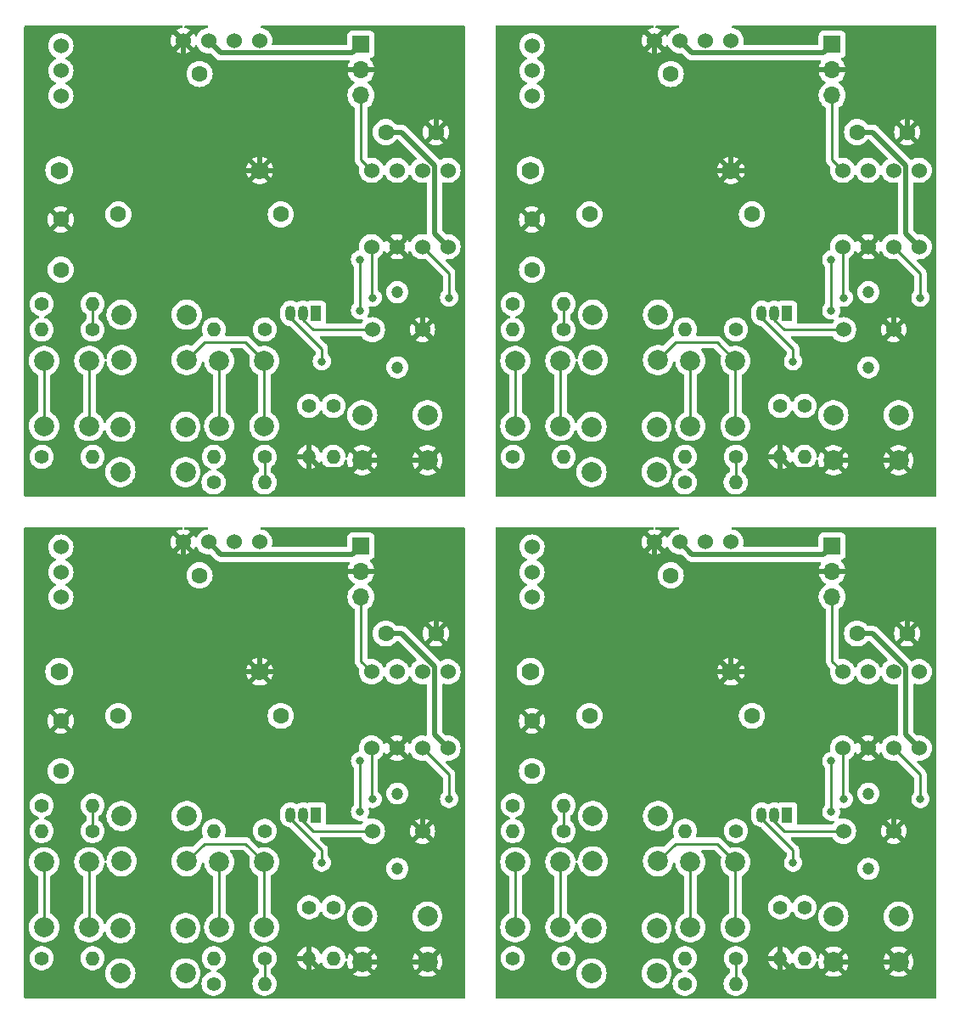
<source format=gbl>
%TF.GenerationSoftware,KiCad,Pcbnew,7.0.10-7.0.10~ubuntu22.04.1*%
%TF.CreationDate,2024-01-24T15:57:41+09:00*%
%TF.ProjectId,pcb-ch32-minigameconsole-panelize,7063622d-6368-4333-922d-6d696e696761,rev?*%
%TF.SameCoordinates,Original*%
%TF.FileFunction,Copper,L2,Bot*%
%TF.FilePolarity,Positive*%
%FSLAX46Y46*%
G04 Gerber Fmt 4.6, Leading zero omitted, Abs format (unit mm)*
G04 Created by KiCad (PCBNEW 7.0.10-7.0.10~ubuntu22.04.1) date 2024-01-24 15:57:41*
%MOMM*%
%LPD*%
G01*
G04 APERTURE LIST*
%TA.AperFunction,ComponentPad*%
%ADD10C,2.000000*%
%TD*%
%TA.AperFunction,ComponentPad*%
%ADD11R,1.050000X1.500000*%
%TD*%
%TA.AperFunction,ComponentPad*%
%ADD12O,1.050000X1.500000*%
%TD*%
%TA.AperFunction,ComponentPad*%
%ADD13C,1.524000*%
%TD*%
%TA.AperFunction,WasherPad*%
%ADD14C,1.200000*%
%TD*%
%TA.AperFunction,ComponentPad*%
%ADD15C,1.600000*%
%TD*%
%TA.AperFunction,ComponentPad*%
%ADD16C,1.400000*%
%TD*%
%TA.AperFunction,ComponentPad*%
%ADD17O,1.400000X1.400000*%
%TD*%
%TA.AperFunction,ComponentPad*%
%ADD18R,1.700000X1.700000*%
%TD*%
%TA.AperFunction,ComponentPad*%
%ADD19O,1.700000X1.700000*%
%TD*%
%TA.AperFunction,WasherPad*%
%ADD20C,1.600000*%
%TD*%
%TA.AperFunction,ComponentPad*%
%ADD21C,1.762000*%
%TD*%
%TA.AperFunction,ViaPad*%
%ADD22C,0.800000*%
%TD*%
%TA.AperFunction,Conductor*%
%ADD23C,0.500000*%
%TD*%
%TA.AperFunction,Conductor*%
%ADD24C,0.250000*%
%TD*%
G04 APERTURE END LIST*
D10*
%TO.P,SW2,1,1*%
%TO.N,/UP*%
X86723000Y-99332000D03*
X93223000Y-99332000D03*
%TO.P,SW2,2,2*%
%TO.N,/PAD*%
X86723000Y-103832000D03*
X93223000Y-103832000D03*
%TD*%
%TO.P,SW4,1,1*%
%TO.N,/RIGHT*%
X96450000Y-110420000D03*
X96450000Y-103920000D03*
%TO.P,SW4,2,2*%
%TO.N,/PAD*%
X100950000Y-110420000D03*
X100950000Y-103920000D03*
%TD*%
D11*
%TO.P,Q1,1,E*%
%TO.N,VCC*%
X59102000Y-49190000D03*
D12*
%TO.P,Q1,2,C*%
%TO.N,Net-(Q1-C)*%
X57832000Y-49190000D03*
%TO.P,Q1,3,B*%
%TO.N,Net-(Q1-B)*%
X56562000Y-49190000D03*
%TD*%
D10*
%TO.P,SW2,1,1*%
%TO.N,/UP*%
X86723000Y-49332000D03*
X93223000Y-49332000D03*
%TO.P,SW2,2,2*%
%TO.N,/PAD*%
X86723000Y-53832000D03*
X93223000Y-53832000D03*
%TD*%
D13*
%TO.P,SW1,1,A*%
%TO.N,VCC*%
X33655000Y-77500000D03*
%TO.P,SW1,2,B*%
%TO.N,+BATT*%
X33655000Y-75000000D03*
%TO.P,SW1,3,C*%
%TO.N,unconnected-(SW1-C-Pad3)*%
X33655000Y-72500000D03*
%TD*%
%TO.P,U2,1,GND*%
%TO.N,GND*%
X92875000Y-22000000D03*
%TO.P,U2,2,VCC*%
%TO.N,VCC*%
X95415000Y-22000000D03*
%TO.P,U2,3,SCL*%
%TO.N,/SCL*%
X97955000Y-22000000D03*
%TO.P,U2,4,SDA*%
%TO.N,/SDA*%
X100495000Y-22000000D03*
%TD*%
%TO.P,U2,1,GND*%
%TO.N,GND*%
X45875000Y-22000000D03*
%TO.P,U2,2,VCC*%
%TO.N,VCC*%
X48415000Y-22000000D03*
%TO.P,U2,3,SCL*%
%TO.N,/SCL*%
X50955000Y-22000000D03*
%TO.P,U2,4,SDA*%
%TO.N,/SDA*%
X53495000Y-22000000D03*
%TD*%
D10*
%TO.P,SW2,1,1*%
%TO.N,/UP*%
X39723000Y-49332000D03*
X46223000Y-49332000D03*
%TO.P,SW2,2,2*%
%TO.N,/PAD*%
X39723000Y-53832000D03*
X46223000Y-53832000D03*
%TD*%
D13*
%TO.P,SW1,1,A*%
%TO.N,VCC*%
X33655000Y-27500000D03*
%TO.P,SW1,2,B*%
%TO.N,+BATT*%
X33655000Y-25000000D03*
%TO.P,SW1,3,C*%
%TO.N,unconnected-(SW1-C-Pad3)*%
X33655000Y-22500000D03*
%TD*%
D10*
%TO.P,SW6,1,1*%
%TO.N,/ACT*%
X110726000Y-59345000D03*
X117226000Y-59345000D03*
%TO.P,SW6,2,2*%
%TO.N,GND*%
X110726000Y-63845000D03*
X117226000Y-63845000D03*
%TD*%
D14*
%TO.P,LS1,*%
%TO.N,*%
X67230000Y-47070000D03*
X67230000Y-54570000D03*
D13*
%TO.P,LS1,1,1*%
%TO.N,Net-(Q1-C)*%
X64730000Y-50820000D03*
%TO.P,LS1,2,2*%
%TO.N,GND*%
X69730000Y-50820000D03*
%TD*%
%TO.P,U1,1,PD6*%
%TO.N,/BEEP*%
X111649000Y-42545000D03*
%TO.P,U1,2,VSS*%
%TO.N,GND*%
X114189000Y-42545000D03*
%TO.P,U1,3,PA2*%
%TO.N,/ACT*%
X116729000Y-42545000D03*
%TO.P,U1,4,VDD*%
%TO.N,VCC*%
X119269000Y-42545000D03*
%TO.P,U1,5,PC1/SDA*%
%TO.N,/SDA*%
X119269000Y-34925000D03*
%TO.P,U1,6,PC2/SCL*%
%TO.N,/SCL*%
X116729000Y-34925000D03*
%TO.P,U1,7,PC4*%
%TO.N,/PAD*%
X114189000Y-34925000D03*
%TO.P,U1,8,SWIO*%
%TO.N,/SWIO*%
X111649000Y-34925000D03*
%TD*%
D10*
%TO.P,SW2,1,1*%
%TO.N,/UP*%
X39723000Y-99332000D03*
X46223000Y-99332000D03*
%TO.P,SW2,2,2*%
%TO.N,/PAD*%
X39723000Y-103832000D03*
X46223000Y-103832000D03*
%TD*%
D13*
%TO.P,U1,1,PD6*%
%TO.N,/BEEP*%
X111649000Y-92545000D03*
%TO.P,U1,2,VSS*%
%TO.N,GND*%
X114189000Y-92545000D03*
%TO.P,U1,3,PA2*%
%TO.N,/ACT*%
X116729000Y-92545000D03*
%TO.P,U1,4,VDD*%
%TO.N,VCC*%
X119269000Y-92545000D03*
%TO.P,U1,5,PC1/SDA*%
%TO.N,/SDA*%
X119269000Y-84925000D03*
%TO.P,U1,6,PC2/SCL*%
%TO.N,/SCL*%
X116729000Y-84925000D03*
%TO.P,U1,7,PC4*%
%TO.N,/PAD*%
X114189000Y-84925000D03*
%TO.P,U1,8,SWIO*%
%TO.N,/SWIO*%
X111649000Y-84925000D03*
%TD*%
D10*
%TO.P,SW3,1,1*%
%TO.N,/DOWN*%
X86596000Y-110508000D03*
X93096000Y-110508000D03*
%TO.P,SW3,2,2*%
%TO.N,/PAD*%
X86596000Y-115008000D03*
X93096000Y-115008000D03*
%TD*%
%TO.P,SW3,1,1*%
%TO.N,/DOWN*%
X39596000Y-110508000D03*
X46096000Y-110508000D03*
%TO.P,SW3,2,2*%
%TO.N,/PAD*%
X39596000Y-115008000D03*
X46096000Y-115008000D03*
%TD*%
%TO.P,SW3,1,1*%
%TO.N,/DOWN*%
X86596000Y-60508000D03*
X93096000Y-60508000D03*
%TO.P,SW3,2,2*%
%TO.N,/PAD*%
X86596000Y-65008000D03*
X93096000Y-65008000D03*
%TD*%
%TO.P,SW4,1,1*%
%TO.N,/RIGHT*%
X49450000Y-110420000D03*
X49450000Y-103920000D03*
%TO.P,SW4,2,2*%
%TO.N,/PAD*%
X53950000Y-110420000D03*
X53950000Y-103920000D03*
%TD*%
D15*
%TO.P,C2,1*%
%TO.N,VCC*%
X80655000Y-94831000D03*
%TO.P,C2,2*%
%TO.N,GND*%
X80655000Y-89831000D03*
%TD*%
D11*
%TO.P,Q1,1,E*%
%TO.N,VCC*%
X106102000Y-49190000D03*
D12*
%TO.P,Q1,2,C*%
%TO.N,Net-(Q1-C)*%
X104832000Y-49190000D03*
%TO.P,Q1,3,B*%
%TO.N,Net-(Q1-B)*%
X103562000Y-49190000D03*
%TD*%
D15*
%TO.P,C2,1*%
%TO.N,VCC*%
X80655000Y-44831000D03*
%TO.P,C2,2*%
%TO.N,GND*%
X80655000Y-39831000D03*
%TD*%
D14*
%TO.P,LS1,*%
%TO.N,*%
X114230000Y-97070000D03*
X114230000Y-104570000D03*
D13*
%TO.P,LS1,1,1*%
%TO.N,Net-(Q1-C)*%
X111730000Y-100820000D03*
%TO.P,LS1,2,2*%
%TO.N,GND*%
X116730000Y-100820000D03*
%TD*%
%TO.P,U2,1,GND*%
%TO.N,GND*%
X45875000Y-72000000D03*
%TO.P,U2,2,VCC*%
%TO.N,VCC*%
X48415000Y-72000000D03*
%TO.P,U2,3,SCL*%
%TO.N,/SCL*%
X50955000Y-72000000D03*
%TO.P,U2,4,SDA*%
%TO.N,/SDA*%
X53495000Y-72000000D03*
%TD*%
D10*
%TO.P,SW5,1,1*%
%TO.N,/LEFT*%
X78996000Y-60420000D03*
X78996000Y-53920000D03*
%TO.P,SW5,2,2*%
%TO.N,/PAD*%
X83496000Y-60420000D03*
X83496000Y-53920000D03*
%TD*%
%TO.P,SW6,1,1*%
%TO.N,/ACT*%
X110726000Y-109345000D03*
X117226000Y-109345000D03*
%TO.P,SW6,2,2*%
%TO.N,GND*%
X110726000Y-113845000D03*
X117226000Y-113845000D03*
%TD*%
D11*
%TO.P,Q1,1,E*%
%TO.N,VCC*%
X106102000Y-99190000D03*
D12*
%TO.P,Q1,2,C*%
%TO.N,Net-(Q1-C)*%
X104832000Y-99190000D03*
%TO.P,Q1,3,B*%
%TO.N,Net-(Q1-B)*%
X103562000Y-99190000D03*
%TD*%
D11*
%TO.P,Q1,1,E*%
%TO.N,VCC*%
X59102000Y-99190000D03*
D12*
%TO.P,Q1,2,C*%
%TO.N,Net-(Q1-C)*%
X57832000Y-99190000D03*
%TO.P,Q1,3,B*%
%TO.N,Net-(Q1-B)*%
X56562000Y-99190000D03*
%TD*%
D13*
%TO.P,SW1,1,A*%
%TO.N,VCC*%
X80655000Y-77500000D03*
%TO.P,SW1,2,B*%
%TO.N,+BATT*%
X80655000Y-75000000D03*
%TO.P,SW1,3,C*%
%TO.N,unconnected-(SW1-C-Pad3)*%
X80655000Y-72500000D03*
%TD*%
%TO.P,SW1,1,A*%
%TO.N,VCC*%
X80655000Y-27500000D03*
%TO.P,SW1,2,B*%
%TO.N,+BATT*%
X80655000Y-25000000D03*
%TO.P,SW1,3,C*%
%TO.N,unconnected-(SW1-C-Pad3)*%
X80655000Y-22500000D03*
%TD*%
D10*
%TO.P,SW4,1,1*%
%TO.N,/RIGHT*%
X96450000Y-60420000D03*
X96450000Y-53920000D03*
%TO.P,SW4,2,2*%
%TO.N,/PAD*%
X100950000Y-60420000D03*
X100950000Y-53920000D03*
%TD*%
%TO.P,SW3,1,1*%
%TO.N,/DOWN*%
X39596000Y-60508000D03*
X46096000Y-60508000D03*
%TO.P,SW3,2,2*%
%TO.N,/PAD*%
X39596000Y-65008000D03*
X46096000Y-65008000D03*
%TD*%
D13*
%TO.P,U2,1,GND*%
%TO.N,GND*%
X92875000Y-72000000D03*
%TO.P,U2,2,VCC*%
%TO.N,VCC*%
X95415000Y-72000000D03*
%TO.P,U2,3,SCL*%
%TO.N,/SCL*%
X97955000Y-72000000D03*
%TO.P,U2,4,SDA*%
%TO.N,/SDA*%
X100495000Y-72000000D03*
%TD*%
D10*
%TO.P,SW4,1,1*%
%TO.N,/RIGHT*%
X49450000Y-60420000D03*
X49450000Y-53920000D03*
%TO.P,SW4,2,2*%
%TO.N,/PAD*%
X53950000Y-60420000D03*
X53950000Y-53920000D03*
%TD*%
D14*
%TO.P,LS1,*%
%TO.N,*%
X114230000Y-47070000D03*
X114230000Y-54570000D03*
D13*
%TO.P,LS1,1,1*%
%TO.N,Net-(Q1-C)*%
X111730000Y-50820000D03*
%TO.P,LS1,2,2*%
%TO.N,GND*%
X116730000Y-50820000D03*
%TD*%
D10*
%TO.P,SW6,1,1*%
%TO.N,/ACT*%
X63726000Y-109345000D03*
X70226000Y-109345000D03*
%TO.P,SW6,2,2*%
%TO.N,GND*%
X63726000Y-113845000D03*
X70226000Y-113845000D03*
%TD*%
%TO.P,SW5,1,1*%
%TO.N,/LEFT*%
X31996000Y-110420000D03*
X31996000Y-103920000D03*
%TO.P,SW5,2,2*%
%TO.N,/PAD*%
X36496000Y-110420000D03*
X36496000Y-103920000D03*
%TD*%
%TO.P,SW5,1,1*%
%TO.N,/LEFT*%
X78996000Y-110420000D03*
X78996000Y-103920000D03*
%TO.P,SW5,2,2*%
%TO.N,/PAD*%
X83496000Y-110420000D03*
X83496000Y-103920000D03*
%TD*%
D13*
%TO.P,U1,1,PD6*%
%TO.N,/BEEP*%
X64649000Y-92545000D03*
%TO.P,U1,2,VSS*%
%TO.N,GND*%
X67189000Y-92545000D03*
%TO.P,U1,3,PA2*%
%TO.N,/ACT*%
X69729000Y-92545000D03*
%TO.P,U1,4,VDD*%
%TO.N,VCC*%
X72269000Y-92545000D03*
%TO.P,U1,5,PC1/SDA*%
%TO.N,/SDA*%
X72269000Y-84925000D03*
%TO.P,U1,6,PC2/SCL*%
%TO.N,/SCL*%
X69729000Y-84925000D03*
%TO.P,U1,7,PC4*%
%TO.N,/PAD*%
X67189000Y-84925000D03*
%TO.P,U1,8,SWIO*%
%TO.N,/SWIO*%
X64649000Y-84925000D03*
%TD*%
D10*
%TO.P,SW6,1,1*%
%TO.N,/ACT*%
X63726000Y-59345000D03*
X70226000Y-59345000D03*
%TO.P,SW6,2,2*%
%TO.N,GND*%
X63726000Y-63845000D03*
X70226000Y-63845000D03*
%TD*%
D13*
%TO.P,U1,1,PD6*%
%TO.N,/BEEP*%
X64649000Y-42545000D03*
%TO.P,U1,2,VSS*%
%TO.N,GND*%
X67189000Y-42545000D03*
%TO.P,U1,3,PA2*%
%TO.N,/ACT*%
X69729000Y-42545000D03*
%TO.P,U1,4,VDD*%
%TO.N,VCC*%
X72269000Y-42545000D03*
%TO.P,U1,5,PC1/SDA*%
%TO.N,/SDA*%
X72269000Y-34925000D03*
%TO.P,U1,6,PC2/SCL*%
%TO.N,/SCL*%
X69729000Y-34925000D03*
%TO.P,U1,7,PC4*%
%TO.N,/PAD*%
X67189000Y-34925000D03*
%TO.P,U1,8,SWIO*%
%TO.N,/SWIO*%
X64649000Y-34925000D03*
%TD*%
D10*
%TO.P,SW5,1,1*%
%TO.N,/LEFT*%
X31996000Y-60420000D03*
X31996000Y-53920000D03*
%TO.P,SW5,2,2*%
%TO.N,/PAD*%
X36496000Y-60420000D03*
X36496000Y-53920000D03*
%TD*%
D14*
%TO.P,LS1,*%
%TO.N,*%
X67230000Y-97070000D03*
X67230000Y-104570000D03*
D13*
%TO.P,LS1,1,1*%
%TO.N,Net-(Q1-C)*%
X64730000Y-100820000D03*
%TO.P,LS1,2,2*%
%TO.N,GND*%
X69730000Y-100820000D03*
%TD*%
D15*
%TO.P,C2,1*%
%TO.N,VCC*%
X33655000Y-44831000D03*
%TO.P,C2,2*%
%TO.N,GND*%
X33655000Y-39831000D03*
%TD*%
%TO.P,C2,1*%
%TO.N,VCC*%
X33655000Y-94831000D03*
%TO.P,C2,2*%
%TO.N,GND*%
X33655000Y-89831000D03*
%TD*%
D16*
%TO.P,R5,1*%
%TO.N,Net-(R1-Pad2)*%
X36830000Y-100820000D03*
D17*
%TO.P,R5,2*%
%TO.N,/UP*%
X31750000Y-100820000D03*
%TD*%
D16*
%TO.P,R5,1*%
%TO.N,Net-(R1-Pad2)*%
X83830000Y-50820000D03*
D17*
%TO.P,R5,2*%
%TO.N,/UP*%
X78750000Y-50820000D03*
%TD*%
D16*
%TO.P,R8,1*%
%TO.N,/BEEP*%
X107833000Y-108420000D03*
D17*
%TO.P,R8,2*%
%TO.N,Net-(Q1-B)*%
X107833000Y-113500000D03*
%TD*%
D16*
%TO.P,R3,1*%
%TO.N,VCC*%
X54000000Y-100800000D03*
D17*
%TO.P,R3,2*%
%TO.N,/RIGHT*%
X48920000Y-100800000D03*
%TD*%
D16*
%TO.P,R4,1*%
%TO.N,VCC*%
X31750000Y-63500000D03*
D17*
%TO.P,R4,2*%
%TO.N,/LEFT*%
X36830000Y-63500000D03*
%TD*%
D15*
%TO.P,C1,1*%
%TO.N,VCC*%
X113080000Y-81115000D03*
%TO.P,C1,2*%
%TO.N,GND*%
X118080000Y-81115000D03*
%TD*%
D16*
%TO.P,R2,1*%
%TO.N,VCC*%
X48895000Y-66040000D03*
D17*
%TO.P,R2,2*%
%TO.N,Net-(R2-Pad2)*%
X53975000Y-66040000D03*
%TD*%
D18*
%TO.P,J1,1,Pin_1*%
%TO.N,VCC*%
X110600000Y-72372000D03*
D19*
%TO.P,J1,2,Pin_2*%
%TO.N,GND*%
X110600000Y-74912000D03*
%TO.P,J1,3,Pin_3*%
%TO.N,/SWIO*%
X110600000Y-77452000D03*
%TD*%
D18*
%TO.P,J1,1,Pin_1*%
%TO.N,VCC*%
X63600000Y-22372000D03*
D19*
%TO.P,J1,2,Pin_2*%
%TO.N,GND*%
X63600000Y-24912000D03*
%TO.P,J1,3,Pin_3*%
%TO.N,/SWIO*%
X63600000Y-27452000D03*
%TD*%
D16*
%TO.P,R3,1*%
%TO.N,VCC*%
X101000000Y-100800000D03*
D17*
%TO.P,R3,2*%
%TO.N,/RIGHT*%
X95920000Y-100800000D03*
%TD*%
D16*
%TO.P,R2,1*%
%TO.N,VCC*%
X95895000Y-116040000D03*
D17*
%TO.P,R2,2*%
%TO.N,Net-(R2-Pad2)*%
X100975000Y-116040000D03*
%TD*%
D18*
%TO.P,J1,1,Pin_1*%
%TO.N,VCC*%
X63600000Y-72372000D03*
D19*
%TO.P,J1,2,Pin_2*%
%TO.N,GND*%
X63600000Y-74912000D03*
%TO.P,J1,3,Pin_3*%
%TO.N,/SWIO*%
X63600000Y-77452000D03*
%TD*%
D16*
%TO.P,R4,1*%
%TO.N,VCC*%
X31750000Y-113500000D03*
D17*
%TO.P,R4,2*%
%TO.N,/LEFT*%
X36830000Y-113500000D03*
%TD*%
D16*
%TO.P,R1,1*%
%TO.N,VCC*%
X31750000Y-98260000D03*
D17*
%TO.P,R1,2*%
%TO.N,Net-(R1-Pad2)*%
X36830000Y-98260000D03*
%TD*%
D16*
%TO.P,R6,1*%
%TO.N,Net-(R2-Pad2)*%
X54000000Y-113500000D03*
D17*
%TO.P,R6,2*%
%TO.N,/DOWN*%
X48920000Y-113500000D03*
%TD*%
D16*
%TO.P,R2,1*%
%TO.N,VCC*%
X48895000Y-116040000D03*
D17*
%TO.P,R2,2*%
%TO.N,Net-(R2-Pad2)*%
X53975000Y-116040000D03*
%TD*%
D16*
%TO.P,R2,1*%
%TO.N,VCC*%
X95895000Y-66040000D03*
D17*
%TO.P,R2,2*%
%TO.N,Net-(R2-Pad2)*%
X100975000Y-66040000D03*
%TD*%
D16*
%TO.P,R5,1*%
%TO.N,Net-(R1-Pad2)*%
X36830000Y-50820000D03*
D17*
%TO.P,R5,2*%
%TO.N,/UP*%
X31750000Y-50820000D03*
%TD*%
D20*
%TO.P,BT1,*%
%TO.N,*%
X86400000Y-39325000D03*
X94500000Y-25325000D03*
X102600000Y-39325000D03*
D21*
%TO.P,BT1,1,+*%
%TO.N,+BATT*%
X80500000Y-34925000D03*
%TO.P,BT1,2,-*%
%TO.N,GND*%
X100500000Y-34925000D03*
%TD*%
D20*
%TO.P,BT1,*%
%TO.N,*%
X39400000Y-39325000D03*
X47500000Y-25325000D03*
X55600000Y-39325000D03*
D21*
%TO.P,BT1,1,+*%
%TO.N,+BATT*%
X33500000Y-34925000D03*
%TO.P,BT1,2,-*%
%TO.N,GND*%
X53500000Y-34925000D03*
%TD*%
D16*
%TO.P,R8,1*%
%TO.N,/BEEP*%
X107833000Y-58420000D03*
D17*
%TO.P,R8,2*%
%TO.N,Net-(Q1-B)*%
X107833000Y-63500000D03*
%TD*%
D16*
%TO.P,R8,1*%
%TO.N,/BEEP*%
X60833000Y-108420000D03*
D17*
%TO.P,R8,2*%
%TO.N,Net-(Q1-B)*%
X60833000Y-113500000D03*
%TD*%
D16*
%TO.P,R1,1*%
%TO.N,VCC*%
X78750000Y-48260000D03*
D17*
%TO.P,R1,2*%
%TO.N,Net-(R1-Pad2)*%
X83830000Y-48260000D03*
%TD*%
D16*
%TO.P,R1,1*%
%TO.N,VCC*%
X31750000Y-48260000D03*
D17*
%TO.P,R1,2*%
%TO.N,Net-(R1-Pad2)*%
X36830000Y-48260000D03*
%TD*%
D16*
%TO.P,R7,1*%
%TO.N,/PAD*%
X58420000Y-108420000D03*
D17*
%TO.P,R7,2*%
%TO.N,GND*%
X58420000Y-113500000D03*
%TD*%
D16*
%TO.P,R3,1*%
%TO.N,VCC*%
X54000000Y-50800000D03*
D17*
%TO.P,R3,2*%
%TO.N,/RIGHT*%
X48920000Y-50800000D03*
%TD*%
D16*
%TO.P,R7,1*%
%TO.N,/PAD*%
X58420000Y-58420000D03*
D17*
%TO.P,R7,2*%
%TO.N,GND*%
X58420000Y-63500000D03*
%TD*%
D16*
%TO.P,R3,1*%
%TO.N,VCC*%
X101000000Y-50800000D03*
D17*
%TO.P,R3,2*%
%TO.N,/RIGHT*%
X95920000Y-50800000D03*
%TD*%
D15*
%TO.P,C1,1*%
%TO.N,VCC*%
X66080000Y-81115000D03*
%TO.P,C1,2*%
%TO.N,GND*%
X71080000Y-81115000D03*
%TD*%
D16*
%TO.P,R6,1*%
%TO.N,Net-(R2-Pad2)*%
X54000000Y-63500000D03*
D17*
%TO.P,R6,2*%
%TO.N,/DOWN*%
X48920000Y-63500000D03*
%TD*%
D16*
%TO.P,R6,1*%
%TO.N,Net-(R2-Pad2)*%
X101000000Y-63500000D03*
D17*
%TO.P,R6,2*%
%TO.N,/DOWN*%
X95920000Y-63500000D03*
%TD*%
D15*
%TO.P,C1,1*%
%TO.N,VCC*%
X113080000Y-31115000D03*
%TO.P,C1,2*%
%TO.N,GND*%
X118080000Y-31115000D03*
%TD*%
D16*
%TO.P,R7,1*%
%TO.N,/PAD*%
X105420000Y-108420000D03*
D17*
%TO.P,R7,2*%
%TO.N,GND*%
X105420000Y-113500000D03*
%TD*%
D16*
%TO.P,R1,1*%
%TO.N,VCC*%
X78750000Y-98260000D03*
D17*
%TO.P,R1,2*%
%TO.N,Net-(R1-Pad2)*%
X83830000Y-98260000D03*
%TD*%
D15*
%TO.P,C1,1*%
%TO.N,VCC*%
X66080000Y-31115000D03*
%TO.P,C1,2*%
%TO.N,GND*%
X71080000Y-31115000D03*
%TD*%
D16*
%TO.P,R4,1*%
%TO.N,VCC*%
X78750000Y-113500000D03*
D17*
%TO.P,R4,2*%
%TO.N,/LEFT*%
X83830000Y-113500000D03*
%TD*%
D16*
%TO.P,R5,1*%
%TO.N,Net-(R1-Pad2)*%
X83830000Y-100820000D03*
D17*
%TO.P,R5,2*%
%TO.N,/UP*%
X78750000Y-100820000D03*
%TD*%
D16*
%TO.P,R8,1*%
%TO.N,/BEEP*%
X60833000Y-58420000D03*
D17*
%TO.P,R8,2*%
%TO.N,Net-(Q1-B)*%
X60833000Y-63500000D03*
%TD*%
D16*
%TO.P,R4,1*%
%TO.N,VCC*%
X78750000Y-63500000D03*
D17*
%TO.P,R4,2*%
%TO.N,/LEFT*%
X83830000Y-63500000D03*
%TD*%
D16*
%TO.P,R6,1*%
%TO.N,Net-(R2-Pad2)*%
X101000000Y-113500000D03*
D17*
%TO.P,R6,2*%
%TO.N,/DOWN*%
X95920000Y-113500000D03*
%TD*%
D16*
%TO.P,R7,1*%
%TO.N,/PAD*%
X105420000Y-58420000D03*
D17*
%TO.P,R7,2*%
%TO.N,GND*%
X105420000Y-63500000D03*
%TD*%
D20*
%TO.P,BT1,*%
%TO.N,*%
X39400000Y-89325000D03*
X47500000Y-75325000D03*
X55600000Y-89325000D03*
D21*
%TO.P,BT1,1,+*%
%TO.N,+BATT*%
X33500000Y-84925000D03*
%TO.P,BT1,2,-*%
%TO.N,GND*%
X53500000Y-84925000D03*
%TD*%
D20*
%TO.P,BT1,*%
%TO.N,*%
X86400000Y-89325000D03*
X94500000Y-75325000D03*
X102600000Y-89325000D03*
D21*
%TO.P,BT1,1,+*%
%TO.N,+BATT*%
X80500000Y-84925000D03*
%TO.P,BT1,2,-*%
%TO.N,GND*%
X100500000Y-84925000D03*
%TD*%
D18*
%TO.P,J1,1,Pin_1*%
%TO.N,VCC*%
X110600000Y-22372000D03*
D19*
%TO.P,J1,2,Pin_2*%
%TO.N,GND*%
X110600000Y-24912000D03*
%TO.P,J1,3,Pin_3*%
%TO.N,/SWIO*%
X110600000Y-27452000D03*
%TD*%
D22*
%TO.N,GND*%
X114945000Y-88100000D03*
X67945000Y-88100000D03*
X114945000Y-38100000D03*
X67945000Y-38100000D03*
%TO.N,Net-(Q1-B)*%
X59690000Y-103975000D03*
X106690000Y-53975000D03*
X59690000Y-53975000D03*
X106690000Y-103975000D03*
%TO.N,/PAD*%
X63500000Y-93815000D03*
X63500000Y-98895000D03*
X110500000Y-43815000D03*
X63500000Y-43815000D03*
X110500000Y-93815000D03*
X110500000Y-98895000D03*
X110500000Y-48895000D03*
X63500000Y-48895000D03*
%TO.N,/BEEP*%
X111770000Y-97625000D03*
X64770000Y-47625000D03*
X64770000Y-97625000D03*
X111770000Y-47625000D03*
%TO.N,/ACT*%
X72390000Y-47625000D03*
X72390000Y-97625000D03*
X119390000Y-47625000D03*
X119390000Y-97625000D03*
%TD*%
D23*
%TO.N,GND*%
X116730000Y-45086000D02*
X116730000Y-50820000D01*
X53500000Y-84925000D02*
X59569000Y-84925000D01*
X45875000Y-31905000D02*
X48895000Y-34925000D01*
X80655000Y-39831000D02*
X85561000Y-34925000D01*
X118080000Y-77265000D02*
X118080000Y-81115000D01*
X106569000Y-84925000D02*
X114189000Y-92545000D01*
X110600000Y-24912000D02*
X115727000Y-24912000D01*
X71080000Y-77265000D02*
X71080000Y-81115000D01*
X67945000Y-88100000D02*
X67945000Y-91789000D01*
X115727000Y-74912000D02*
X118080000Y-77265000D01*
X73025000Y-104115000D02*
X73025000Y-111046000D01*
X114945000Y-91789000D02*
X114189000Y-92545000D01*
X105420000Y-63500000D02*
X106690000Y-64770000D01*
X110381000Y-113500000D02*
X110726000Y-113845000D01*
X59569000Y-84925000D02*
X67189000Y-92545000D01*
X116730000Y-100820000D02*
X120025000Y-104115000D01*
X114945000Y-38100000D02*
X114945000Y-41789000D01*
X106569000Y-34925000D02*
X114189000Y-42545000D01*
X95895000Y-34925000D02*
X100500000Y-34925000D01*
X63600000Y-74912000D02*
X55098000Y-74912000D01*
X63600000Y-24912000D02*
X68727000Y-24912000D01*
X67189000Y-92545000D02*
X69730000Y-95086000D01*
X33655000Y-89831000D02*
X38561000Y-84925000D01*
X62801000Y-114770000D02*
X63726000Y-113845000D01*
X114189000Y-42545000D02*
X116730000Y-45086000D01*
X67945000Y-38100000D02*
X67945000Y-41789000D01*
X110600000Y-24912000D02*
X102098000Y-24912000D01*
X110381000Y-63500000D02*
X110726000Y-63845000D01*
X63381000Y-63500000D02*
X63726000Y-63845000D01*
X100500000Y-26510000D02*
X100500000Y-34925000D01*
X48895000Y-34925000D02*
X53500000Y-34925000D01*
X73025000Y-61046000D02*
X70226000Y-63845000D01*
X120025000Y-61046000D02*
X117226000Y-63845000D01*
X69730000Y-100820000D02*
X73025000Y-104115000D01*
X117226000Y-63845000D02*
X110726000Y-63845000D01*
X106690000Y-64770000D02*
X109801000Y-64770000D01*
X95895000Y-84925000D02*
X100500000Y-84925000D01*
X63600000Y-74912000D02*
X68727000Y-74912000D01*
X109801000Y-114770000D02*
X110726000Y-113845000D01*
X45875000Y-72000000D02*
X45875000Y-81905000D01*
X53500000Y-26510000D02*
X53500000Y-34925000D01*
X100500000Y-34925000D02*
X106569000Y-34925000D01*
X73025000Y-54115000D02*
X73025000Y-61046000D01*
X92875000Y-22000000D02*
X92875000Y-31905000D01*
X38561000Y-84925000D02*
X48895000Y-84925000D01*
X68727000Y-74912000D02*
X71080000Y-77265000D01*
X73025000Y-111046000D02*
X70226000Y-113845000D01*
X120025000Y-104115000D02*
X120025000Y-111046000D01*
X105420000Y-113500000D02*
X106690000Y-114770000D01*
X58420000Y-113500000D02*
X59690000Y-114770000D01*
X67945000Y-91789000D02*
X67189000Y-92545000D01*
X48895000Y-84925000D02*
X53500000Y-84925000D01*
X85561000Y-34925000D02*
X95895000Y-34925000D01*
X71080000Y-27265000D02*
X71080000Y-31115000D01*
X114945000Y-88100000D02*
X114945000Y-91789000D01*
X114945000Y-41789000D02*
X114189000Y-42545000D01*
X106690000Y-114770000D02*
X109801000Y-114770000D01*
X55098000Y-74912000D02*
X53500000Y-76510000D01*
X70226000Y-63845000D02*
X63726000Y-63845000D01*
X45875000Y-22000000D02*
X45875000Y-31905000D01*
X102098000Y-24912000D02*
X100500000Y-26510000D01*
X116730000Y-95086000D02*
X116730000Y-100820000D01*
X63381000Y-113500000D02*
X63726000Y-113845000D01*
X33655000Y-39831000D02*
X38561000Y-34925000D01*
X120025000Y-111046000D02*
X117226000Y-113845000D01*
X80655000Y-89831000D02*
X85561000Y-84925000D01*
X67189000Y-42545000D02*
X69730000Y-45086000D01*
X68727000Y-24912000D02*
X71080000Y-27265000D01*
X58420000Y-63500000D02*
X59690000Y-64770000D01*
X100500000Y-84925000D02*
X106569000Y-84925000D01*
X110600000Y-74912000D02*
X115727000Y-74912000D01*
X69730000Y-50820000D02*
X73025000Y-54115000D01*
X114189000Y-92545000D02*
X116730000Y-95086000D01*
X117226000Y-113845000D02*
X110726000Y-113845000D01*
X53500000Y-76510000D02*
X53500000Y-84925000D01*
X62801000Y-64770000D02*
X63726000Y-63845000D01*
X100500000Y-76510000D02*
X100500000Y-84925000D01*
X120025000Y-54115000D02*
X120025000Y-61046000D01*
X116730000Y-50820000D02*
X120025000Y-54115000D01*
X45875000Y-81905000D02*
X48895000Y-84925000D01*
X63600000Y-24912000D02*
X55098000Y-24912000D01*
X92875000Y-72000000D02*
X92875000Y-81905000D01*
X59690000Y-64770000D02*
X62801000Y-64770000D01*
X109801000Y-64770000D02*
X110726000Y-63845000D01*
X115727000Y-24912000D02*
X118080000Y-27265000D01*
X69730000Y-45086000D02*
X69730000Y-50820000D01*
X59569000Y-34925000D02*
X67189000Y-42545000D01*
X85561000Y-84925000D02*
X95895000Y-84925000D01*
X59690000Y-114770000D02*
X62801000Y-114770000D01*
X70226000Y-113845000D02*
X63726000Y-113845000D01*
X67945000Y-41789000D02*
X67189000Y-42545000D01*
X55098000Y-24912000D02*
X53500000Y-26510000D01*
X110600000Y-74912000D02*
X102098000Y-74912000D01*
X53500000Y-34925000D02*
X59569000Y-34925000D01*
X102098000Y-74912000D02*
X100500000Y-76510000D01*
X92875000Y-31905000D02*
X95895000Y-34925000D01*
X69730000Y-95086000D02*
X69730000Y-100820000D01*
X38561000Y-34925000D02*
X48895000Y-34925000D01*
X118080000Y-27265000D02*
X118080000Y-31115000D01*
X92875000Y-81905000D02*
X95895000Y-84925000D01*
%TO.N,VCC*%
X95415000Y-72000000D02*
X96627000Y-73212000D01*
X113080000Y-81115000D02*
X114633027Y-81115000D01*
X117941000Y-41217000D02*
X119269000Y-42545000D01*
X67633027Y-81115000D02*
X70941000Y-84422973D01*
X48415000Y-72000000D02*
X49627000Y-73212000D01*
X96627000Y-23212000D02*
X109760000Y-23212000D01*
X109760000Y-73212000D02*
X110600000Y-72372000D01*
X62760000Y-23212000D02*
X63600000Y-22372000D01*
X70941000Y-41217000D02*
X72269000Y-42545000D01*
X113080000Y-31115000D02*
X114633027Y-31115000D01*
X109760000Y-23212000D02*
X110600000Y-22372000D01*
X70941000Y-34422973D02*
X70941000Y-41217000D01*
X70941000Y-84422973D02*
X70941000Y-91217000D01*
X70941000Y-91217000D02*
X72269000Y-92545000D01*
X48415000Y-22000000D02*
X49627000Y-23212000D01*
X117941000Y-84422973D02*
X117941000Y-91217000D01*
X62760000Y-73212000D02*
X63600000Y-72372000D01*
X117941000Y-91217000D02*
X119269000Y-92545000D01*
X66080000Y-31115000D02*
X67633027Y-31115000D01*
X96627000Y-73212000D02*
X109760000Y-73212000D01*
X49627000Y-23212000D02*
X62760000Y-23212000D01*
X114633027Y-31115000D02*
X117941000Y-34422973D01*
X67633027Y-31115000D02*
X70941000Y-34422973D01*
X66080000Y-81115000D02*
X67633027Y-81115000D01*
X49627000Y-73212000D02*
X62760000Y-73212000D01*
X95415000Y-22000000D02*
X96627000Y-23212000D01*
X114633027Y-81115000D02*
X117941000Y-84422973D01*
X117941000Y-34422973D02*
X117941000Y-41217000D01*
D24*
%TO.N,/SWIO*%
X110600000Y-83876000D02*
X111649000Y-84925000D01*
X63600000Y-83876000D02*
X64649000Y-84925000D01*
X63600000Y-77452000D02*
X63600000Y-83876000D01*
X110600000Y-77452000D02*
X110600000Y-83876000D01*
X63600000Y-27452000D02*
X63600000Y-33876000D01*
X63600000Y-33876000D02*
X64649000Y-34925000D01*
X110600000Y-33876000D02*
X111649000Y-34925000D01*
X110600000Y-27452000D02*
X110600000Y-33876000D01*
%TO.N,Net-(Q1-C)*%
X57832000Y-49845000D02*
X57832000Y-49190000D01*
X111730000Y-100820000D02*
X105807000Y-100820000D01*
X58807000Y-100820000D02*
X57832000Y-99845000D01*
X104832000Y-49845000D02*
X104832000Y-49190000D01*
X111730000Y-50820000D02*
X105807000Y-50820000D01*
X57832000Y-99845000D02*
X57832000Y-99190000D01*
X64730000Y-100820000D02*
X58807000Y-100820000D01*
X64730000Y-50820000D02*
X58807000Y-50820000D01*
X58807000Y-50820000D02*
X57832000Y-49845000D01*
X105807000Y-50820000D02*
X104832000Y-49845000D01*
X105807000Y-100820000D02*
X104832000Y-99845000D01*
X104832000Y-99845000D02*
X104832000Y-99190000D01*
%TO.N,Net-(Q1-B)*%
X56562000Y-49190000D02*
X56562000Y-49577000D01*
X59690000Y-102705000D02*
X59690000Y-103975000D01*
X103562000Y-99190000D02*
X103562000Y-99577000D01*
X59690000Y-52705000D02*
X59690000Y-53975000D01*
X56562000Y-99190000D02*
X56562000Y-99577000D01*
X103562000Y-99577000D02*
X106690000Y-102705000D01*
X106690000Y-102705000D02*
X106690000Y-103975000D01*
X56562000Y-49577000D02*
X59690000Y-52705000D01*
X103562000Y-49577000D02*
X106690000Y-52705000D01*
X56562000Y-99577000D02*
X59690000Y-102705000D01*
X106690000Y-52705000D02*
X106690000Y-53975000D01*
X103562000Y-49190000D02*
X103562000Y-49577000D01*
%TO.N,Net-(R1-Pad2)*%
X36830000Y-98260000D02*
X36830000Y-100820000D01*
X36830000Y-48260000D02*
X36830000Y-50820000D01*
X83830000Y-98260000D02*
X83830000Y-100820000D01*
X83830000Y-48260000D02*
X83830000Y-50820000D01*
%TO.N,Net-(R2-Pad2)*%
X101000000Y-63500000D02*
X101000000Y-66015000D01*
X54000000Y-66015000D02*
X53975000Y-66040000D01*
X101000000Y-116015000D02*
X100975000Y-116040000D01*
X54000000Y-63500000D02*
X54000000Y-66015000D01*
X101000000Y-66015000D02*
X100975000Y-66040000D01*
X54000000Y-116015000D02*
X53975000Y-116040000D01*
X101000000Y-113500000D02*
X101000000Y-116015000D01*
X54000000Y-113500000D02*
X54000000Y-116015000D01*
%TO.N,/RIGHT*%
X96450000Y-53920000D02*
X96450000Y-60420000D01*
X49450000Y-53920000D02*
X49450000Y-60420000D01*
X49450000Y-103920000D02*
X49450000Y-110420000D01*
X96450000Y-103920000D02*
X96450000Y-110420000D01*
%TO.N,/LEFT*%
X78996000Y-103920000D02*
X78996000Y-110420000D01*
X31996000Y-53920000D02*
X31996000Y-60420000D01*
X31996000Y-103920000D02*
X31996000Y-110420000D01*
X78996000Y-53920000D02*
X78996000Y-60420000D01*
%TO.N,/PAD*%
X110500000Y-93815000D02*
X110500000Y-98895000D01*
X36496000Y-103920000D02*
X36496000Y-110420000D01*
X94985000Y-52070000D02*
X99100000Y-52070000D01*
X47985000Y-52070000D02*
X52100000Y-52070000D01*
X63500000Y-93815000D02*
X63500000Y-98895000D01*
X94985000Y-102070000D02*
X99100000Y-102070000D01*
X93223000Y-53832000D02*
X94985000Y-52070000D01*
X53950000Y-53920000D02*
X53950000Y-60420000D01*
X83496000Y-53920000D02*
X83496000Y-60420000D01*
X52100000Y-102070000D02*
X53950000Y-103920000D01*
X100950000Y-103920000D02*
X100950000Y-110420000D01*
X99100000Y-52070000D02*
X100950000Y-53920000D01*
X53950000Y-103920000D02*
X53950000Y-110420000D01*
X36496000Y-53920000D02*
X36496000Y-60420000D01*
X99100000Y-102070000D02*
X100950000Y-103920000D01*
X110500000Y-43815000D02*
X110500000Y-48895000D01*
X63500000Y-43815000D02*
X63500000Y-48895000D01*
X93223000Y-103832000D02*
X94985000Y-102070000D01*
X46223000Y-53832000D02*
X47985000Y-52070000D01*
X100950000Y-53920000D02*
X100950000Y-60420000D01*
X47985000Y-102070000D02*
X52100000Y-102070000D01*
X83496000Y-103920000D02*
X83496000Y-110420000D01*
X46223000Y-103832000D02*
X47985000Y-102070000D01*
X52100000Y-52070000D02*
X53950000Y-53920000D01*
%TO.N,/BEEP*%
X111770000Y-97625000D02*
X111649000Y-97504000D01*
X111770000Y-47625000D02*
X111649000Y-47504000D01*
X111649000Y-97504000D02*
X111649000Y-92545000D01*
X64770000Y-97625000D02*
X64649000Y-97504000D01*
X111649000Y-47504000D02*
X111649000Y-42545000D01*
X64770000Y-47625000D02*
X64649000Y-47504000D01*
X64649000Y-47504000D02*
X64649000Y-42545000D01*
X64649000Y-97504000D02*
X64649000Y-92545000D01*
%TO.N,/ACT*%
X116729000Y-92545000D02*
X119390000Y-95206000D01*
X116729000Y-42545000D02*
X119390000Y-45206000D01*
X119390000Y-45206000D02*
X119390000Y-47625000D01*
X72390000Y-45206000D02*
X72390000Y-47625000D01*
X69729000Y-92545000D02*
X72390000Y-95206000D01*
X119390000Y-95206000D02*
X119390000Y-97625000D01*
X69729000Y-42545000D02*
X72390000Y-45206000D01*
X72390000Y-95206000D02*
X72390000Y-97625000D01*
%TD*%
%TA.AperFunction,Conductor*%
%TO.N,GND*%
G36*
X92767224Y-20519685D02*
G01*
X92812979Y-20572489D01*
X92822923Y-20641647D01*
X92793898Y-20705203D01*
X92735120Y-20742977D01*
X92710992Y-20747528D01*
X92655024Y-20752424D01*
X92655013Y-20752426D01*
X92441729Y-20809575D01*
X92441720Y-20809579D01*
X92241590Y-20902901D01*
X92176811Y-20948258D01*
X92847553Y-21619000D01*
X92843431Y-21619000D01*
X92749579Y-21634661D01*
X92637749Y-21695180D01*
X92551629Y-21788731D01*
X92500552Y-21905177D01*
X92494894Y-21973447D01*
X91823258Y-21301811D01*
X91777901Y-21366590D01*
X91684579Y-21566720D01*
X91684575Y-21566729D01*
X91627426Y-21780013D01*
X91627424Y-21780023D01*
X91608179Y-21999999D01*
X91608179Y-22000000D01*
X91627424Y-22219976D01*
X91627426Y-22219986D01*
X91684575Y-22433270D01*
X91684580Y-22433284D01*
X91777898Y-22633405D01*
X91777901Y-22633411D01*
X91823258Y-22698187D01*
X91823259Y-22698188D01*
X92490096Y-22031350D01*
X92490051Y-22031898D01*
X92521266Y-22155162D01*
X92590813Y-22261612D01*
X92691157Y-22339713D01*
X92811422Y-22381000D01*
X92847553Y-22381000D01*
X92176810Y-23051740D01*
X92241590Y-23097099D01*
X92241592Y-23097100D01*
X92441715Y-23190419D01*
X92441729Y-23190424D01*
X92655013Y-23247573D01*
X92655023Y-23247575D01*
X92874999Y-23266821D01*
X92875001Y-23266821D01*
X93094976Y-23247575D01*
X93094986Y-23247573D01*
X93308270Y-23190424D01*
X93308284Y-23190419D01*
X93508407Y-23097100D01*
X93508417Y-23097094D01*
X93573188Y-23051741D01*
X92902448Y-22381000D01*
X92906569Y-22381000D01*
X93000421Y-22365339D01*
X93112251Y-22304820D01*
X93198371Y-22211269D01*
X93249448Y-22094823D01*
X93255105Y-22026552D01*
X93926741Y-22698188D01*
X93972094Y-22633417D01*
X93972095Y-22633416D01*
X94032340Y-22504219D01*
X94078512Y-22451780D01*
X94145706Y-22432627D01*
X94212587Y-22452842D01*
X94257105Y-22504218D01*
X94317466Y-22633662D01*
X94317468Y-22633666D01*
X94444170Y-22814615D01*
X94444175Y-22814621D01*
X94600378Y-22970824D01*
X94600384Y-22970829D01*
X94781333Y-23097531D01*
X94781335Y-23097532D01*
X94781338Y-23097534D01*
X94981550Y-23190894D01*
X95194932Y-23248070D01*
X95352123Y-23261822D01*
X95414998Y-23267323D01*
X95415000Y-23267323D01*
X95415001Y-23267323D01*
X95432521Y-23265790D01*
X95546784Y-23255793D01*
X95615283Y-23269559D01*
X95645272Y-23291640D01*
X96051270Y-23697638D01*
X96063051Y-23711270D01*
X96077388Y-23730528D01*
X96077389Y-23730529D01*
X96077390Y-23730530D01*
X96089234Y-23740468D01*
X96115337Y-23762372D01*
X96123310Y-23769679D01*
X96127217Y-23773586D01*
X96127223Y-23773591D01*
X96151537Y-23792816D01*
X96154318Y-23795080D01*
X96171033Y-23809106D01*
X96211789Y-23843305D01*
X96217818Y-23847270D01*
X96217785Y-23847319D01*
X96224147Y-23851372D01*
X96224179Y-23851321D01*
X96230319Y-23855108D01*
X96230323Y-23855111D01*
X96245916Y-23862382D01*
X96298320Y-23886819D01*
X96301566Y-23888391D01*
X96368562Y-23922038D01*
X96375357Y-23924511D01*
X96375336Y-23924567D01*
X96382457Y-23927043D01*
X96382476Y-23926986D01*
X96389319Y-23929253D01*
X96389327Y-23929257D01*
X96462895Y-23944447D01*
X96466228Y-23945186D01*
X96539279Y-23962500D01*
X96539281Y-23962500D01*
X96539285Y-23962501D01*
X96546453Y-23963339D01*
X96546446Y-23963398D01*
X96553944Y-23964164D01*
X96553950Y-23964105D01*
X96561139Y-23964734D01*
X96561143Y-23964733D01*
X96561144Y-23964734D01*
X96636130Y-23962552D01*
X96639737Y-23962500D01*
X109378600Y-23962500D01*
X109445639Y-23982185D01*
X109491394Y-24034989D01*
X109501338Y-24104147D01*
X109480175Y-24157624D01*
X109426398Y-24234424D01*
X109326570Y-24448507D01*
X109326567Y-24448513D01*
X109269364Y-24661999D01*
X109269364Y-24662000D01*
X110166314Y-24662000D01*
X110140507Y-24702156D01*
X110100000Y-24840111D01*
X110100000Y-24983889D01*
X110140507Y-25121844D01*
X110166314Y-25162000D01*
X109269364Y-25162000D01*
X109326567Y-25375486D01*
X109326570Y-25375492D01*
X109426399Y-25589578D01*
X109561894Y-25783082D01*
X109728917Y-25950105D01*
X109914595Y-26080119D01*
X109958219Y-26134696D01*
X109965412Y-26204195D01*
X109933890Y-26266549D01*
X109914595Y-26283269D01*
X109728594Y-26413508D01*
X109561505Y-26580597D01*
X109425965Y-26774169D01*
X109425964Y-26774171D01*
X109326098Y-26988335D01*
X109326094Y-26988344D01*
X109264938Y-27216586D01*
X109264936Y-27216596D01*
X109244341Y-27451999D01*
X109244341Y-27452000D01*
X109264936Y-27687403D01*
X109264938Y-27687413D01*
X109326094Y-27915655D01*
X109326096Y-27915659D01*
X109326097Y-27915663D01*
X109334392Y-27933451D01*
X109425965Y-28129830D01*
X109425967Y-28129834D01*
X109534281Y-28284521D01*
X109561505Y-28323401D01*
X109728599Y-28490495D01*
X109921624Y-28625653D01*
X109965248Y-28680228D01*
X109974500Y-28727226D01*
X109974500Y-33793255D01*
X109972775Y-33808872D01*
X109973061Y-33808899D01*
X109972326Y-33816665D01*
X109974439Y-33883872D01*
X109974500Y-33887767D01*
X109974500Y-33915357D01*
X109975003Y-33919335D01*
X109975918Y-33930967D01*
X109977290Y-33974624D01*
X109977291Y-33974627D01*
X109982880Y-33993867D01*
X109986824Y-34012911D01*
X109989336Y-34032792D01*
X110005414Y-34073403D01*
X110009197Y-34084452D01*
X110016730Y-34110381D01*
X110021382Y-34126390D01*
X110030076Y-34141092D01*
X110031580Y-34143634D01*
X110040138Y-34161103D01*
X110047514Y-34179732D01*
X110073181Y-34215060D01*
X110079593Y-34224821D01*
X110101828Y-34262417D01*
X110101833Y-34262424D01*
X110115990Y-34276580D01*
X110128628Y-34291376D01*
X110140405Y-34307586D01*
X110140406Y-34307587D01*
X110174057Y-34335425D01*
X110182698Y-34343288D01*
X110380613Y-34541203D01*
X110414098Y-34602526D01*
X110412707Y-34660976D01*
X110400931Y-34704926D01*
X110400930Y-34704933D01*
X110381677Y-34924997D01*
X110381677Y-34925002D01*
X110400929Y-35145062D01*
X110400930Y-35145070D01*
X110458104Y-35358445D01*
X110458105Y-35358447D01*
X110458106Y-35358450D01*
X110481995Y-35409680D01*
X110551466Y-35558662D01*
X110551468Y-35558666D01*
X110678170Y-35739615D01*
X110678175Y-35739621D01*
X110834378Y-35895824D01*
X110834384Y-35895829D01*
X111015333Y-36022531D01*
X111015335Y-36022532D01*
X111015338Y-36022534D01*
X111215550Y-36115894D01*
X111428932Y-36173070D01*
X111586123Y-36186822D01*
X111648998Y-36192323D01*
X111649000Y-36192323D01*
X111649002Y-36192323D01*
X111704017Y-36187509D01*
X111869068Y-36173070D01*
X112082450Y-36115894D01*
X112282662Y-36022534D01*
X112463620Y-35895826D01*
X112619826Y-35739620D01*
X112746534Y-35558662D01*
X112806618Y-35429811D01*
X112852790Y-35377371D01*
X112919983Y-35358219D01*
X112986865Y-35378435D01*
X113031382Y-35429811D01*
X113091464Y-35558658D01*
X113091468Y-35558666D01*
X113218170Y-35739615D01*
X113218175Y-35739621D01*
X113374378Y-35895824D01*
X113374384Y-35895829D01*
X113555333Y-36022531D01*
X113555335Y-36022532D01*
X113555338Y-36022534D01*
X113755550Y-36115894D01*
X113968932Y-36173070D01*
X114126123Y-36186822D01*
X114188998Y-36192323D01*
X114189000Y-36192323D01*
X114189002Y-36192323D01*
X114244017Y-36187509D01*
X114409068Y-36173070D01*
X114622450Y-36115894D01*
X114822662Y-36022534D01*
X115003620Y-35895826D01*
X115159826Y-35739620D01*
X115286534Y-35558662D01*
X115346618Y-35429811D01*
X115392790Y-35377371D01*
X115459983Y-35358219D01*
X115526865Y-35378435D01*
X115571382Y-35429811D01*
X115631464Y-35558658D01*
X115631468Y-35558666D01*
X115758170Y-35739615D01*
X115758175Y-35739621D01*
X115914378Y-35895824D01*
X115914384Y-35895829D01*
X116095333Y-36022531D01*
X116095335Y-36022532D01*
X116095338Y-36022534D01*
X116295550Y-36115894D01*
X116508932Y-36173070D01*
X116666123Y-36186822D01*
X116728998Y-36192323D01*
X116729000Y-36192323D01*
X116729002Y-36192323D01*
X116784017Y-36187509D01*
X116949068Y-36173070D01*
X117034407Y-36150203D01*
X117104255Y-36151864D01*
X117162118Y-36191026D01*
X117189623Y-36255254D01*
X117190500Y-36269977D01*
X117190500Y-41153294D01*
X117189191Y-41171263D01*
X117185710Y-41195027D01*
X117185500Y-41202249D01*
X117182363Y-41202157D01*
X117170925Y-41257134D01*
X117121970Y-41306986D01*
X117053834Y-41322456D01*
X117029465Y-41318472D01*
X116949073Y-41296931D01*
X116949069Y-41296930D01*
X116949068Y-41296930D01*
X116949067Y-41296929D01*
X116949062Y-41296929D01*
X116729002Y-41277677D01*
X116728998Y-41277677D01*
X116508937Y-41296929D01*
X116508929Y-41296930D01*
X116295554Y-41354104D01*
X116295548Y-41354107D01*
X116095340Y-41447465D01*
X116095338Y-41447466D01*
X115914377Y-41574175D01*
X115758175Y-41730377D01*
X115631467Y-41911337D01*
X115571105Y-42040782D01*
X115524932Y-42093221D01*
X115457738Y-42112372D01*
X115390857Y-42092156D01*
X115346341Y-42040780D01*
X115286098Y-41911589D01*
X115286097Y-41911587D01*
X115240741Y-41846811D01*
X115240740Y-41846810D01*
X114573903Y-42513648D01*
X114573949Y-42513102D01*
X114542734Y-42389838D01*
X114473187Y-42283388D01*
X114372843Y-42205287D01*
X114252578Y-42164000D01*
X114216448Y-42164000D01*
X114887188Y-41493259D01*
X114887187Y-41493258D01*
X114822411Y-41447901D01*
X114822405Y-41447898D01*
X114622284Y-41354580D01*
X114622270Y-41354575D01*
X114408986Y-41297426D01*
X114408976Y-41297424D01*
X114189001Y-41278179D01*
X114188999Y-41278179D01*
X113969023Y-41297424D01*
X113969013Y-41297426D01*
X113755729Y-41354575D01*
X113755720Y-41354579D01*
X113555590Y-41447901D01*
X113490811Y-41493258D01*
X114161553Y-42164000D01*
X114157431Y-42164000D01*
X114063579Y-42179661D01*
X113951749Y-42240180D01*
X113865629Y-42333731D01*
X113814552Y-42450177D01*
X113808894Y-42518447D01*
X113137258Y-41846811D01*
X113091901Y-41911590D01*
X113031658Y-42040781D01*
X112985485Y-42093220D01*
X112918292Y-42112372D01*
X112851411Y-42092156D01*
X112806894Y-42040781D01*
X112746651Y-41911590D01*
X112746534Y-41911339D01*
X112619826Y-41730380D01*
X112463620Y-41574174D01*
X112463616Y-41574171D01*
X112463615Y-41574170D01*
X112282666Y-41447468D01*
X112282662Y-41447466D01*
X112282660Y-41447465D01*
X112082450Y-41354106D01*
X112082447Y-41354105D01*
X112082445Y-41354104D01*
X111869070Y-41296930D01*
X111869062Y-41296929D01*
X111649002Y-41277677D01*
X111648998Y-41277677D01*
X111428937Y-41296929D01*
X111428929Y-41296930D01*
X111215554Y-41354104D01*
X111215548Y-41354107D01*
X111015340Y-41447465D01*
X111015338Y-41447466D01*
X110834377Y-41574175D01*
X110678175Y-41730377D01*
X110551466Y-41911338D01*
X110551465Y-41911340D01*
X110458107Y-42111548D01*
X110458104Y-42111554D01*
X110400930Y-42324929D01*
X110400929Y-42324937D01*
X110381677Y-42544997D01*
X110381677Y-42545002D01*
X110400929Y-42765062D01*
X110400932Y-42765080D01*
X110405231Y-42781123D01*
X110403567Y-42850973D01*
X110364404Y-42908835D01*
X110311238Y-42934504D01*
X110220196Y-42953856D01*
X110220192Y-42953857D01*
X110047270Y-43030848D01*
X110047265Y-43030851D01*
X109894129Y-43142111D01*
X109767466Y-43282785D01*
X109672821Y-43446715D01*
X109672818Y-43446722D01*
X109614327Y-43626740D01*
X109614326Y-43626744D01*
X109594540Y-43815000D01*
X109614326Y-44003256D01*
X109614327Y-44003259D01*
X109672818Y-44183277D01*
X109672821Y-44183284D01*
X109767467Y-44347216D01*
X109801040Y-44384502D01*
X109842650Y-44430715D01*
X109872880Y-44493706D01*
X109874500Y-44513687D01*
X109874500Y-48196312D01*
X109854815Y-48263351D01*
X109842650Y-48279284D01*
X109767466Y-48362784D01*
X109672821Y-48526715D01*
X109672818Y-48526722D01*
X109632706Y-48650176D01*
X109614326Y-48706744D01*
X109594540Y-48895000D01*
X109614326Y-49083256D01*
X109614327Y-49083259D01*
X109672818Y-49263277D01*
X109672821Y-49263284D01*
X109767467Y-49427216D01*
X109880433Y-49552677D01*
X109894129Y-49567888D01*
X110047265Y-49679148D01*
X110047270Y-49679151D01*
X110220192Y-49756142D01*
X110220197Y-49756144D01*
X110405354Y-49795500D01*
X110405355Y-49795500D01*
X110594644Y-49795500D01*
X110594646Y-49795500D01*
X110660651Y-49781470D01*
X110730315Y-49786786D01*
X110786049Y-49828922D01*
X110810155Y-49894502D01*
X110794978Y-49962704D01*
X110774114Y-49990439D01*
X110759173Y-50005380D01*
X110663776Y-50141623D01*
X110609199Y-50185248D01*
X110562201Y-50194500D01*
X107243067Y-50194500D01*
X107176028Y-50174815D01*
X107130273Y-50122011D01*
X107120672Y-50055240D01*
X107120262Y-50055196D01*
X107120434Y-50053588D01*
X107120329Y-50052853D01*
X107120756Y-50050600D01*
X107125361Y-50007764D01*
X107127500Y-49987873D01*
X107127499Y-48392128D01*
X107121091Y-48332517D01*
X107115988Y-48318836D01*
X107070797Y-48197671D01*
X107070793Y-48197664D01*
X106984547Y-48082455D01*
X106984544Y-48082452D01*
X106869335Y-47996206D01*
X106869328Y-47996202D01*
X106734482Y-47945908D01*
X106734483Y-47945908D01*
X106674883Y-47939501D01*
X106674881Y-47939500D01*
X106674873Y-47939500D01*
X106674864Y-47939500D01*
X105529129Y-47939500D01*
X105529123Y-47939501D01*
X105469516Y-47945908D01*
X105334671Y-47996202D01*
X105326890Y-48000452D01*
X105325759Y-47998381D01*
X105272239Y-48018331D01*
X105227424Y-48013306D01*
X105226343Y-48012978D01*
X105226341Y-48012977D01*
X105120835Y-47980972D01*
X105033031Y-47954337D01*
X104832000Y-47934538D01*
X104630968Y-47954337D01*
X104437654Y-48012978D01*
X104255453Y-48110367D01*
X104187050Y-48124609D01*
X104138547Y-48110367D01*
X103956345Y-48012978D01*
X103763031Y-47954337D01*
X103562000Y-47934538D01*
X103360968Y-47954337D01*
X103167654Y-48012978D01*
X102989511Y-48108198D01*
X102989504Y-48108203D01*
X102833352Y-48236352D01*
X102705203Y-48392504D01*
X102705198Y-48392511D01*
X102609978Y-48570654D01*
X102551337Y-48763968D01*
X102543542Y-48843118D01*
X102538433Y-48895000D01*
X102536500Y-48914623D01*
X102536500Y-49465376D01*
X102551337Y-49616031D01*
X102609978Y-49809345D01*
X102705198Y-49987488D01*
X102705203Y-49987495D01*
X102833352Y-50143647D01*
X102942016Y-50232824D01*
X102989506Y-50271798D01*
X102989509Y-50271799D01*
X102989511Y-50271801D01*
X103167654Y-50367021D01*
X103167656Y-50367021D01*
X103167659Y-50367023D01*
X103360967Y-50425662D01*
X103499955Y-50439350D01*
X103564742Y-50465510D01*
X103575482Y-50475072D01*
X106028181Y-52927771D01*
X106061666Y-52989094D01*
X106064500Y-53015452D01*
X106064500Y-53276312D01*
X106044815Y-53343351D01*
X106032650Y-53359284D01*
X105957466Y-53442784D01*
X105862821Y-53606715D01*
X105862818Y-53606722D01*
X105812125Y-53762740D01*
X105804326Y-53786744D01*
X105784540Y-53975000D01*
X105804326Y-54163256D01*
X105804327Y-54163259D01*
X105862818Y-54343277D01*
X105862821Y-54343284D01*
X105957467Y-54507216D01*
X106073971Y-54636606D01*
X106084129Y-54647888D01*
X106237265Y-54759148D01*
X106237270Y-54759151D01*
X106410192Y-54836142D01*
X106410197Y-54836144D01*
X106595354Y-54875500D01*
X106595355Y-54875500D01*
X106784644Y-54875500D01*
X106784646Y-54875500D01*
X106969803Y-54836144D01*
X107142730Y-54759151D01*
X107295871Y-54647888D01*
X107366002Y-54570000D01*
X113124785Y-54570000D01*
X113143602Y-54773082D01*
X113199417Y-54969247D01*
X113199422Y-54969260D01*
X113290327Y-55151821D01*
X113413237Y-55314581D01*
X113563958Y-55451980D01*
X113563960Y-55451982D01*
X113663141Y-55513392D01*
X113737363Y-55559348D01*
X113927544Y-55633024D01*
X114128024Y-55670500D01*
X114128026Y-55670500D01*
X114331974Y-55670500D01*
X114331976Y-55670500D01*
X114532456Y-55633024D01*
X114722637Y-55559348D01*
X114896041Y-55451981D01*
X115046764Y-55314579D01*
X115169673Y-55151821D01*
X115260582Y-54969250D01*
X115316397Y-54773083D01*
X115335215Y-54570000D01*
X115316397Y-54366917D01*
X115260582Y-54170750D01*
X115259119Y-54167812D01*
X115216272Y-54081764D01*
X115169673Y-53988179D01*
X115046764Y-53825421D01*
X115046762Y-53825418D01*
X114896041Y-53688019D01*
X114896039Y-53688017D01*
X114722642Y-53580655D01*
X114722635Y-53580651D01*
X114627546Y-53543814D01*
X114532456Y-53506976D01*
X114331976Y-53469500D01*
X114128024Y-53469500D01*
X113927544Y-53506976D01*
X113927541Y-53506976D01*
X113927541Y-53506977D01*
X113737364Y-53580651D01*
X113737357Y-53580655D01*
X113563960Y-53688017D01*
X113563958Y-53688019D01*
X113413237Y-53825418D01*
X113290327Y-53988178D01*
X113199422Y-54170739D01*
X113199417Y-54170752D01*
X113143602Y-54366917D01*
X113124785Y-54569999D01*
X113124785Y-54570000D01*
X107366002Y-54570000D01*
X107422533Y-54507216D01*
X107517179Y-54343284D01*
X107575674Y-54163256D01*
X107595460Y-53975000D01*
X107575674Y-53786744D01*
X107517179Y-53606716D01*
X107422533Y-53442784D01*
X107386037Y-53402251D01*
X107347350Y-53359284D01*
X107317120Y-53296292D01*
X107315500Y-53276312D01*
X107315500Y-52787742D01*
X107317224Y-52772122D01*
X107316939Y-52772096D01*
X107317671Y-52764340D01*
X107317673Y-52764333D01*
X107315561Y-52697126D01*
X107315500Y-52693231D01*
X107315500Y-52665654D01*
X107315500Y-52665650D01*
X107314996Y-52661665D01*
X107314080Y-52650021D01*
X107312709Y-52606373D01*
X107307122Y-52587144D01*
X107303174Y-52568084D01*
X107300663Y-52548204D01*
X107284588Y-52507604D01*
X107280804Y-52496552D01*
X107268618Y-52454609D01*
X107268616Y-52454606D01*
X107258423Y-52437371D01*
X107249861Y-52419894D01*
X107242487Y-52401269D01*
X107216816Y-52365937D01*
X107210405Y-52356177D01*
X107188170Y-52318580D01*
X107188168Y-52318578D01*
X107188165Y-52318574D01*
X107174006Y-52304415D01*
X107161368Y-52289619D01*
X107149594Y-52273413D01*
X107115940Y-52245572D01*
X107107299Y-52237709D01*
X106526771Y-51657181D01*
X106493286Y-51595858D01*
X106498270Y-51526166D01*
X106540142Y-51470233D01*
X106605606Y-51445816D01*
X106614452Y-51445500D01*
X110562200Y-51445500D01*
X110629239Y-51465185D01*
X110663775Y-51498376D01*
X110759174Y-51634620D01*
X110759175Y-51634621D01*
X110915378Y-51790824D01*
X110915384Y-51790829D01*
X111096333Y-51917531D01*
X111096335Y-51917532D01*
X111096338Y-51917534D01*
X111296550Y-52010894D01*
X111509932Y-52068070D01*
X111667123Y-52081822D01*
X111729998Y-52087323D01*
X111730000Y-52087323D01*
X111730002Y-52087323D01*
X111785017Y-52082509D01*
X111950068Y-52068070D01*
X112163450Y-52010894D01*
X112363662Y-51917534D01*
X112544620Y-51790826D01*
X112700826Y-51634620D01*
X112827534Y-51453662D01*
X112920894Y-51253450D01*
X112978070Y-51040068D01*
X112994532Y-50851898D01*
X112997323Y-50820002D01*
X112997323Y-50820000D01*
X115463179Y-50820000D01*
X115482424Y-51039976D01*
X115482426Y-51039986D01*
X115539575Y-51253270D01*
X115539580Y-51253284D01*
X115632898Y-51453405D01*
X115632901Y-51453411D01*
X115678258Y-51518187D01*
X115678259Y-51518188D01*
X116345096Y-50851350D01*
X116345051Y-50851898D01*
X116376266Y-50975162D01*
X116445813Y-51081612D01*
X116546157Y-51159713D01*
X116666422Y-51201000D01*
X116702553Y-51201000D01*
X116031810Y-51871740D01*
X116096590Y-51917099D01*
X116096592Y-51917100D01*
X116296715Y-52010419D01*
X116296729Y-52010424D01*
X116510013Y-52067573D01*
X116510023Y-52067575D01*
X116729999Y-52086821D01*
X116730001Y-52086821D01*
X116949976Y-52067575D01*
X116949986Y-52067573D01*
X117163270Y-52010424D01*
X117163284Y-52010419D01*
X117363407Y-51917100D01*
X117363417Y-51917094D01*
X117428188Y-51871741D01*
X116757448Y-51201000D01*
X116761569Y-51201000D01*
X116855421Y-51185339D01*
X116967251Y-51124820D01*
X117053371Y-51031269D01*
X117104448Y-50914823D01*
X117110105Y-50846552D01*
X117781741Y-51518188D01*
X117827094Y-51453417D01*
X117827100Y-51453407D01*
X117920419Y-51253284D01*
X117920424Y-51253270D01*
X117977573Y-51039986D01*
X117977575Y-51039976D01*
X117996821Y-50820000D01*
X117996821Y-50819999D01*
X117977575Y-50600023D01*
X117977573Y-50600013D01*
X117920424Y-50386729D01*
X117920420Y-50386720D01*
X117827096Y-50186586D01*
X117781741Y-50121811D01*
X117781740Y-50121810D01*
X117114903Y-50788648D01*
X117114949Y-50788102D01*
X117083734Y-50664838D01*
X117014187Y-50558388D01*
X116913843Y-50480287D01*
X116793578Y-50439000D01*
X116757448Y-50439000D01*
X117428188Y-49768259D01*
X117428187Y-49768258D01*
X117363411Y-49722901D01*
X117363405Y-49722898D01*
X117163284Y-49629580D01*
X117163270Y-49629575D01*
X116949986Y-49572426D01*
X116949976Y-49572424D01*
X116730001Y-49553179D01*
X116729999Y-49553179D01*
X116510023Y-49572424D01*
X116510013Y-49572426D01*
X116296729Y-49629575D01*
X116296720Y-49629579D01*
X116096590Y-49722901D01*
X116031811Y-49768258D01*
X116702553Y-50439000D01*
X116698431Y-50439000D01*
X116604579Y-50454661D01*
X116492749Y-50515180D01*
X116406629Y-50608731D01*
X116355552Y-50725177D01*
X116349894Y-50793447D01*
X115678258Y-50121811D01*
X115632901Y-50186590D01*
X115539579Y-50386720D01*
X115539575Y-50386729D01*
X115482426Y-50600013D01*
X115482424Y-50600023D01*
X115463179Y-50819999D01*
X115463179Y-50820000D01*
X112997323Y-50820000D01*
X112997323Y-50819997D01*
X112983748Y-50664838D01*
X112978070Y-50599932D01*
X112920894Y-50386550D01*
X112827534Y-50186339D01*
X112735707Y-50055196D01*
X112700827Y-50005381D01*
X112658150Y-49962704D01*
X112544620Y-49849174D01*
X112544616Y-49849171D01*
X112544615Y-49849170D01*
X112363666Y-49722468D01*
X112363662Y-49722466D01*
X112270772Y-49679151D01*
X112163450Y-49629106D01*
X112163447Y-49629105D01*
X112163445Y-49629104D01*
X111950070Y-49571930D01*
X111950062Y-49571929D01*
X111730002Y-49552677D01*
X111729998Y-49552677D01*
X111509937Y-49571929D01*
X111509926Y-49571931D01*
X111372085Y-49608865D01*
X111302235Y-49607202D01*
X111244373Y-49568039D01*
X111216869Y-49503810D01*
X111228456Y-49434908D01*
X111232596Y-49427105D01*
X111327179Y-49263284D01*
X111385674Y-49083256D01*
X111405460Y-48895000D01*
X111385674Y-48706744D01*
X111367292Y-48650173D01*
X111365298Y-48580335D01*
X111401378Y-48520502D01*
X111464078Y-48489673D01*
X111511005Y-48490567D01*
X111581774Y-48505609D01*
X111675354Y-48525500D01*
X111675355Y-48525500D01*
X111864644Y-48525500D01*
X111864646Y-48525500D01*
X112049803Y-48486144D01*
X112222730Y-48409151D01*
X112375871Y-48297888D01*
X112502533Y-48157216D01*
X112597179Y-47993284D01*
X112655674Y-47813256D01*
X112675460Y-47625000D01*
X112655674Y-47436744D01*
X112597179Y-47256716D01*
X112502533Y-47092784D01*
X112482018Y-47070000D01*
X113124785Y-47070000D01*
X113143602Y-47273082D01*
X113199417Y-47469247D01*
X113199422Y-47469260D01*
X113290327Y-47651821D01*
X113413237Y-47814581D01*
X113563958Y-47951980D01*
X113563960Y-47951982D01*
X113662471Y-48012977D01*
X113737363Y-48059348D01*
X113927544Y-48133024D01*
X114128024Y-48170500D01*
X114128026Y-48170500D01*
X114331974Y-48170500D01*
X114331976Y-48170500D01*
X114532456Y-48133024D01*
X114722637Y-48059348D01*
X114896041Y-47951981D01*
X115028203Y-47831500D01*
X115046762Y-47814581D01*
X115046764Y-47814579D01*
X115169673Y-47651821D01*
X115260582Y-47469250D01*
X115316397Y-47273083D01*
X115335215Y-47070000D01*
X115316397Y-46866917D01*
X115260582Y-46670750D01*
X115169673Y-46488179D01*
X115046764Y-46325421D01*
X115046762Y-46325418D01*
X114896041Y-46188019D01*
X114896039Y-46188017D01*
X114722642Y-46080655D01*
X114722635Y-46080651D01*
X114627546Y-46043814D01*
X114532456Y-46006976D01*
X114331976Y-45969500D01*
X114128024Y-45969500D01*
X113927544Y-46006976D01*
X113927541Y-46006976D01*
X113927541Y-46006977D01*
X113737364Y-46080651D01*
X113737357Y-46080655D01*
X113563960Y-46188017D01*
X113563958Y-46188019D01*
X113413237Y-46325418D01*
X113290327Y-46488178D01*
X113199422Y-46670739D01*
X113199417Y-46670752D01*
X113143602Y-46866917D01*
X113124785Y-47069999D01*
X113124785Y-47070000D01*
X112482018Y-47070000D01*
X112452922Y-47037686D01*
X112375876Y-46952116D01*
X112375867Y-46952109D01*
X112325614Y-46915597D01*
X112282948Y-46860267D01*
X112274500Y-46815280D01*
X112274500Y-43712799D01*
X112294185Y-43645760D01*
X112327377Y-43611224D01*
X112463620Y-43515826D01*
X112619826Y-43359620D01*
X112746534Y-43178662D01*
X112806894Y-43049218D01*
X112853066Y-42996779D01*
X112920259Y-42977627D01*
X112987141Y-42997843D01*
X113031658Y-43049219D01*
X113091898Y-43178405D01*
X113091901Y-43178411D01*
X113137258Y-43243187D01*
X113137259Y-43243188D01*
X113804096Y-42576350D01*
X113804051Y-42576898D01*
X113835266Y-42700162D01*
X113904813Y-42806612D01*
X114005157Y-42884713D01*
X114125422Y-42926000D01*
X114161553Y-42926000D01*
X113490810Y-43596740D01*
X113555590Y-43642099D01*
X113555592Y-43642100D01*
X113755715Y-43735419D01*
X113755729Y-43735424D01*
X113969013Y-43792573D01*
X113969023Y-43792575D01*
X114188999Y-43811821D01*
X114189001Y-43811821D01*
X114408976Y-43792575D01*
X114408986Y-43792573D01*
X114622270Y-43735424D01*
X114622284Y-43735419D01*
X114822407Y-43642100D01*
X114822417Y-43642094D01*
X114887188Y-43596741D01*
X114216448Y-42926000D01*
X114220569Y-42926000D01*
X114314421Y-42910339D01*
X114426251Y-42849820D01*
X114512371Y-42756269D01*
X114563448Y-42639823D01*
X114569105Y-42571552D01*
X115240741Y-43243188D01*
X115286094Y-43178417D01*
X115286095Y-43178416D01*
X115346340Y-43049219D01*
X115392512Y-42996780D01*
X115459706Y-42977627D01*
X115526587Y-42997842D01*
X115571105Y-43049218D01*
X115631466Y-43178662D01*
X115631468Y-43178666D01*
X115758170Y-43359615D01*
X115758175Y-43359621D01*
X115914378Y-43515824D01*
X115914384Y-43515829D01*
X116095333Y-43642531D01*
X116095335Y-43642532D01*
X116095338Y-43642534D01*
X116295550Y-43735894D01*
X116508932Y-43793070D01*
X116641307Y-43804651D01*
X116728998Y-43812323D01*
X116729000Y-43812323D01*
X116729002Y-43812323D01*
X116784017Y-43807509D01*
X116949068Y-43793070D01*
X116993022Y-43781292D01*
X117062870Y-43782955D01*
X117112796Y-43813386D01*
X118728181Y-45428771D01*
X118761666Y-45490094D01*
X118764500Y-45516452D01*
X118764500Y-46926312D01*
X118744815Y-46993351D01*
X118732650Y-47009284D01*
X118657466Y-47092784D01*
X118562821Y-47256715D01*
X118562818Y-47256722D01*
X118504327Y-47436740D01*
X118504326Y-47436744D01*
X118484540Y-47625000D01*
X118504326Y-47813256D01*
X118504327Y-47813259D01*
X118562818Y-47993277D01*
X118562821Y-47993284D01*
X118657467Y-48157216D01*
X118753032Y-48263351D01*
X118784129Y-48297888D01*
X118937265Y-48409148D01*
X118937270Y-48409151D01*
X119110192Y-48486142D01*
X119110197Y-48486144D01*
X119295354Y-48525500D01*
X119295355Y-48525500D01*
X119484644Y-48525500D01*
X119484646Y-48525500D01*
X119669803Y-48486144D01*
X119842730Y-48409151D01*
X119995871Y-48297888D01*
X120122533Y-48157216D01*
X120217179Y-47993284D01*
X120275674Y-47813256D01*
X120295460Y-47625000D01*
X120275674Y-47436744D01*
X120217179Y-47256716D01*
X120122533Y-47092784D01*
X120092564Y-47059500D01*
X120047350Y-47009284D01*
X120017120Y-46946292D01*
X120015500Y-46926312D01*
X120015500Y-45288737D01*
X120017224Y-45273123D01*
X120016938Y-45273096D01*
X120017672Y-45265333D01*
X120015561Y-45198144D01*
X120015500Y-45194250D01*
X120015500Y-45166651D01*
X120015500Y-45166650D01*
X120014997Y-45162670D01*
X120014080Y-45151021D01*
X120012709Y-45107373D01*
X120007121Y-45088139D01*
X120003174Y-45069081D01*
X120001736Y-45057697D01*
X120000664Y-45049208D01*
X120000663Y-45049205D01*
X119984583Y-45008592D01*
X119980799Y-44997539D01*
X119968618Y-44955615D01*
X119968617Y-44955610D01*
X119958420Y-44938368D01*
X119949863Y-44920902D01*
X119942486Y-44902268D01*
X119916809Y-44866926D01*
X119910412Y-44857190D01*
X119888170Y-44819579D01*
X119888167Y-44819576D01*
X119888165Y-44819573D01*
X119874005Y-44805413D01*
X119861370Y-44790620D01*
X119849593Y-44774412D01*
X119815945Y-44746576D01*
X119807304Y-44738713D01*
X119084607Y-44016016D01*
X119051122Y-43954693D01*
X119056106Y-43885001D01*
X119097978Y-43829068D01*
X119163442Y-43804651D01*
X119183089Y-43804806D01*
X119257238Y-43811294D01*
X119268999Y-43812323D01*
X119269000Y-43812323D01*
X119269002Y-43812323D01*
X119324017Y-43807509D01*
X119489068Y-43793070D01*
X119702450Y-43735894D01*
X119902662Y-43642534D01*
X120083620Y-43515826D01*
X120239826Y-43359620D01*
X120366534Y-43178662D01*
X120459894Y-42978450D01*
X120517070Y-42765068D01*
X120536323Y-42545000D01*
X120533532Y-42513102D01*
X120519754Y-42355613D01*
X120517070Y-42324932D01*
X120459894Y-42111550D01*
X120366534Y-41911339D01*
X120239826Y-41730380D01*
X120083620Y-41574174D01*
X120083616Y-41574171D01*
X120083615Y-41574170D01*
X119902666Y-41447468D01*
X119902662Y-41447466D01*
X119902660Y-41447465D01*
X119702450Y-41354106D01*
X119702447Y-41354105D01*
X119702445Y-41354104D01*
X119489070Y-41296930D01*
X119489062Y-41296929D01*
X119269002Y-41277677D01*
X119268997Y-41277677D01*
X119137213Y-41289205D01*
X119068713Y-41275438D01*
X119038726Y-41253358D01*
X118727819Y-40942451D01*
X118694334Y-40881128D01*
X118691500Y-40854770D01*
X118691500Y-36238895D01*
X118711185Y-36171856D01*
X118763989Y-36126101D01*
X118833147Y-36116157D01*
X118847574Y-36119116D01*
X119048932Y-36173070D01*
X119206123Y-36186822D01*
X119268998Y-36192323D01*
X119269000Y-36192323D01*
X119269002Y-36192323D01*
X119324017Y-36187509D01*
X119489068Y-36173070D01*
X119702450Y-36115894D01*
X119902662Y-36022534D01*
X120083620Y-35895826D01*
X120239826Y-35739620D01*
X120366534Y-35558662D01*
X120459894Y-35358450D01*
X120517070Y-35145068D01*
X120531509Y-34980017D01*
X120536323Y-34925002D01*
X120536323Y-34924997D01*
X120517070Y-34704937D01*
X120517070Y-34704933D01*
X120517070Y-34704932D01*
X120459894Y-34491550D01*
X120366534Y-34291339D01*
X120303180Y-34200859D01*
X120239827Y-34110381D01*
X120162238Y-34032792D01*
X120083620Y-33954174D01*
X120083616Y-33954171D01*
X120083615Y-33954170D01*
X119902666Y-33827468D01*
X119902662Y-33827466D01*
X119829296Y-33793255D01*
X119702450Y-33734106D01*
X119702447Y-33734105D01*
X119702445Y-33734104D01*
X119489070Y-33676930D01*
X119489062Y-33676929D01*
X119269002Y-33657677D01*
X119268998Y-33657677D01*
X119048937Y-33676929D01*
X119048929Y-33676930D01*
X118835554Y-33734104D01*
X118835548Y-33734107D01*
X118635340Y-33827465D01*
X118586186Y-33861883D01*
X118519980Y-33884210D01*
X118452213Y-33867198D01*
X118427383Y-33847988D01*
X115694397Y-31115002D01*
X116775034Y-31115002D01*
X116794858Y-31341599D01*
X116794860Y-31341610D01*
X116853730Y-31561317D01*
X116853735Y-31561331D01*
X116949863Y-31767478D01*
X117000974Y-31840472D01*
X117682046Y-31159400D01*
X117694835Y-31240148D01*
X117752359Y-31353045D01*
X117841955Y-31442641D01*
X117954852Y-31500165D01*
X118035599Y-31512953D01*
X117354526Y-32194025D01*
X117427513Y-32245132D01*
X117427521Y-32245136D01*
X117633668Y-32341264D01*
X117633682Y-32341269D01*
X117853389Y-32400139D01*
X117853400Y-32400141D01*
X118079998Y-32419966D01*
X118080002Y-32419966D01*
X118306599Y-32400141D01*
X118306610Y-32400139D01*
X118526317Y-32341269D01*
X118526331Y-32341264D01*
X118732478Y-32245136D01*
X118805471Y-32194024D01*
X118124400Y-31512953D01*
X118205148Y-31500165D01*
X118318045Y-31442641D01*
X118407641Y-31353045D01*
X118465165Y-31240148D01*
X118477953Y-31159400D01*
X119159024Y-31840471D01*
X119210136Y-31767478D01*
X119306264Y-31561331D01*
X119306269Y-31561317D01*
X119365139Y-31341610D01*
X119365141Y-31341599D01*
X119384966Y-31115002D01*
X119384966Y-31114997D01*
X119365141Y-30888400D01*
X119365139Y-30888389D01*
X119306269Y-30668682D01*
X119306264Y-30668668D01*
X119210136Y-30462521D01*
X119210132Y-30462513D01*
X119159025Y-30389526D01*
X118477953Y-31070598D01*
X118465165Y-30989852D01*
X118407641Y-30876955D01*
X118318045Y-30787359D01*
X118205148Y-30729835D01*
X118124401Y-30717046D01*
X118805472Y-30035974D01*
X118732478Y-29984863D01*
X118526331Y-29888735D01*
X118526317Y-29888730D01*
X118306610Y-29829860D01*
X118306599Y-29829858D01*
X118080002Y-29810034D01*
X118079998Y-29810034D01*
X117853400Y-29829858D01*
X117853389Y-29829860D01*
X117633682Y-29888730D01*
X117633673Y-29888734D01*
X117427516Y-29984866D01*
X117427512Y-29984868D01*
X117354526Y-30035973D01*
X117354526Y-30035974D01*
X118035599Y-30717046D01*
X117954852Y-30729835D01*
X117841955Y-30787359D01*
X117752359Y-30876955D01*
X117694835Y-30989852D01*
X117682046Y-31070598D01*
X117000974Y-30389526D01*
X117000973Y-30389526D01*
X116949868Y-30462512D01*
X116949866Y-30462516D01*
X116853734Y-30668673D01*
X116853730Y-30668682D01*
X116794860Y-30888389D01*
X116794858Y-30888400D01*
X116775034Y-31114997D01*
X116775034Y-31115002D01*
X115694397Y-31115002D01*
X115208756Y-30629361D01*
X115196976Y-30615730D01*
X115182637Y-30596470D01*
X115144678Y-30564619D01*
X115136713Y-30557318D01*
X115132807Y-30553411D01*
X115108470Y-30534168D01*
X115105674Y-30531890D01*
X115048241Y-30483698D01*
X115042207Y-30479729D01*
X115042239Y-30479680D01*
X115035880Y-30475628D01*
X115035849Y-30475679D01*
X115029707Y-30471891D01*
X115029705Y-30471890D01*
X115029704Y-30471889D01*
X114961715Y-30440184D01*
X114958474Y-30438615D01*
X114927557Y-30423088D01*
X114891460Y-30404960D01*
X114891458Y-30404959D01*
X114891457Y-30404959D01*
X114884672Y-30402489D01*
X114884692Y-30402433D01*
X114877576Y-30399959D01*
X114877558Y-30400015D01*
X114870701Y-30397743D01*
X114797237Y-30382573D01*
X114793720Y-30381793D01*
X114720745Y-30364499D01*
X114713574Y-30363661D01*
X114713580Y-30363601D01*
X114706082Y-30362835D01*
X114706077Y-30362895D01*
X114698887Y-30362265D01*
X114623897Y-30364448D01*
X114620290Y-30364500D01*
X114206663Y-30364500D01*
X114139624Y-30344815D01*
X114105088Y-30311623D01*
X114080045Y-30275858D01*
X113919141Y-30114954D01*
X113732734Y-29984432D01*
X113732732Y-29984431D01*
X113526497Y-29888261D01*
X113526488Y-29888258D01*
X113306697Y-29829366D01*
X113306693Y-29829365D01*
X113306692Y-29829365D01*
X113306691Y-29829364D01*
X113306686Y-29829364D01*
X113080002Y-29809532D01*
X113079998Y-29809532D01*
X112853313Y-29829364D01*
X112853302Y-29829366D01*
X112633511Y-29888258D01*
X112633502Y-29888261D01*
X112427267Y-29984431D01*
X112427265Y-29984432D01*
X112240858Y-30114954D01*
X112079954Y-30275858D01*
X111949432Y-30462265D01*
X111949431Y-30462267D01*
X111853261Y-30668502D01*
X111853258Y-30668511D01*
X111794366Y-30888302D01*
X111794364Y-30888313D01*
X111774532Y-31114998D01*
X111774532Y-31115001D01*
X111794364Y-31341686D01*
X111794366Y-31341697D01*
X111853258Y-31561488D01*
X111853261Y-31561497D01*
X111949431Y-31767732D01*
X111949432Y-31767734D01*
X112079954Y-31954141D01*
X112240858Y-32115045D01*
X112240861Y-32115047D01*
X112427266Y-32245568D01*
X112633504Y-32341739D01*
X112853308Y-32400635D01*
X113015230Y-32414801D01*
X113079998Y-32420468D01*
X113080000Y-32420468D01*
X113080002Y-32420468D01*
X113136673Y-32415509D01*
X113306692Y-32400635D01*
X113526496Y-32341739D01*
X113732734Y-32245568D01*
X113919139Y-32115047D01*
X114080047Y-31954139D01*
X114105088Y-31918377D01*
X114159665Y-31874752D01*
X114206663Y-31865500D01*
X114270797Y-31865500D01*
X114337836Y-31885185D01*
X114358478Y-31901819D01*
X116101881Y-33645222D01*
X116135366Y-33706545D01*
X116130382Y-33776237D01*
X116088510Y-33832170D01*
X116085323Y-33834478D01*
X115914378Y-33954174D01*
X115758175Y-34110377D01*
X115631466Y-34291338D01*
X115631465Y-34291340D01*
X115571382Y-34420189D01*
X115525209Y-34472628D01*
X115458016Y-34491780D01*
X115391135Y-34471564D01*
X115346618Y-34420189D01*
X115310758Y-34343288D01*
X115286534Y-34291339D01*
X115223180Y-34200859D01*
X115159827Y-34110381D01*
X115082238Y-34032792D01*
X115003620Y-33954174D01*
X115003616Y-33954171D01*
X115003615Y-33954170D01*
X114822666Y-33827468D01*
X114822662Y-33827466D01*
X114749296Y-33793255D01*
X114622450Y-33734106D01*
X114622447Y-33734105D01*
X114622445Y-33734104D01*
X114409070Y-33676930D01*
X114409062Y-33676929D01*
X114189002Y-33657677D01*
X114188998Y-33657677D01*
X113968937Y-33676929D01*
X113968929Y-33676930D01*
X113755554Y-33734104D01*
X113755548Y-33734107D01*
X113555340Y-33827465D01*
X113555338Y-33827466D01*
X113374377Y-33954175D01*
X113218175Y-34110377D01*
X113091466Y-34291338D01*
X113091465Y-34291340D01*
X113031382Y-34420189D01*
X112985209Y-34472628D01*
X112918016Y-34491780D01*
X112851135Y-34471564D01*
X112806618Y-34420189D01*
X112770758Y-34343288D01*
X112746534Y-34291339D01*
X112683180Y-34200859D01*
X112619827Y-34110381D01*
X112542238Y-34032792D01*
X112463620Y-33954174D01*
X112463616Y-33954171D01*
X112463615Y-33954170D01*
X112282666Y-33827468D01*
X112282662Y-33827466D01*
X112209296Y-33793255D01*
X112082450Y-33734106D01*
X112082447Y-33734105D01*
X112082445Y-33734104D01*
X111869070Y-33676930D01*
X111869062Y-33676929D01*
X111649002Y-33657677D01*
X111648998Y-33657677D01*
X111502288Y-33670512D01*
X111428932Y-33676930D01*
X111428930Y-33676930D01*
X111428926Y-33676931D01*
X111384977Y-33688707D01*
X111315127Y-33687044D01*
X111265204Y-33656613D01*
X111261819Y-33653228D01*
X111228334Y-33591905D01*
X111225500Y-33565547D01*
X111225500Y-28727226D01*
X111245185Y-28660187D01*
X111278374Y-28625654D01*
X111471401Y-28490495D01*
X111638495Y-28323401D01*
X111774035Y-28129830D01*
X111873903Y-27915663D01*
X111935063Y-27687408D01*
X111955659Y-27452000D01*
X111935063Y-27216592D01*
X111873903Y-26988337D01*
X111774035Y-26774171D01*
X111711864Y-26685380D01*
X111638494Y-26580597D01*
X111471402Y-26413506D01*
X111471401Y-26413505D01*
X111285405Y-26283269D01*
X111241781Y-26228692D01*
X111234588Y-26159193D01*
X111266110Y-26096839D01*
X111285405Y-26080119D01*
X111471082Y-25950105D01*
X111638105Y-25783082D01*
X111773600Y-25589578D01*
X111873429Y-25375492D01*
X111873432Y-25375486D01*
X111930636Y-25162000D01*
X111033686Y-25162000D01*
X111059493Y-25121844D01*
X111100000Y-24983889D01*
X111100000Y-24840111D01*
X111059493Y-24702156D01*
X111033686Y-24662000D01*
X111930636Y-24662000D01*
X111930635Y-24661999D01*
X111873432Y-24448513D01*
X111873429Y-24448507D01*
X111773600Y-24234422D01*
X111773599Y-24234420D01*
X111638113Y-24040926D01*
X111638108Y-24040920D01*
X111516053Y-23918865D01*
X111482568Y-23857542D01*
X111487552Y-23787850D01*
X111529424Y-23731917D01*
X111560400Y-23715002D01*
X111692331Y-23665796D01*
X111807546Y-23579546D01*
X111893796Y-23464331D01*
X111944091Y-23329483D01*
X111950500Y-23269873D01*
X111950499Y-21474128D01*
X111944091Y-21414517D01*
X111939596Y-21402466D01*
X111893797Y-21279671D01*
X111893793Y-21279664D01*
X111807547Y-21164455D01*
X111807544Y-21164452D01*
X111692335Y-21078206D01*
X111692328Y-21078202D01*
X111557482Y-21027908D01*
X111557483Y-21027908D01*
X111497883Y-21021501D01*
X111497881Y-21021500D01*
X111497873Y-21021500D01*
X111497864Y-21021500D01*
X109702129Y-21021500D01*
X109702123Y-21021501D01*
X109642516Y-21027908D01*
X109507671Y-21078202D01*
X109507664Y-21078206D01*
X109392455Y-21164452D01*
X109392452Y-21164455D01*
X109306206Y-21279664D01*
X109306202Y-21279671D01*
X109255908Y-21414517D01*
X109249501Y-21474116D01*
X109249501Y-21474123D01*
X109249500Y-21474135D01*
X109249501Y-22337500D01*
X109229817Y-22404539D01*
X109177013Y-22450294D01*
X109125501Y-22461500D01*
X101839978Y-22461500D01*
X101772939Y-22441815D01*
X101727184Y-22389011D01*
X101717240Y-22319853D01*
X101720201Y-22305414D01*
X101743070Y-22220068D01*
X101762323Y-22000000D01*
X101759532Y-21968102D01*
X101754027Y-21905177D01*
X101743070Y-21779932D01*
X101685894Y-21566550D01*
X101592534Y-21366339D01*
X101529180Y-21275859D01*
X101465827Y-21185381D01*
X101444898Y-21164452D01*
X101309620Y-21029174D01*
X101309616Y-21029171D01*
X101309615Y-21029170D01*
X101128666Y-20902468D01*
X101128662Y-20902466D01*
X101128660Y-20902465D01*
X100928450Y-20809106D01*
X100928447Y-20809105D01*
X100928445Y-20809104D01*
X100715070Y-20751930D01*
X100715062Y-20751929D01*
X100670641Y-20748043D01*
X100664750Y-20747527D01*
X100599682Y-20722076D01*
X100558703Y-20665485D01*
X100554825Y-20595723D01*
X100589279Y-20534939D01*
X100651125Y-20502431D01*
X100675558Y-20500000D01*
X120876000Y-20500000D01*
X120943039Y-20519685D01*
X120988794Y-20572489D01*
X121000000Y-20624000D01*
X121000000Y-67376000D01*
X120980315Y-67443039D01*
X120927511Y-67488794D01*
X120876000Y-67500000D01*
X77124000Y-67500000D01*
X77056961Y-67480315D01*
X77011206Y-67427511D01*
X77000000Y-67376000D01*
X77000000Y-65008005D01*
X85090357Y-65008005D01*
X85110890Y-65255812D01*
X85110892Y-65255824D01*
X85171936Y-65496881D01*
X85271826Y-65724606D01*
X85407833Y-65932782D01*
X85407836Y-65932785D01*
X85576256Y-66115738D01*
X85772491Y-66268474D01*
X85991190Y-66386828D01*
X86226386Y-66467571D01*
X86471665Y-66508500D01*
X86720335Y-66508500D01*
X86965614Y-66467571D01*
X87200810Y-66386828D01*
X87419509Y-66268474D01*
X87615744Y-66115738D01*
X87784164Y-65932785D01*
X87920173Y-65724607D01*
X88020063Y-65496881D01*
X88081108Y-65255821D01*
X88083797Y-65223369D01*
X88101643Y-65008005D01*
X91590357Y-65008005D01*
X91610890Y-65255812D01*
X91610892Y-65255824D01*
X91671936Y-65496881D01*
X91771826Y-65724606D01*
X91907833Y-65932782D01*
X91907836Y-65932785D01*
X92076256Y-66115738D01*
X92272491Y-66268474D01*
X92491190Y-66386828D01*
X92726386Y-66467571D01*
X92971665Y-66508500D01*
X93220335Y-66508500D01*
X93465614Y-66467571D01*
X93700810Y-66386828D01*
X93919509Y-66268474D01*
X94115744Y-66115738D01*
X94185466Y-66040000D01*
X94689357Y-66040000D01*
X94709884Y-66261535D01*
X94709885Y-66261537D01*
X94770769Y-66475523D01*
X94770775Y-66475538D01*
X94869938Y-66674683D01*
X94869943Y-66674691D01*
X95004020Y-66852238D01*
X95168437Y-67002123D01*
X95168439Y-67002125D01*
X95357595Y-67119245D01*
X95357596Y-67119245D01*
X95357599Y-67119247D01*
X95565060Y-67199618D01*
X95783757Y-67240500D01*
X95783759Y-67240500D01*
X96006241Y-67240500D01*
X96006243Y-67240500D01*
X96224940Y-67199618D01*
X96432401Y-67119247D01*
X96621562Y-67002124D01*
X96785981Y-66852236D01*
X96920058Y-66674689D01*
X97019229Y-66475528D01*
X97080115Y-66261536D01*
X97100643Y-66040000D01*
X99769357Y-66040000D01*
X99789884Y-66261535D01*
X99789885Y-66261537D01*
X99850769Y-66475523D01*
X99850775Y-66475538D01*
X99949938Y-66674683D01*
X99949943Y-66674691D01*
X100084020Y-66852238D01*
X100248437Y-67002123D01*
X100248439Y-67002125D01*
X100437595Y-67119245D01*
X100437596Y-67119245D01*
X100437599Y-67119247D01*
X100645060Y-67199618D01*
X100863757Y-67240500D01*
X100863759Y-67240500D01*
X101086241Y-67240500D01*
X101086243Y-67240500D01*
X101304940Y-67199618D01*
X101512401Y-67119247D01*
X101701562Y-67002124D01*
X101865981Y-66852236D01*
X102000058Y-66674689D01*
X102099229Y-66475528D01*
X102160115Y-66261536D01*
X102180643Y-66040000D01*
X102160115Y-65818464D01*
X102099229Y-65604472D01*
X102045655Y-65496881D01*
X102000061Y-65405316D01*
X102000056Y-65405308D01*
X101865979Y-65227761D01*
X101701562Y-65077876D01*
X101701558Y-65077872D01*
X101684220Y-65067137D01*
X101637586Y-65015109D01*
X101625500Y-64961712D01*
X101625500Y-64593765D01*
X101645185Y-64526726D01*
X101684220Y-64488340D01*
X101726562Y-64462124D01*
X101867418Y-64333717D01*
X101890979Y-64312238D01*
X101891235Y-64311900D01*
X102025058Y-64134689D01*
X102124229Y-63935528D01*
X102177016Y-63750000D01*
X104243505Y-63750000D01*
X104296239Y-63935349D01*
X104395368Y-64134425D01*
X104529391Y-64311900D01*
X104693738Y-64461721D01*
X104882820Y-64578797D01*
X104882822Y-64578798D01*
X105090195Y-64659135D01*
X105170000Y-64674052D01*
X105170000Y-63750000D01*
X104243505Y-63750000D01*
X102177016Y-63750000D01*
X102185115Y-63721536D01*
X102202928Y-63529302D01*
X105066372Y-63529302D01*
X105095047Y-63642538D01*
X105158936Y-63740327D01*
X105251115Y-63812072D01*
X105361595Y-63850000D01*
X105449005Y-63850000D01*
X105535216Y-63835614D01*
X105637947Y-63780019D01*
X105670000Y-63745200D01*
X105670000Y-64674052D01*
X105749804Y-64659135D01*
X105957177Y-64578798D01*
X105957179Y-64578797D01*
X106146261Y-64461721D01*
X106310608Y-64311900D01*
X106444630Y-64134427D01*
X106515219Y-63992664D01*
X106562722Y-63941427D01*
X106630385Y-63924005D01*
X106696725Y-63945930D01*
X106737220Y-63992663D01*
X106807938Y-64134683D01*
X106807943Y-64134691D01*
X106942020Y-64312238D01*
X107106437Y-64462123D01*
X107106439Y-64462125D01*
X107295595Y-64579245D01*
X107295596Y-64579245D01*
X107295599Y-64579247D01*
X107503060Y-64659618D01*
X107721757Y-64700500D01*
X107721759Y-64700500D01*
X107944241Y-64700500D01*
X107944243Y-64700500D01*
X108162940Y-64659618D01*
X108370401Y-64579247D01*
X108559562Y-64462124D01*
X108700418Y-64333717D01*
X108723979Y-64312238D01*
X108724235Y-64311900D01*
X108858058Y-64134689D01*
X108957229Y-63935528D01*
X108980659Y-63853178D01*
X109017935Y-63794090D01*
X109081244Y-63764532D01*
X109150484Y-63773893D01*
X109203671Y-63819203D01*
X109223499Y-63876877D01*
X109241385Y-64092729D01*
X109241387Y-64092738D01*
X109302412Y-64333717D01*
X109402266Y-64561364D01*
X109502564Y-64714882D01*
X110200070Y-64017376D01*
X110202884Y-64030915D01*
X110272442Y-64165156D01*
X110375638Y-64275652D01*
X110504819Y-64354209D01*
X110556002Y-64368549D01*
X109855942Y-65068609D01*
X109902768Y-65105055D01*
X109902770Y-65105056D01*
X110121385Y-65223364D01*
X110121396Y-65223369D01*
X110356506Y-65304083D01*
X110601707Y-65345000D01*
X110850293Y-65345000D01*
X111095493Y-65304083D01*
X111330603Y-65223369D01*
X111330614Y-65223364D01*
X111549228Y-65105057D01*
X111549231Y-65105055D01*
X111596056Y-65068609D01*
X110897568Y-64370121D01*
X111014458Y-64319349D01*
X111131739Y-64223934D01*
X111218928Y-64100415D01*
X111249354Y-64014802D01*
X111949434Y-64714882D01*
X112049731Y-64561369D01*
X112149587Y-64333717D01*
X112210612Y-64092738D01*
X112210614Y-64092729D01*
X112231141Y-63845005D01*
X115720859Y-63845005D01*
X115741385Y-64092729D01*
X115741387Y-64092738D01*
X115802412Y-64333717D01*
X115902266Y-64561364D01*
X116002564Y-64714882D01*
X116700070Y-64017376D01*
X116702884Y-64030915D01*
X116772442Y-64165156D01*
X116875638Y-64275652D01*
X117004819Y-64354209D01*
X117056002Y-64368549D01*
X116355942Y-65068609D01*
X116402768Y-65105055D01*
X116402770Y-65105056D01*
X116621385Y-65223364D01*
X116621396Y-65223369D01*
X116856506Y-65304083D01*
X117101707Y-65345000D01*
X117350293Y-65345000D01*
X117595493Y-65304083D01*
X117830603Y-65223369D01*
X117830614Y-65223364D01*
X118049228Y-65105057D01*
X118049231Y-65105055D01*
X118096056Y-65068609D01*
X117397568Y-64370121D01*
X117514458Y-64319349D01*
X117631739Y-64223934D01*
X117718928Y-64100415D01*
X117749354Y-64014802D01*
X118449434Y-64714882D01*
X118549731Y-64561369D01*
X118649587Y-64333717D01*
X118710612Y-64092738D01*
X118710614Y-64092729D01*
X118731141Y-63845005D01*
X118731141Y-63844994D01*
X118710614Y-63597270D01*
X118710612Y-63597261D01*
X118649587Y-63356282D01*
X118549731Y-63128630D01*
X118449434Y-62975116D01*
X117751929Y-63672622D01*
X117749116Y-63659085D01*
X117679558Y-63524844D01*
X117576362Y-63414348D01*
X117447181Y-63335791D01*
X117395997Y-63321450D01*
X118096057Y-62621390D01*
X118096056Y-62621389D01*
X118049229Y-62584943D01*
X117830614Y-62466635D01*
X117830603Y-62466630D01*
X117595493Y-62385916D01*
X117350293Y-62345000D01*
X117101707Y-62345000D01*
X116856506Y-62385916D01*
X116621396Y-62466630D01*
X116621390Y-62466632D01*
X116402761Y-62584949D01*
X116355942Y-62621388D01*
X116355942Y-62621390D01*
X117054431Y-63319878D01*
X116937542Y-63370651D01*
X116820261Y-63466066D01*
X116733072Y-63589585D01*
X116702645Y-63675197D01*
X116002564Y-62975116D01*
X115902267Y-63128632D01*
X115802412Y-63356282D01*
X115741387Y-63597261D01*
X115741385Y-63597270D01*
X115720859Y-63844994D01*
X115720859Y-63845005D01*
X112231141Y-63845005D01*
X112231141Y-63844994D01*
X112210614Y-63597270D01*
X112210612Y-63597261D01*
X112149587Y-63356282D01*
X112049731Y-63128630D01*
X111949434Y-62975116D01*
X111251929Y-63672622D01*
X111249116Y-63659085D01*
X111179558Y-63524844D01*
X111076362Y-63414348D01*
X110947181Y-63335791D01*
X110895997Y-63321450D01*
X111596057Y-62621390D01*
X111596056Y-62621389D01*
X111549229Y-62584943D01*
X111330614Y-62466635D01*
X111330603Y-62466630D01*
X111095493Y-62385916D01*
X110850293Y-62345000D01*
X110601707Y-62345000D01*
X110356506Y-62385916D01*
X110121396Y-62466630D01*
X110121390Y-62466632D01*
X109902761Y-62584949D01*
X109855942Y-62621388D01*
X109855942Y-62621390D01*
X110554431Y-63319878D01*
X110437542Y-63370651D01*
X110320261Y-63466066D01*
X110233072Y-63589585D01*
X110202645Y-63675197D01*
X109502564Y-62975116D01*
X109402267Y-63128632D01*
X109302411Y-63356284D01*
X109302409Y-63356289D01*
X109276662Y-63457959D01*
X109241122Y-63518114D01*
X109178701Y-63549505D01*
X109109218Y-63542166D01*
X109054733Y-63498427D01*
X109032986Y-63438960D01*
X109018115Y-63278464D01*
X108957229Y-63064472D01*
X108954292Y-63058573D01*
X108858061Y-62865316D01*
X108858056Y-62865308D01*
X108723979Y-62687761D01*
X108559562Y-62537876D01*
X108559560Y-62537874D01*
X108370404Y-62420754D01*
X108370398Y-62420752D01*
X108162940Y-62340382D01*
X107944243Y-62299500D01*
X107721757Y-62299500D01*
X107503060Y-62340382D01*
X107371864Y-62391207D01*
X107295601Y-62420752D01*
X107295595Y-62420754D01*
X107106439Y-62537874D01*
X107106437Y-62537876D01*
X106942020Y-62687761D01*
X106807943Y-62865308D01*
X106807938Y-62865316D01*
X106737220Y-63007336D01*
X106689716Y-63058573D01*
X106622053Y-63075994D01*
X106555713Y-63054068D01*
X106515220Y-63007335D01*
X106444633Y-62865576D01*
X106310608Y-62688099D01*
X106146261Y-62538278D01*
X105957179Y-62421202D01*
X105957177Y-62421201D01*
X105749799Y-62340864D01*
X105670000Y-62325946D01*
X105670000Y-63251061D01*
X105588885Y-63187928D01*
X105478405Y-63150000D01*
X105390995Y-63150000D01*
X105304784Y-63164386D01*
X105202053Y-63219981D01*
X105122940Y-63305921D01*
X105076018Y-63412892D01*
X105066372Y-63529302D01*
X102202928Y-63529302D01*
X102205643Y-63500000D01*
X102204850Y-63491447D01*
X102185115Y-63278464D01*
X102185114Y-63278462D01*
X102177016Y-63250000D01*
X104243505Y-63250000D01*
X105170000Y-63250000D01*
X105170000Y-62325946D01*
X105090200Y-62340864D01*
X104882822Y-62421201D01*
X104882820Y-62421202D01*
X104693738Y-62538278D01*
X104529391Y-62688099D01*
X104395368Y-62865574D01*
X104296239Y-63064650D01*
X104243505Y-63250000D01*
X102177016Y-63250000D01*
X102142483Y-63128630D01*
X102124229Y-63064472D01*
X102121292Y-63058573D01*
X102025061Y-62865316D01*
X102025056Y-62865308D01*
X101890979Y-62687761D01*
X101726562Y-62537876D01*
X101726560Y-62537874D01*
X101537404Y-62420754D01*
X101537398Y-62420752D01*
X101329940Y-62340382D01*
X101111243Y-62299500D01*
X100888757Y-62299500D01*
X100670060Y-62340382D01*
X100538864Y-62391207D01*
X100462601Y-62420752D01*
X100462595Y-62420754D01*
X100273439Y-62537874D01*
X100273437Y-62537876D01*
X100109020Y-62687761D01*
X99974943Y-62865308D01*
X99974938Y-62865316D01*
X99875775Y-63064461D01*
X99875769Y-63064476D01*
X99814885Y-63278462D01*
X99814884Y-63278464D01*
X99794357Y-63499999D01*
X99794357Y-63500000D01*
X99814884Y-63721535D01*
X99814885Y-63721537D01*
X99875769Y-63935523D01*
X99875775Y-63935538D01*
X99974938Y-64134683D01*
X99974943Y-64134691D01*
X100109020Y-64312238D01*
X100273433Y-64462120D01*
X100273435Y-64462122D01*
X100273437Y-64462123D01*
X100273438Y-64462124D01*
X100315778Y-64488339D01*
X100362412Y-64540364D01*
X100374500Y-64593765D01*
X100374500Y-64930754D01*
X100354815Y-64997793D01*
X100315778Y-65036181D01*
X100248436Y-65077877D01*
X100084020Y-65227761D01*
X99949943Y-65405308D01*
X99949938Y-65405316D01*
X99850775Y-65604461D01*
X99850769Y-65604476D01*
X99789885Y-65818462D01*
X99789884Y-65818464D01*
X99769357Y-66039999D01*
X99769357Y-66040000D01*
X97100643Y-66040000D01*
X97080115Y-65818464D01*
X97019229Y-65604472D01*
X96965655Y-65496881D01*
X96920061Y-65405316D01*
X96920056Y-65405308D01*
X96785979Y-65227761D01*
X96621562Y-65077876D01*
X96621560Y-65077874D01*
X96432404Y-64960754D01*
X96432398Y-64960751D01*
X96324982Y-64919138D01*
X96250974Y-64890467D01*
X96195575Y-64847896D01*
X96171984Y-64782129D01*
X96187695Y-64714049D01*
X96237719Y-64665270D01*
X96250958Y-64659223D01*
X96457401Y-64579247D01*
X96646562Y-64462124D01*
X96787418Y-64333717D01*
X96810979Y-64312238D01*
X96811235Y-64311900D01*
X96945058Y-64134689D01*
X97044229Y-63935528D01*
X97105115Y-63721536D01*
X97125643Y-63500000D01*
X97124850Y-63491447D01*
X97105115Y-63278464D01*
X97105114Y-63278462D01*
X97062483Y-63128630D01*
X97044229Y-63064472D01*
X97041292Y-63058573D01*
X96945061Y-62865316D01*
X96945056Y-62865308D01*
X96810979Y-62687761D01*
X96646562Y-62537876D01*
X96646560Y-62537874D01*
X96457404Y-62420754D01*
X96457398Y-62420752D01*
X96249940Y-62340382D01*
X96031243Y-62299500D01*
X95808757Y-62299500D01*
X95590060Y-62340382D01*
X95458864Y-62391207D01*
X95382601Y-62420752D01*
X95382595Y-62420754D01*
X95193439Y-62537874D01*
X95193437Y-62537876D01*
X95029020Y-62687761D01*
X94894943Y-62865308D01*
X94894938Y-62865316D01*
X94795775Y-63064461D01*
X94795769Y-63064476D01*
X94734885Y-63278462D01*
X94734884Y-63278464D01*
X94714357Y-63499999D01*
X94714357Y-63500000D01*
X94734884Y-63721535D01*
X94734885Y-63721537D01*
X94795769Y-63935523D01*
X94795775Y-63935538D01*
X94894938Y-64134683D01*
X94894943Y-64134691D01*
X95029020Y-64312238D01*
X95193437Y-64462123D01*
X95193439Y-64462125D01*
X95382595Y-64579245D01*
X95382597Y-64579246D01*
X95382599Y-64579247D01*
X95564024Y-64649531D01*
X95619424Y-64692103D01*
X95643015Y-64757869D01*
X95627304Y-64825950D01*
X95577280Y-64874729D01*
X95564026Y-64880782D01*
X95539023Y-64890469D01*
X95357601Y-64960751D01*
X95357595Y-64960754D01*
X95168439Y-65077874D01*
X95168437Y-65077876D01*
X95004020Y-65227761D01*
X94869943Y-65405308D01*
X94869938Y-65405316D01*
X94770775Y-65604461D01*
X94770769Y-65604476D01*
X94709885Y-65818462D01*
X94709884Y-65818464D01*
X94689357Y-66039999D01*
X94689357Y-66040000D01*
X94185466Y-66040000D01*
X94284164Y-65932785D01*
X94420173Y-65724607D01*
X94520063Y-65496881D01*
X94581108Y-65255821D01*
X94583797Y-65223369D01*
X94601643Y-65008005D01*
X94601643Y-65007994D01*
X94581109Y-64760187D01*
X94581107Y-64760175D01*
X94520063Y-64519118D01*
X94420173Y-64291393D01*
X94284166Y-64083217D01*
X94157784Y-63945930D01*
X94115744Y-63900262D01*
X93919509Y-63747526D01*
X93919507Y-63747525D01*
X93919506Y-63747524D01*
X93700811Y-63629172D01*
X93700802Y-63629169D01*
X93465616Y-63548429D01*
X93220335Y-63507500D01*
X92971665Y-63507500D01*
X92726383Y-63548429D01*
X92491197Y-63629169D01*
X92491188Y-63629172D01*
X92272493Y-63747524D01*
X92076257Y-63900261D01*
X91907833Y-64083217D01*
X91771826Y-64291393D01*
X91671936Y-64519118D01*
X91610892Y-64760175D01*
X91610890Y-64760187D01*
X91590357Y-65007994D01*
X91590357Y-65008005D01*
X88101643Y-65008005D01*
X88101643Y-65007994D01*
X88081109Y-64760187D01*
X88081107Y-64760175D01*
X88020063Y-64519118D01*
X87920173Y-64291393D01*
X87784166Y-64083217D01*
X87657784Y-63945930D01*
X87615744Y-63900262D01*
X87419509Y-63747526D01*
X87419507Y-63747525D01*
X87419506Y-63747524D01*
X87200811Y-63629172D01*
X87200802Y-63629169D01*
X86965616Y-63548429D01*
X86720335Y-63507500D01*
X86471665Y-63507500D01*
X86226383Y-63548429D01*
X85991197Y-63629169D01*
X85991188Y-63629172D01*
X85772493Y-63747524D01*
X85576257Y-63900261D01*
X85407833Y-64083217D01*
X85271826Y-64291393D01*
X85171936Y-64519118D01*
X85110892Y-64760175D01*
X85110890Y-64760187D01*
X85090357Y-65007994D01*
X85090357Y-65008005D01*
X77000000Y-65008005D01*
X77000000Y-63500000D01*
X77544357Y-63500000D01*
X77564884Y-63721535D01*
X77564885Y-63721537D01*
X77625769Y-63935523D01*
X77625775Y-63935538D01*
X77724938Y-64134683D01*
X77724943Y-64134691D01*
X77859020Y-64312238D01*
X78023437Y-64462123D01*
X78023439Y-64462125D01*
X78212595Y-64579245D01*
X78212596Y-64579245D01*
X78212599Y-64579247D01*
X78420060Y-64659618D01*
X78638757Y-64700500D01*
X78638759Y-64700500D01*
X78861241Y-64700500D01*
X78861243Y-64700500D01*
X79079940Y-64659618D01*
X79287401Y-64579247D01*
X79476562Y-64462124D01*
X79617418Y-64333717D01*
X79640979Y-64312238D01*
X79641235Y-64311900D01*
X79775058Y-64134689D01*
X79874229Y-63935528D01*
X79935115Y-63721536D01*
X79955643Y-63500000D01*
X82624357Y-63500000D01*
X82644884Y-63721535D01*
X82644885Y-63721537D01*
X82705769Y-63935523D01*
X82705775Y-63935538D01*
X82804938Y-64134683D01*
X82804943Y-64134691D01*
X82939020Y-64312238D01*
X83103437Y-64462123D01*
X83103439Y-64462125D01*
X83292595Y-64579245D01*
X83292596Y-64579245D01*
X83292599Y-64579247D01*
X83500060Y-64659618D01*
X83718757Y-64700500D01*
X83718759Y-64700500D01*
X83941241Y-64700500D01*
X83941243Y-64700500D01*
X84159940Y-64659618D01*
X84367401Y-64579247D01*
X84556562Y-64462124D01*
X84697418Y-64333717D01*
X84720979Y-64312238D01*
X84721235Y-64311900D01*
X84855058Y-64134689D01*
X84954229Y-63935528D01*
X85015115Y-63721536D01*
X85035643Y-63500000D01*
X85034850Y-63491447D01*
X85015115Y-63278464D01*
X85015114Y-63278462D01*
X84972483Y-63128630D01*
X84954229Y-63064472D01*
X84951292Y-63058573D01*
X84855061Y-62865316D01*
X84855056Y-62865308D01*
X84720979Y-62687761D01*
X84556562Y-62537876D01*
X84556560Y-62537874D01*
X84367404Y-62420754D01*
X84367398Y-62420752D01*
X84159940Y-62340382D01*
X83941243Y-62299500D01*
X83718757Y-62299500D01*
X83500060Y-62340382D01*
X83368864Y-62391207D01*
X83292601Y-62420752D01*
X83292595Y-62420754D01*
X83103439Y-62537874D01*
X83103437Y-62537876D01*
X82939020Y-62687761D01*
X82804943Y-62865308D01*
X82804938Y-62865316D01*
X82705775Y-63064461D01*
X82705769Y-63064476D01*
X82644885Y-63278462D01*
X82644884Y-63278464D01*
X82624357Y-63499999D01*
X82624357Y-63500000D01*
X79955643Y-63500000D01*
X79954850Y-63491447D01*
X79935115Y-63278464D01*
X79935114Y-63278462D01*
X79892483Y-63128630D01*
X79874229Y-63064472D01*
X79871292Y-63058573D01*
X79775061Y-62865316D01*
X79775056Y-62865308D01*
X79640979Y-62687761D01*
X79476562Y-62537876D01*
X79476560Y-62537874D01*
X79287404Y-62420754D01*
X79287398Y-62420752D01*
X79079940Y-62340382D01*
X78861243Y-62299500D01*
X78638757Y-62299500D01*
X78420060Y-62340382D01*
X78288864Y-62391207D01*
X78212601Y-62420752D01*
X78212595Y-62420754D01*
X78023439Y-62537874D01*
X78023437Y-62537876D01*
X77859020Y-62687761D01*
X77724943Y-62865308D01*
X77724938Y-62865316D01*
X77625775Y-63064461D01*
X77625769Y-63064476D01*
X77564885Y-63278462D01*
X77564884Y-63278464D01*
X77544357Y-63499999D01*
X77544357Y-63500000D01*
X77000000Y-63500000D01*
X77000000Y-60420005D01*
X77490357Y-60420005D01*
X77510890Y-60667812D01*
X77510892Y-60667824D01*
X77571936Y-60908881D01*
X77671826Y-61136606D01*
X77807833Y-61344782D01*
X77807836Y-61344785D01*
X77976256Y-61527738D01*
X78172491Y-61680474D01*
X78391190Y-61798828D01*
X78626386Y-61879571D01*
X78871665Y-61920500D01*
X79120335Y-61920500D01*
X79365614Y-61879571D01*
X79600810Y-61798828D01*
X79819509Y-61680474D01*
X80015744Y-61527738D01*
X80184164Y-61344785D01*
X80320173Y-61136607D01*
X80420063Y-60908881D01*
X80481108Y-60667821D01*
X80486274Y-60605475D01*
X80501643Y-60420005D01*
X81990357Y-60420005D01*
X82010890Y-60667812D01*
X82010892Y-60667824D01*
X82071936Y-60908881D01*
X82171826Y-61136606D01*
X82307833Y-61344782D01*
X82307836Y-61344785D01*
X82476256Y-61527738D01*
X82672491Y-61680474D01*
X82891190Y-61798828D01*
X83126386Y-61879571D01*
X83371665Y-61920500D01*
X83620335Y-61920500D01*
X83865614Y-61879571D01*
X84100810Y-61798828D01*
X84319509Y-61680474D01*
X84515744Y-61527738D01*
X84684164Y-61344785D01*
X84820173Y-61136607D01*
X84920063Y-60908881D01*
X84920063Y-60908878D01*
X84920527Y-60907822D01*
X84965483Y-60854336D01*
X85032219Y-60833646D01*
X85099547Y-60852321D01*
X85146090Y-60904431D01*
X85154289Y-60927191D01*
X85171937Y-60996882D01*
X85271826Y-61224606D01*
X85407833Y-61432782D01*
X85407836Y-61432785D01*
X85576256Y-61615738D01*
X85772491Y-61768474D01*
X85991190Y-61886828D01*
X86226386Y-61967571D01*
X86471665Y-62008500D01*
X86720335Y-62008500D01*
X86965614Y-61967571D01*
X87200810Y-61886828D01*
X87419509Y-61768474D01*
X87615744Y-61615738D01*
X87784164Y-61432785D01*
X87920173Y-61224607D01*
X88020063Y-60996881D01*
X88081108Y-60755821D01*
X88101643Y-60508005D01*
X91590357Y-60508005D01*
X91610890Y-60755812D01*
X91610892Y-60755824D01*
X91671936Y-60996881D01*
X91771826Y-61224606D01*
X91907833Y-61432782D01*
X91907836Y-61432785D01*
X92076256Y-61615738D01*
X92272491Y-61768474D01*
X92491190Y-61886828D01*
X92726386Y-61967571D01*
X92971665Y-62008500D01*
X93220335Y-62008500D01*
X93465614Y-61967571D01*
X93700810Y-61886828D01*
X93919509Y-61768474D01*
X94115744Y-61615738D01*
X94284164Y-61432785D01*
X94420173Y-61224607D01*
X94520063Y-60996881D01*
X94581108Y-60755821D01*
X94601643Y-60508000D01*
X94594351Y-60420000D01*
X94581109Y-60260187D01*
X94581107Y-60260175D01*
X94520063Y-60019118D01*
X94420173Y-59791393D01*
X94284166Y-59583217D01*
X94203154Y-59495215D01*
X94115744Y-59400262D01*
X93919509Y-59247526D01*
X93919507Y-59247525D01*
X93919506Y-59247524D01*
X93700811Y-59129172D01*
X93700802Y-59129169D01*
X93465616Y-59048429D01*
X93220335Y-59007500D01*
X92971665Y-59007500D01*
X92726383Y-59048429D01*
X92491197Y-59129169D01*
X92491188Y-59129172D01*
X92272493Y-59247524D01*
X92076257Y-59400261D01*
X91907833Y-59583217D01*
X91771826Y-59791393D01*
X91671936Y-60019118D01*
X91610892Y-60260175D01*
X91610890Y-60260187D01*
X91590357Y-60507994D01*
X91590357Y-60508005D01*
X88101643Y-60508005D01*
X88101643Y-60508000D01*
X88094351Y-60420000D01*
X88081109Y-60260187D01*
X88081107Y-60260175D01*
X88020063Y-60019118D01*
X87920173Y-59791393D01*
X87784166Y-59583217D01*
X87703154Y-59495215D01*
X87615744Y-59400262D01*
X87419509Y-59247526D01*
X87419507Y-59247525D01*
X87419506Y-59247524D01*
X87200811Y-59129172D01*
X87200802Y-59129169D01*
X86965616Y-59048429D01*
X86720335Y-59007500D01*
X86471665Y-59007500D01*
X86226383Y-59048429D01*
X85991197Y-59129169D01*
X85991188Y-59129172D01*
X85772493Y-59247524D01*
X85576257Y-59400261D01*
X85407833Y-59583217D01*
X85271827Y-59791391D01*
X85171472Y-60020178D01*
X85126516Y-60073663D01*
X85059780Y-60094353D01*
X84992452Y-60075678D01*
X84945909Y-60023568D01*
X84937710Y-60000806D01*
X84920063Y-59931119D01*
X84820173Y-59703393D01*
X84684166Y-59495217D01*
X84662557Y-59471744D01*
X84515744Y-59312262D01*
X84319509Y-59159526D01*
X84319508Y-59159525D01*
X84319505Y-59159523D01*
X84319503Y-59159522D01*
X84186481Y-59087533D01*
X84136891Y-59038313D01*
X84121500Y-58978479D01*
X84121500Y-55361519D01*
X84141185Y-55294480D01*
X84186483Y-55252464D01*
X84187369Y-55251984D01*
X84319509Y-55180474D01*
X84515744Y-55027738D01*
X84684164Y-54844785D01*
X84820173Y-54636607D01*
X84920063Y-54408881D01*
X84981108Y-54167821D01*
X84989569Y-54065702D01*
X85014721Y-54000522D01*
X85071123Y-53959283D01*
X85140866Y-53955084D01*
X85201808Y-53989258D01*
X85234600Y-54050954D01*
X85236721Y-54065700D01*
X85237891Y-54079816D01*
X85237892Y-54079824D01*
X85298936Y-54320881D01*
X85398826Y-54548606D01*
X85534833Y-54756782D01*
X85534836Y-54756785D01*
X85703256Y-54939738D01*
X85899491Y-55092474D01*
X86118190Y-55210828D01*
X86353386Y-55291571D01*
X86598665Y-55332500D01*
X86847335Y-55332500D01*
X87092614Y-55291571D01*
X87327810Y-55210828D01*
X87546509Y-55092474D01*
X87742744Y-54939738D01*
X87911164Y-54756785D01*
X88047173Y-54548607D01*
X88147063Y-54320881D01*
X88208108Y-54079821D01*
X88214679Y-54000522D01*
X88228643Y-53832005D01*
X91717357Y-53832005D01*
X91737890Y-54079812D01*
X91737892Y-54079824D01*
X91798936Y-54320881D01*
X91898826Y-54548606D01*
X92034833Y-54756782D01*
X92034836Y-54756785D01*
X92203256Y-54939738D01*
X92399491Y-55092474D01*
X92618190Y-55210828D01*
X92853386Y-55291571D01*
X93098665Y-55332500D01*
X93347335Y-55332500D01*
X93592614Y-55291571D01*
X93827810Y-55210828D01*
X94046509Y-55092474D01*
X94242744Y-54939738D01*
X94411164Y-54756785D01*
X94547173Y-54548607D01*
X94647063Y-54320881D01*
X94708108Y-54079821D01*
X94709277Y-54065705D01*
X94734430Y-54000522D01*
X94790832Y-53959283D01*
X94860576Y-53955084D01*
X94921518Y-53989258D01*
X94954310Y-54050955D01*
X94956430Y-54065706D01*
X94964890Y-54167812D01*
X94964892Y-54167824D01*
X95025936Y-54408881D01*
X95125826Y-54636606D01*
X95261833Y-54844782D01*
X95261836Y-54844785D01*
X95430256Y-55027738D01*
X95513429Y-55092474D01*
X95589677Y-55151821D01*
X95626491Y-55180474D01*
X95682580Y-55210828D01*
X95759517Y-55252464D01*
X95809108Y-55301683D01*
X95824500Y-55361519D01*
X95824500Y-58978479D01*
X95804815Y-59045518D01*
X95759519Y-59087533D01*
X95626496Y-59159522D01*
X95626494Y-59159523D01*
X95430257Y-59312261D01*
X95261833Y-59495217D01*
X95125826Y-59703393D01*
X95025936Y-59931118D01*
X94964892Y-60172175D01*
X94964890Y-60172187D01*
X94944357Y-60419994D01*
X94944357Y-60420005D01*
X94964890Y-60667812D01*
X94964892Y-60667824D01*
X95025936Y-60908881D01*
X95125826Y-61136606D01*
X95261833Y-61344782D01*
X95261836Y-61344785D01*
X95430256Y-61527738D01*
X95626491Y-61680474D01*
X95845190Y-61798828D01*
X96080386Y-61879571D01*
X96325665Y-61920500D01*
X96574335Y-61920500D01*
X96819614Y-61879571D01*
X97054810Y-61798828D01*
X97273509Y-61680474D01*
X97469744Y-61527738D01*
X97638164Y-61344785D01*
X97774173Y-61136607D01*
X97874063Y-60908881D01*
X97935108Y-60667821D01*
X97940274Y-60605475D01*
X97955643Y-60420005D01*
X97955643Y-60419994D01*
X97935109Y-60172187D01*
X97935107Y-60172175D01*
X97874063Y-59931118D01*
X97774173Y-59703393D01*
X97638166Y-59495217D01*
X97616557Y-59471744D01*
X97469744Y-59312262D01*
X97273509Y-59159526D01*
X97273508Y-59159525D01*
X97273505Y-59159523D01*
X97273503Y-59159522D01*
X97140481Y-59087533D01*
X97090891Y-59038313D01*
X97075500Y-58978479D01*
X97075500Y-55361519D01*
X97095185Y-55294480D01*
X97140483Y-55252464D01*
X97141369Y-55251984D01*
X97273509Y-55180474D01*
X97469744Y-55027738D01*
X97638164Y-54844785D01*
X97774173Y-54636607D01*
X97874063Y-54408881D01*
X97935108Y-54167821D01*
X97935486Y-54163259D01*
X97955643Y-53920005D01*
X97955643Y-53919994D01*
X97935109Y-53672187D01*
X97935107Y-53672175D01*
X97874063Y-53431118D01*
X97774173Y-53203393D01*
X97638166Y-52995217D01*
X97576077Y-52927771D01*
X97553717Y-52903481D01*
X97522796Y-52840829D01*
X97530656Y-52771403D01*
X97574803Y-52717247D01*
X97641220Y-52695556D01*
X97644948Y-52695500D01*
X98789548Y-52695500D01*
X98856587Y-52715185D01*
X98877229Y-52731819D01*
X99486338Y-53340928D01*
X99519823Y-53402251D01*
X99518863Y-53459049D01*
X99464892Y-53672174D01*
X99464890Y-53672187D01*
X99444357Y-53919994D01*
X99444357Y-53920005D01*
X99464890Y-54167812D01*
X99464892Y-54167824D01*
X99525936Y-54408881D01*
X99625826Y-54636606D01*
X99761833Y-54844782D01*
X99761836Y-54844785D01*
X99930256Y-55027738D01*
X100013429Y-55092474D01*
X100089677Y-55151821D01*
X100126491Y-55180474D01*
X100182580Y-55210828D01*
X100259517Y-55252464D01*
X100309108Y-55301683D01*
X100324500Y-55361519D01*
X100324500Y-58978479D01*
X100304815Y-59045518D01*
X100259519Y-59087533D01*
X100126496Y-59159522D01*
X100126494Y-59159523D01*
X99930257Y-59312261D01*
X99761833Y-59495217D01*
X99625826Y-59703393D01*
X99525936Y-59931118D01*
X99464892Y-60172175D01*
X99464890Y-60172187D01*
X99444357Y-60419994D01*
X99444357Y-60420005D01*
X99464890Y-60667812D01*
X99464892Y-60667824D01*
X99525936Y-60908881D01*
X99625826Y-61136606D01*
X99761833Y-61344782D01*
X99761836Y-61344785D01*
X99930256Y-61527738D01*
X100126491Y-61680474D01*
X100345190Y-61798828D01*
X100580386Y-61879571D01*
X100825665Y-61920500D01*
X101074335Y-61920500D01*
X101319614Y-61879571D01*
X101554810Y-61798828D01*
X101773509Y-61680474D01*
X101969744Y-61527738D01*
X102138164Y-61344785D01*
X102274173Y-61136607D01*
X102374063Y-60908881D01*
X102435108Y-60667821D01*
X102440274Y-60605475D01*
X102455643Y-60420005D01*
X102455643Y-60419994D01*
X102435109Y-60172187D01*
X102435107Y-60172175D01*
X102374063Y-59931118D01*
X102274173Y-59703393D01*
X102138166Y-59495217D01*
X102116557Y-59471744D01*
X101969744Y-59312262D01*
X101773509Y-59159526D01*
X101773508Y-59159525D01*
X101773505Y-59159523D01*
X101773503Y-59159522D01*
X101640481Y-59087533D01*
X101590891Y-59038313D01*
X101575500Y-58978479D01*
X101575500Y-58420000D01*
X104214357Y-58420000D01*
X104234884Y-58641535D01*
X104234885Y-58641537D01*
X104295769Y-58855523D01*
X104295775Y-58855538D01*
X104394938Y-59054683D01*
X104394943Y-59054691D01*
X104529020Y-59232238D01*
X104693437Y-59382123D01*
X104693439Y-59382125D01*
X104882595Y-59499245D01*
X104882596Y-59499245D01*
X104882599Y-59499247D01*
X105090060Y-59579618D01*
X105308757Y-59620500D01*
X105308759Y-59620500D01*
X105531241Y-59620500D01*
X105531243Y-59620500D01*
X105749940Y-59579618D01*
X105957401Y-59499247D01*
X106146562Y-59382124D01*
X106310981Y-59232236D01*
X106445058Y-59054689D01*
X106453212Y-59038313D01*
X106515500Y-58913224D01*
X106563003Y-58861987D01*
X106630666Y-58844566D01*
X106697006Y-58866492D01*
X106737500Y-58913224D01*
X106807938Y-59054683D01*
X106807943Y-59054691D01*
X106942020Y-59232238D01*
X107106437Y-59382123D01*
X107106439Y-59382125D01*
X107295595Y-59499245D01*
X107295596Y-59499245D01*
X107295599Y-59499247D01*
X107503060Y-59579618D01*
X107721757Y-59620500D01*
X107721759Y-59620500D01*
X107944241Y-59620500D01*
X107944243Y-59620500D01*
X108162940Y-59579618D01*
X108370401Y-59499247D01*
X108559562Y-59382124D01*
X108600280Y-59345005D01*
X109220357Y-59345005D01*
X109240890Y-59592812D01*
X109240892Y-59592824D01*
X109301936Y-59833881D01*
X109401826Y-60061606D01*
X109537833Y-60269782D01*
X109537836Y-60269785D01*
X109706256Y-60452738D01*
X109902491Y-60605474D01*
X110121190Y-60723828D01*
X110356386Y-60804571D01*
X110601665Y-60845500D01*
X110850335Y-60845500D01*
X111095614Y-60804571D01*
X111330810Y-60723828D01*
X111549509Y-60605474D01*
X111745744Y-60452738D01*
X111914164Y-60269785D01*
X112050173Y-60061607D01*
X112150063Y-59833881D01*
X112211108Y-59592821D01*
X112231643Y-59345005D01*
X115720357Y-59345005D01*
X115740890Y-59592812D01*
X115740892Y-59592824D01*
X115801936Y-59833881D01*
X115901826Y-60061606D01*
X116037833Y-60269782D01*
X116037836Y-60269785D01*
X116206256Y-60452738D01*
X116402491Y-60605474D01*
X116621190Y-60723828D01*
X116856386Y-60804571D01*
X117101665Y-60845500D01*
X117350335Y-60845500D01*
X117595614Y-60804571D01*
X117830810Y-60723828D01*
X118049509Y-60605474D01*
X118245744Y-60452738D01*
X118414164Y-60269785D01*
X118550173Y-60061607D01*
X118650063Y-59833881D01*
X118711108Y-59592821D01*
X118731643Y-59345000D01*
X118728930Y-59312262D01*
X118711109Y-59097187D01*
X118711107Y-59097175D01*
X118650063Y-58856118D01*
X118550173Y-58628393D01*
X118414166Y-58420217D01*
X118392557Y-58396744D01*
X118245744Y-58237262D01*
X118049509Y-58084526D01*
X118049507Y-58084525D01*
X118049506Y-58084524D01*
X117830811Y-57966172D01*
X117830802Y-57966169D01*
X117595616Y-57885429D01*
X117350335Y-57844500D01*
X117101665Y-57844500D01*
X116856383Y-57885429D01*
X116621197Y-57966169D01*
X116621188Y-57966172D01*
X116402493Y-58084524D01*
X116206257Y-58237261D01*
X116037833Y-58420217D01*
X115901826Y-58628393D01*
X115801936Y-58856118D01*
X115740892Y-59097175D01*
X115740890Y-59097187D01*
X115720357Y-59344994D01*
X115720357Y-59345005D01*
X112231643Y-59345005D01*
X112231643Y-59345000D01*
X112228930Y-59312262D01*
X112211109Y-59097187D01*
X112211107Y-59097175D01*
X112150063Y-58856118D01*
X112050173Y-58628393D01*
X111914166Y-58420217D01*
X111892557Y-58396744D01*
X111745744Y-58237262D01*
X111549509Y-58084526D01*
X111549507Y-58084525D01*
X111549506Y-58084524D01*
X111330811Y-57966172D01*
X111330802Y-57966169D01*
X111095616Y-57885429D01*
X110850335Y-57844500D01*
X110601665Y-57844500D01*
X110356383Y-57885429D01*
X110121197Y-57966169D01*
X110121188Y-57966172D01*
X109902493Y-58084524D01*
X109706257Y-58237261D01*
X109537833Y-58420217D01*
X109401826Y-58628393D01*
X109301936Y-58856118D01*
X109240892Y-59097175D01*
X109240890Y-59097187D01*
X109220357Y-59344994D01*
X109220357Y-59345005D01*
X108600280Y-59345005D01*
X108723981Y-59232236D01*
X108858058Y-59054689D01*
X108957229Y-58855528D01*
X109018115Y-58641536D01*
X109038643Y-58420000D01*
X109018115Y-58198464D01*
X108957229Y-57984472D01*
X108957224Y-57984461D01*
X108858061Y-57785316D01*
X108858056Y-57785308D01*
X108723979Y-57607761D01*
X108559562Y-57457876D01*
X108559560Y-57457874D01*
X108370404Y-57340754D01*
X108370398Y-57340752D01*
X108162940Y-57260382D01*
X107944243Y-57219500D01*
X107721757Y-57219500D01*
X107503060Y-57260382D01*
X107371864Y-57311207D01*
X107295601Y-57340752D01*
X107295595Y-57340754D01*
X107106439Y-57457874D01*
X107106437Y-57457876D01*
X106942020Y-57607761D01*
X106807943Y-57785308D01*
X106807938Y-57785316D01*
X106737500Y-57926775D01*
X106689997Y-57978012D01*
X106622334Y-57995433D01*
X106555994Y-57973507D01*
X106515500Y-57926775D01*
X106445061Y-57785316D01*
X106445056Y-57785308D01*
X106310979Y-57607761D01*
X106146562Y-57457876D01*
X106146560Y-57457874D01*
X105957404Y-57340754D01*
X105957398Y-57340752D01*
X105749940Y-57260382D01*
X105531243Y-57219500D01*
X105308757Y-57219500D01*
X105090060Y-57260382D01*
X104958864Y-57311207D01*
X104882601Y-57340752D01*
X104882595Y-57340754D01*
X104693439Y-57457874D01*
X104693437Y-57457876D01*
X104529020Y-57607761D01*
X104394943Y-57785308D01*
X104394938Y-57785316D01*
X104295775Y-57984461D01*
X104295769Y-57984476D01*
X104234885Y-58198462D01*
X104234884Y-58198464D01*
X104214357Y-58419999D01*
X104214357Y-58420000D01*
X101575500Y-58420000D01*
X101575500Y-55361519D01*
X101595185Y-55294480D01*
X101640483Y-55252464D01*
X101641369Y-55251984D01*
X101773509Y-55180474D01*
X101969744Y-55027738D01*
X102138164Y-54844785D01*
X102274173Y-54636607D01*
X102374063Y-54408881D01*
X102435108Y-54167821D01*
X102435486Y-54163259D01*
X102455643Y-53920005D01*
X102455643Y-53919994D01*
X102435109Y-53672187D01*
X102435107Y-53672175D01*
X102374063Y-53431118D01*
X102274173Y-53203393D01*
X102138166Y-52995217D01*
X102076077Y-52927771D01*
X101969744Y-52812262D01*
X101773509Y-52659526D01*
X101773507Y-52659525D01*
X101773506Y-52659524D01*
X101554811Y-52541172D01*
X101554802Y-52541169D01*
X101319616Y-52460429D01*
X101074335Y-52419500D01*
X100825665Y-52419500D01*
X100580386Y-52460428D01*
X100500713Y-52487780D01*
X100430914Y-52490929D01*
X100372770Y-52458179D01*
X99600803Y-51686212D01*
X99590980Y-51673950D01*
X99590759Y-51674134D01*
X99585786Y-51668122D01*
X99536776Y-51622099D01*
X99533977Y-51619386D01*
X99514477Y-51599885D01*
X99514471Y-51599880D01*
X99511286Y-51597409D01*
X99502434Y-51589848D01*
X99470582Y-51559938D01*
X99470580Y-51559936D01*
X99470577Y-51559935D01*
X99453029Y-51550288D01*
X99436763Y-51539604D01*
X99420932Y-51527324D01*
X99380849Y-51509978D01*
X99370363Y-51504841D01*
X99332094Y-51483803D01*
X99332092Y-51483802D01*
X99312693Y-51478822D01*
X99294281Y-51472518D01*
X99275898Y-51464562D01*
X99275892Y-51464560D01*
X99232760Y-51457729D01*
X99221322Y-51455361D01*
X99179020Y-51444500D01*
X99179019Y-51444500D01*
X99158984Y-51444500D01*
X99139586Y-51442973D01*
X99132162Y-51441797D01*
X99119805Y-51439840D01*
X99119804Y-51439840D01*
X99076325Y-51443950D01*
X99064656Y-51444500D01*
X97140441Y-51444500D01*
X97073402Y-51424815D01*
X97027647Y-51372011D01*
X97017703Y-51302853D01*
X97029440Y-51265229D01*
X97035307Y-51253445D01*
X97044229Y-51235528D01*
X97105115Y-51021536D01*
X97125643Y-50800000D01*
X99794357Y-50800000D01*
X99814884Y-51021535D01*
X99814885Y-51021537D01*
X99875769Y-51235523D01*
X99875775Y-51235538D01*
X99974938Y-51434683D01*
X99974943Y-51434691D01*
X100109020Y-51612238D01*
X100273437Y-51762123D01*
X100273439Y-51762125D01*
X100462595Y-51879245D01*
X100462596Y-51879245D01*
X100462599Y-51879247D01*
X100670060Y-51959618D01*
X100888757Y-52000500D01*
X100888759Y-52000500D01*
X101111241Y-52000500D01*
X101111243Y-52000500D01*
X101329940Y-51959618D01*
X101537401Y-51879247D01*
X101726562Y-51762124D01*
X101890981Y-51612236D01*
X102025058Y-51434689D01*
X102124229Y-51235528D01*
X102185115Y-51021536D01*
X102205643Y-50800000D01*
X102185115Y-50578464D01*
X102124229Y-50364472D01*
X102124224Y-50364461D01*
X102025061Y-50165316D01*
X102025056Y-50165308D01*
X101890979Y-49987761D01*
X101726562Y-49837876D01*
X101726560Y-49837874D01*
X101537404Y-49720754D01*
X101537398Y-49720752D01*
X101329940Y-49640382D01*
X101111243Y-49599500D01*
X100888757Y-49599500D01*
X100670060Y-49640382D01*
X100618432Y-49660383D01*
X100462601Y-49720752D01*
X100462595Y-49720754D01*
X100273439Y-49837874D01*
X100273437Y-49837876D01*
X100109020Y-49987761D01*
X99974943Y-50165308D01*
X99974938Y-50165316D01*
X99875775Y-50364461D01*
X99875769Y-50364476D01*
X99814885Y-50578462D01*
X99814884Y-50578464D01*
X99794357Y-50799999D01*
X99794357Y-50800000D01*
X97125643Y-50800000D01*
X97105115Y-50578464D01*
X97044229Y-50364472D01*
X97044224Y-50364461D01*
X96945061Y-50165316D01*
X96945056Y-50165308D01*
X96810979Y-49987761D01*
X96646562Y-49837876D01*
X96646560Y-49837874D01*
X96457404Y-49720754D01*
X96457398Y-49720752D01*
X96249940Y-49640382D01*
X96031243Y-49599500D01*
X95808757Y-49599500D01*
X95590060Y-49640382D01*
X95538432Y-49660383D01*
X95382601Y-49720752D01*
X95382595Y-49720754D01*
X95193439Y-49837874D01*
X95193437Y-49837876D01*
X95029020Y-49987761D01*
X94894943Y-50165308D01*
X94894938Y-50165316D01*
X94795775Y-50364461D01*
X94795769Y-50364476D01*
X94734885Y-50578462D01*
X94734884Y-50578464D01*
X94714357Y-50799999D01*
X94714357Y-50800000D01*
X94734884Y-51021535D01*
X94734885Y-51021537D01*
X94795769Y-51235523D01*
X94795775Y-51235538D01*
X94833153Y-51310602D01*
X94845414Y-51379388D01*
X94818541Y-51443883D01*
X94761065Y-51483610D01*
X94756750Y-51484950D01*
X94734611Y-51491382D01*
X94734608Y-51491383D01*
X94717363Y-51501581D01*
X94699901Y-51510135D01*
X94681272Y-51517511D01*
X94681267Y-51517514D01*
X94645926Y-51543189D01*
X94636168Y-51549599D01*
X94598580Y-51571828D01*
X94584408Y-51586000D01*
X94569623Y-51598628D01*
X94553412Y-51610407D01*
X94525571Y-51644059D01*
X94517711Y-51652696D01*
X93800228Y-52370179D01*
X93738905Y-52403664D01*
X93672284Y-52399779D01*
X93592616Y-52372429D01*
X93347335Y-52331500D01*
X93098665Y-52331500D01*
X92853383Y-52372429D01*
X92618197Y-52453169D01*
X92618188Y-52453172D01*
X92399493Y-52571524D01*
X92203257Y-52724261D01*
X92034833Y-52907217D01*
X91898826Y-53115393D01*
X91798936Y-53343118D01*
X91737892Y-53584175D01*
X91737890Y-53584187D01*
X91717357Y-53831994D01*
X91717357Y-53832005D01*
X88228643Y-53832005D01*
X88228643Y-53831994D01*
X88208109Y-53584187D01*
X88208107Y-53584175D01*
X88147063Y-53343118D01*
X88047173Y-53115393D01*
X87911166Y-52907217D01*
X87850051Y-52840829D01*
X87742744Y-52724262D01*
X87546509Y-52571526D01*
X87546507Y-52571525D01*
X87546506Y-52571524D01*
X87327811Y-52453172D01*
X87327802Y-52453169D01*
X87092616Y-52372429D01*
X86847335Y-52331500D01*
X86598665Y-52331500D01*
X86353383Y-52372429D01*
X86118197Y-52453169D01*
X86118188Y-52453172D01*
X85899493Y-52571524D01*
X85703257Y-52724261D01*
X85534833Y-52907217D01*
X85398826Y-53115393D01*
X85298936Y-53343118D01*
X85237892Y-53584175D01*
X85237890Y-53584187D01*
X85229430Y-53686293D01*
X85204277Y-53751478D01*
X85147875Y-53792716D01*
X85078132Y-53796914D01*
X85017190Y-53762740D01*
X84984398Y-53701043D01*
X84982278Y-53686293D01*
X84981109Y-53672186D01*
X84981107Y-53672175D01*
X84920063Y-53431118D01*
X84820173Y-53203393D01*
X84684166Y-52995217D01*
X84622077Y-52927771D01*
X84515744Y-52812262D01*
X84319509Y-52659526D01*
X84319507Y-52659525D01*
X84319506Y-52659524D01*
X84100811Y-52541172D01*
X84100802Y-52541169D01*
X83865616Y-52460429D01*
X83620335Y-52419500D01*
X83371665Y-52419500D01*
X83126383Y-52460429D01*
X82891197Y-52541169D01*
X82891188Y-52541172D01*
X82672493Y-52659524D01*
X82476257Y-52812261D01*
X82307833Y-52995217D01*
X82171826Y-53203393D01*
X82071936Y-53431118D01*
X82010892Y-53672175D01*
X82010890Y-53672187D01*
X81990357Y-53919994D01*
X81990357Y-53920005D01*
X82010890Y-54167812D01*
X82010892Y-54167824D01*
X82071936Y-54408881D01*
X82171826Y-54636606D01*
X82307833Y-54844782D01*
X82307836Y-54844785D01*
X82476256Y-55027738D01*
X82559429Y-55092474D01*
X82635677Y-55151821D01*
X82672491Y-55180474D01*
X82728580Y-55210828D01*
X82805517Y-55252464D01*
X82855108Y-55301683D01*
X82870500Y-55361519D01*
X82870500Y-58978479D01*
X82850815Y-59045518D01*
X82805519Y-59087533D01*
X82672496Y-59159522D01*
X82672494Y-59159523D01*
X82476257Y-59312261D01*
X82307833Y-59495217D01*
X82171826Y-59703393D01*
X82071936Y-59931118D01*
X82010892Y-60172175D01*
X82010890Y-60172187D01*
X81990357Y-60419994D01*
X81990357Y-60420005D01*
X80501643Y-60420005D01*
X80501643Y-60419994D01*
X80481109Y-60172187D01*
X80481107Y-60172175D01*
X80420063Y-59931118D01*
X80320173Y-59703393D01*
X80184166Y-59495217D01*
X80162557Y-59471744D01*
X80015744Y-59312262D01*
X79819509Y-59159526D01*
X79819508Y-59159525D01*
X79819505Y-59159523D01*
X79819503Y-59159522D01*
X79686481Y-59087533D01*
X79636891Y-59038313D01*
X79621500Y-58978479D01*
X79621500Y-55361519D01*
X79641185Y-55294480D01*
X79686483Y-55252464D01*
X79687369Y-55251984D01*
X79819509Y-55180474D01*
X80015744Y-55027738D01*
X80184164Y-54844785D01*
X80320173Y-54636607D01*
X80420063Y-54408881D01*
X80481108Y-54167821D01*
X80481486Y-54163259D01*
X80501643Y-53920005D01*
X80501643Y-53919994D01*
X80481109Y-53672187D01*
X80481107Y-53672175D01*
X80420063Y-53431118D01*
X80320173Y-53203393D01*
X80184166Y-52995217D01*
X80122077Y-52927771D01*
X80015744Y-52812262D01*
X79819509Y-52659526D01*
X79819507Y-52659525D01*
X79819506Y-52659524D01*
X79600811Y-52541172D01*
X79600802Y-52541169D01*
X79365616Y-52460429D01*
X79120335Y-52419500D01*
X78871665Y-52419500D01*
X78626383Y-52460429D01*
X78391197Y-52541169D01*
X78391188Y-52541172D01*
X78172493Y-52659524D01*
X77976257Y-52812261D01*
X77807833Y-52995217D01*
X77671826Y-53203393D01*
X77571936Y-53431118D01*
X77510892Y-53672175D01*
X77510890Y-53672187D01*
X77490357Y-53919994D01*
X77490357Y-53920005D01*
X77510890Y-54167812D01*
X77510892Y-54167824D01*
X77571936Y-54408881D01*
X77671826Y-54636606D01*
X77807833Y-54844782D01*
X77807836Y-54844785D01*
X77976256Y-55027738D01*
X78059429Y-55092474D01*
X78135677Y-55151821D01*
X78172491Y-55180474D01*
X78228580Y-55210828D01*
X78305517Y-55252464D01*
X78355108Y-55301683D01*
X78370500Y-55361519D01*
X78370500Y-58978479D01*
X78350815Y-59045518D01*
X78305519Y-59087533D01*
X78172496Y-59159522D01*
X78172494Y-59159523D01*
X77976257Y-59312261D01*
X77807833Y-59495217D01*
X77671826Y-59703393D01*
X77571936Y-59931118D01*
X77510892Y-60172175D01*
X77510890Y-60172187D01*
X77490357Y-60419994D01*
X77490357Y-60420005D01*
X77000000Y-60420005D01*
X77000000Y-50820000D01*
X77544357Y-50820000D01*
X77564884Y-51041535D01*
X77564885Y-51041537D01*
X77625769Y-51255523D01*
X77625775Y-51255538D01*
X77724938Y-51454683D01*
X77724943Y-51454691D01*
X77859020Y-51632238D01*
X78023437Y-51782123D01*
X78023439Y-51782125D01*
X78212595Y-51899245D01*
X78212596Y-51899245D01*
X78212599Y-51899247D01*
X78420060Y-51979618D01*
X78638757Y-52020500D01*
X78638759Y-52020500D01*
X78861241Y-52020500D01*
X78861243Y-52020500D01*
X79079940Y-51979618D01*
X79287401Y-51899247D01*
X79476562Y-51782124D01*
X79616282Y-51654751D01*
X79640979Y-51632238D01*
X79650685Y-51619386D01*
X79775058Y-51454689D01*
X79874229Y-51255528D01*
X79935115Y-51041536D01*
X79955643Y-50820000D01*
X82624357Y-50820000D01*
X82644884Y-51041535D01*
X82644885Y-51041537D01*
X82705769Y-51255523D01*
X82705775Y-51255538D01*
X82804938Y-51454683D01*
X82804943Y-51454691D01*
X82939020Y-51632238D01*
X83103437Y-51782123D01*
X83103439Y-51782125D01*
X83292595Y-51899245D01*
X83292596Y-51899245D01*
X83292599Y-51899247D01*
X83500060Y-51979618D01*
X83718757Y-52020500D01*
X83718759Y-52020500D01*
X83941241Y-52020500D01*
X83941243Y-52020500D01*
X84159940Y-51979618D01*
X84367401Y-51899247D01*
X84556562Y-51782124D01*
X84696282Y-51654751D01*
X84720979Y-51632238D01*
X84730685Y-51619386D01*
X84855058Y-51454689D01*
X84954229Y-51255528D01*
X85015115Y-51041536D01*
X85035643Y-50820000D01*
X85026856Y-50725177D01*
X85015115Y-50598464D01*
X85015114Y-50598462D01*
X85013410Y-50592474D01*
X84954229Y-50384472D01*
X84954224Y-50384461D01*
X84855061Y-50185316D01*
X84855056Y-50185308D01*
X84720979Y-50007761D01*
X84556563Y-49857877D01*
X84556562Y-49857876D01*
X84514222Y-49831660D01*
X84467587Y-49779631D01*
X84455500Y-49726233D01*
X84455500Y-49353765D01*
X84461889Y-49332005D01*
X85217357Y-49332005D01*
X85237890Y-49579812D01*
X85237892Y-49579824D01*
X85298936Y-49820881D01*
X85398826Y-50048606D01*
X85534833Y-50256782D01*
X85548656Y-50271798D01*
X85703256Y-50439738D01*
X85899491Y-50592474D01*
X86118190Y-50710828D01*
X86353386Y-50791571D01*
X86598665Y-50832500D01*
X86847335Y-50832500D01*
X87092614Y-50791571D01*
X87327810Y-50710828D01*
X87546509Y-50592474D01*
X87742744Y-50439738D01*
X87911164Y-50256785D01*
X88047173Y-50048607D01*
X88147063Y-49820881D01*
X88208108Y-49579821D01*
X88208762Y-49571929D01*
X88228643Y-49332005D01*
X91717357Y-49332005D01*
X91737890Y-49579812D01*
X91737892Y-49579824D01*
X91798936Y-49820881D01*
X91898826Y-50048606D01*
X92034833Y-50256782D01*
X92048656Y-50271798D01*
X92203256Y-50439738D01*
X92399491Y-50592474D01*
X92618190Y-50710828D01*
X92853386Y-50791571D01*
X93098665Y-50832500D01*
X93347335Y-50832500D01*
X93592614Y-50791571D01*
X93827810Y-50710828D01*
X94046509Y-50592474D01*
X94242744Y-50439738D01*
X94411164Y-50256785D01*
X94547173Y-50048607D01*
X94647063Y-49820881D01*
X94708108Y-49579821D01*
X94708762Y-49571929D01*
X94728643Y-49332005D01*
X94728643Y-49331994D01*
X94708109Y-49084187D01*
X94708107Y-49084175D01*
X94647063Y-48843118D01*
X94547173Y-48615393D01*
X94411166Y-48407217D01*
X94370262Y-48362784D01*
X94242744Y-48224262D01*
X94046509Y-48071526D01*
X94046507Y-48071525D01*
X94046506Y-48071524D01*
X93827811Y-47953172D01*
X93827802Y-47953169D01*
X93592616Y-47872429D01*
X93347335Y-47831500D01*
X93098665Y-47831500D01*
X92853383Y-47872429D01*
X92618197Y-47953169D01*
X92618188Y-47953172D01*
X92399493Y-48071524D01*
X92203257Y-48224261D01*
X92034833Y-48407217D01*
X91898826Y-48615393D01*
X91798936Y-48843118D01*
X91737892Y-49084175D01*
X91737890Y-49084187D01*
X91717357Y-49331994D01*
X91717357Y-49332005D01*
X88228643Y-49332005D01*
X88228643Y-49331994D01*
X88208109Y-49084187D01*
X88208107Y-49084175D01*
X88147063Y-48843118D01*
X88047173Y-48615393D01*
X87911166Y-48407217D01*
X87870262Y-48362784D01*
X87742744Y-48224262D01*
X87546509Y-48071526D01*
X87546507Y-48071525D01*
X87546506Y-48071524D01*
X87327811Y-47953172D01*
X87327802Y-47953169D01*
X87092616Y-47872429D01*
X86847335Y-47831500D01*
X86598665Y-47831500D01*
X86353383Y-47872429D01*
X86118197Y-47953169D01*
X86118188Y-47953172D01*
X85899493Y-48071524D01*
X85703257Y-48224261D01*
X85534833Y-48407217D01*
X85398826Y-48615393D01*
X85298936Y-48843118D01*
X85237892Y-49084175D01*
X85237890Y-49084187D01*
X85217357Y-49331994D01*
X85217357Y-49332005D01*
X84461889Y-49332005D01*
X84475185Y-49286726D01*
X84514220Y-49248340D01*
X84556562Y-49222124D01*
X84666174Y-49122198D01*
X84720979Y-49072238D01*
X84840005Y-48914623D01*
X84855058Y-48894689D01*
X84954229Y-48695528D01*
X85015115Y-48481536D01*
X85035643Y-48260000D01*
X85032331Y-48224262D01*
X85015115Y-48038464D01*
X85015114Y-48038462D01*
X85009386Y-48018331D01*
X84954229Y-47824472D01*
X84948646Y-47813259D01*
X84855061Y-47625316D01*
X84855056Y-47625308D01*
X84720979Y-47447761D01*
X84556562Y-47297876D01*
X84556560Y-47297874D01*
X84367404Y-47180754D01*
X84367398Y-47180752D01*
X84159940Y-47100382D01*
X83941243Y-47059500D01*
X83718757Y-47059500D01*
X83500060Y-47100382D01*
X83368864Y-47151207D01*
X83292601Y-47180752D01*
X83292595Y-47180754D01*
X83103439Y-47297874D01*
X83103437Y-47297876D01*
X82939020Y-47447761D01*
X82804943Y-47625308D01*
X82804938Y-47625316D01*
X82705775Y-47824461D01*
X82705769Y-47824476D01*
X82644885Y-48038462D01*
X82644884Y-48038464D01*
X82624357Y-48259999D01*
X82624357Y-48260000D01*
X82644884Y-48481535D01*
X82644885Y-48481537D01*
X82705769Y-48695523D01*
X82705775Y-48695538D01*
X82804938Y-48894683D01*
X82804943Y-48894691D01*
X82939020Y-49072238D01*
X83103433Y-49222120D01*
X83103435Y-49222122D01*
X83103437Y-49222123D01*
X83103438Y-49222124D01*
X83145778Y-49248339D01*
X83192412Y-49300364D01*
X83204500Y-49353765D01*
X83204500Y-49726233D01*
X83184815Y-49793272D01*
X83145778Y-49831660D01*
X83103436Y-49857877D01*
X82939020Y-50007761D01*
X82804943Y-50185308D01*
X82804938Y-50185316D01*
X82705775Y-50384461D01*
X82705769Y-50384476D01*
X82644885Y-50598462D01*
X82644884Y-50598464D01*
X82624357Y-50819999D01*
X82624357Y-50820000D01*
X79955643Y-50820000D01*
X79946856Y-50725177D01*
X79935115Y-50598464D01*
X79935114Y-50598462D01*
X79933410Y-50592474D01*
X79874229Y-50384472D01*
X79874224Y-50384461D01*
X79775061Y-50185316D01*
X79775056Y-50185308D01*
X79640979Y-50007761D01*
X79476562Y-49857876D01*
X79476560Y-49857874D01*
X79287404Y-49740754D01*
X79287398Y-49740752D01*
X79079940Y-49660382D01*
X79079932Y-49660380D01*
X79076017Y-49659267D01*
X79016924Y-49621988D01*
X78987366Y-49558678D01*
X78996728Y-49489438D01*
X79042037Y-49436252D01*
X79076017Y-49420733D01*
X79079922Y-49419621D01*
X79079940Y-49419618D01*
X79287401Y-49339247D01*
X79476562Y-49222124D01*
X79640981Y-49072236D01*
X79775058Y-48894689D01*
X79874229Y-48695528D01*
X79935115Y-48481536D01*
X79955643Y-48260000D01*
X79952331Y-48224262D01*
X79935115Y-48038464D01*
X79935114Y-48038462D01*
X79929386Y-48018331D01*
X79874229Y-47824472D01*
X79868646Y-47813259D01*
X79775061Y-47625316D01*
X79775056Y-47625308D01*
X79640979Y-47447761D01*
X79476562Y-47297876D01*
X79476560Y-47297874D01*
X79287404Y-47180754D01*
X79287398Y-47180752D01*
X79079940Y-47100382D01*
X78861243Y-47059500D01*
X78638757Y-47059500D01*
X78420060Y-47100382D01*
X78288864Y-47151207D01*
X78212601Y-47180752D01*
X78212595Y-47180754D01*
X78023439Y-47297874D01*
X78023437Y-47297876D01*
X77859020Y-47447761D01*
X77724943Y-47625308D01*
X77724938Y-47625316D01*
X77625775Y-47824461D01*
X77625769Y-47824476D01*
X77564885Y-48038462D01*
X77564884Y-48038464D01*
X77544357Y-48259999D01*
X77544357Y-48260000D01*
X77564884Y-48481535D01*
X77564885Y-48481537D01*
X77625769Y-48695523D01*
X77625775Y-48695538D01*
X77724938Y-48894683D01*
X77724943Y-48894691D01*
X77859020Y-49072238D01*
X78023437Y-49222123D01*
X78023439Y-49222125D01*
X78212595Y-49339245D01*
X78212596Y-49339245D01*
X78212599Y-49339247D01*
X78420060Y-49419618D01*
X78420073Y-49419620D01*
X78423985Y-49420734D01*
X78483077Y-49458015D01*
X78512634Y-49521325D01*
X78503270Y-49590565D01*
X78457959Y-49643750D01*
X78423985Y-49659266D01*
X78420062Y-49660381D01*
X78420060Y-49660382D01*
X78371612Y-49679151D01*
X78212601Y-49740752D01*
X78212595Y-49740754D01*
X78023439Y-49857874D01*
X78023437Y-49857876D01*
X77859020Y-50007761D01*
X77724943Y-50185308D01*
X77724938Y-50185316D01*
X77625775Y-50384461D01*
X77625769Y-50384476D01*
X77564885Y-50598462D01*
X77564884Y-50598464D01*
X77544357Y-50819999D01*
X77544357Y-50820000D01*
X77000000Y-50820000D01*
X77000000Y-44831001D01*
X79349532Y-44831001D01*
X79369364Y-45057686D01*
X79369366Y-45057697D01*
X79428258Y-45277488D01*
X79428261Y-45277497D01*
X79524431Y-45483732D01*
X79524432Y-45483734D01*
X79654954Y-45670141D01*
X79815858Y-45831045D01*
X79815861Y-45831047D01*
X80002266Y-45961568D01*
X80208504Y-46057739D01*
X80428308Y-46116635D01*
X80590230Y-46130801D01*
X80654998Y-46136468D01*
X80655000Y-46136468D01*
X80655002Y-46136468D01*
X80711673Y-46131509D01*
X80881692Y-46116635D01*
X81101496Y-46057739D01*
X81307734Y-45961568D01*
X81494139Y-45831047D01*
X81655047Y-45670139D01*
X81785568Y-45483734D01*
X81881739Y-45277496D01*
X81940635Y-45057692D01*
X81960468Y-44831000D01*
X81958229Y-44805413D01*
X81940635Y-44604313D01*
X81940635Y-44604308D01*
X81881739Y-44384504D01*
X81785568Y-44178266D01*
X81655047Y-43991861D01*
X81655045Y-43991858D01*
X81494141Y-43830954D01*
X81307734Y-43700432D01*
X81307732Y-43700431D01*
X81101497Y-43604261D01*
X81101488Y-43604258D01*
X80881697Y-43545366D01*
X80881693Y-43545365D01*
X80881692Y-43545365D01*
X80881691Y-43545364D01*
X80881686Y-43545364D01*
X80655002Y-43525532D01*
X80654998Y-43525532D01*
X80428313Y-43545364D01*
X80428302Y-43545366D01*
X80208511Y-43604258D01*
X80208502Y-43604261D01*
X80002267Y-43700431D01*
X80002265Y-43700432D01*
X79815858Y-43830954D01*
X79654954Y-43991858D01*
X79524432Y-44178265D01*
X79524431Y-44178267D01*
X79428261Y-44384502D01*
X79428258Y-44384511D01*
X79369366Y-44604302D01*
X79369364Y-44604313D01*
X79349532Y-44830998D01*
X79349532Y-44831001D01*
X77000000Y-44831001D01*
X77000000Y-39831002D01*
X79350034Y-39831002D01*
X79369858Y-40057599D01*
X79369860Y-40057610D01*
X79428730Y-40277317D01*
X79428735Y-40277331D01*
X79524863Y-40483478D01*
X79575974Y-40556472D01*
X80257046Y-39875400D01*
X80269835Y-39956148D01*
X80327359Y-40069045D01*
X80416955Y-40158641D01*
X80529852Y-40216165D01*
X80610599Y-40228953D01*
X79929526Y-40910025D01*
X80002513Y-40961132D01*
X80002521Y-40961136D01*
X80208668Y-41057264D01*
X80208682Y-41057269D01*
X80428389Y-41116139D01*
X80428400Y-41116141D01*
X80654998Y-41135966D01*
X80655002Y-41135966D01*
X80881599Y-41116141D01*
X80881610Y-41116139D01*
X81101317Y-41057269D01*
X81101331Y-41057264D01*
X81307478Y-40961136D01*
X81380471Y-40910024D01*
X80699400Y-40228953D01*
X80780148Y-40216165D01*
X80893045Y-40158641D01*
X80982641Y-40069045D01*
X81040165Y-39956148D01*
X81052953Y-39875400D01*
X81734024Y-40556471D01*
X81785136Y-40483478D01*
X81881264Y-40277331D01*
X81881269Y-40277317D01*
X81940139Y-40057610D01*
X81940141Y-40057599D01*
X81959966Y-39831002D01*
X81959966Y-39830997D01*
X81940141Y-39604400D01*
X81940139Y-39604389D01*
X81881269Y-39384682D01*
X81881264Y-39384668D01*
X81853441Y-39325001D01*
X85094532Y-39325001D01*
X85114364Y-39551686D01*
X85114366Y-39551697D01*
X85173258Y-39771488D01*
X85173261Y-39771497D01*
X85269431Y-39977732D01*
X85269432Y-39977734D01*
X85399954Y-40164141D01*
X85560858Y-40325045D01*
X85560861Y-40325047D01*
X85747266Y-40455568D01*
X85953504Y-40551739D01*
X86173308Y-40610635D01*
X86335230Y-40624801D01*
X86399998Y-40630468D01*
X86400000Y-40630468D01*
X86400002Y-40630468D01*
X86456673Y-40625509D01*
X86626692Y-40610635D01*
X86846496Y-40551739D01*
X87052734Y-40455568D01*
X87239139Y-40325047D01*
X87400047Y-40164139D01*
X87530568Y-39977734D01*
X87626739Y-39771496D01*
X87685635Y-39551692D01*
X87705468Y-39325001D01*
X101294532Y-39325001D01*
X101314364Y-39551686D01*
X101314366Y-39551697D01*
X101373258Y-39771488D01*
X101373261Y-39771497D01*
X101469431Y-39977732D01*
X101469432Y-39977734D01*
X101599954Y-40164141D01*
X101760858Y-40325045D01*
X101760861Y-40325047D01*
X101947266Y-40455568D01*
X102153504Y-40551739D01*
X102373308Y-40610635D01*
X102535230Y-40624801D01*
X102599998Y-40630468D01*
X102600000Y-40630468D01*
X102600002Y-40630468D01*
X102656673Y-40625509D01*
X102826692Y-40610635D01*
X103046496Y-40551739D01*
X103252734Y-40455568D01*
X103439139Y-40325047D01*
X103600047Y-40164139D01*
X103730568Y-39977734D01*
X103826739Y-39771496D01*
X103885635Y-39551692D01*
X103905468Y-39325000D01*
X103885635Y-39098308D01*
X103826739Y-38878504D01*
X103730568Y-38672266D01*
X103600047Y-38485861D01*
X103600045Y-38485858D01*
X103439141Y-38324954D01*
X103252734Y-38194432D01*
X103252732Y-38194431D01*
X103046497Y-38098261D01*
X103046488Y-38098258D01*
X102826697Y-38039366D01*
X102826693Y-38039365D01*
X102826692Y-38039365D01*
X102826691Y-38039364D01*
X102826686Y-38039364D01*
X102600002Y-38019532D01*
X102599998Y-38019532D01*
X102373313Y-38039364D01*
X102373302Y-38039366D01*
X102153511Y-38098258D01*
X102153502Y-38098261D01*
X101947267Y-38194431D01*
X101947265Y-38194432D01*
X101760858Y-38324954D01*
X101599954Y-38485858D01*
X101469432Y-38672265D01*
X101469431Y-38672267D01*
X101373261Y-38878502D01*
X101373258Y-38878511D01*
X101314366Y-39098302D01*
X101314364Y-39098313D01*
X101294532Y-39324998D01*
X101294532Y-39325001D01*
X87705468Y-39325001D01*
X87705468Y-39325000D01*
X87685635Y-39098308D01*
X87626739Y-38878504D01*
X87530568Y-38672266D01*
X87400047Y-38485861D01*
X87400045Y-38485858D01*
X87239141Y-38324954D01*
X87052734Y-38194432D01*
X87052732Y-38194431D01*
X86846497Y-38098261D01*
X86846488Y-38098258D01*
X86626697Y-38039366D01*
X86626693Y-38039365D01*
X86626692Y-38039365D01*
X86626691Y-38039364D01*
X86626686Y-38039364D01*
X86400002Y-38019532D01*
X86399998Y-38019532D01*
X86173313Y-38039364D01*
X86173302Y-38039366D01*
X85953511Y-38098258D01*
X85953502Y-38098261D01*
X85747267Y-38194431D01*
X85747265Y-38194432D01*
X85560858Y-38324954D01*
X85399954Y-38485858D01*
X85269432Y-38672265D01*
X85269431Y-38672267D01*
X85173261Y-38878502D01*
X85173258Y-38878511D01*
X85114366Y-39098302D01*
X85114364Y-39098313D01*
X85094532Y-39324998D01*
X85094532Y-39325001D01*
X81853441Y-39325001D01*
X81785136Y-39178521D01*
X81785132Y-39178513D01*
X81734025Y-39105526D01*
X81052953Y-39786598D01*
X81040165Y-39705852D01*
X80982641Y-39592955D01*
X80893045Y-39503359D01*
X80780148Y-39445835D01*
X80699401Y-39433046D01*
X81380472Y-38751974D01*
X81307478Y-38700863D01*
X81101331Y-38604735D01*
X81101317Y-38604730D01*
X80881610Y-38545860D01*
X80881599Y-38545858D01*
X80655002Y-38526034D01*
X80654998Y-38526034D01*
X80428400Y-38545858D01*
X80428389Y-38545860D01*
X80208682Y-38604730D01*
X80208673Y-38604734D01*
X80002516Y-38700866D01*
X80002512Y-38700868D01*
X79929526Y-38751973D01*
X79929526Y-38751974D01*
X80610599Y-39433046D01*
X80529852Y-39445835D01*
X80416955Y-39503359D01*
X80327359Y-39592955D01*
X80269835Y-39705852D01*
X80257046Y-39786598D01*
X79575974Y-39105526D01*
X79575973Y-39105526D01*
X79524868Y-39178512D01*
X79524866Y-39178516D01*
X79428734Y-39384673D01*
X79428730Y-39384682D01*
X79369860Y-39604389D01*
X79369858Y-39604400D01*
X79350034Y-39830997D01*
X79350034Y-39831002D01*
X77000000Y-39831002D01*
X77000000Y-34925006D01*
X79113765Y-34925006D01*
X79132669Y-35153159D01*
X79132671Y-35153170D01*
X79188874Y-35375110D01*
X79280843Y-35584776D01*
X79406064Y-35776440D01*
X79406067Y-35776444D01*
X79561131Y-35944888D01*
X79561135Y-35944891D01*
X79741261Y-36085089D01*
X79741796Y-36085505D01*
X79741801Y-36085509D01*
X79903597Y-36173069D01*
X79943156Y-36194477D01*
X80072540Y-36238895D01*
X80158277Y-36268329D01*
X80159699Y-36268817D01*
X80385526Y-36306500D01*
X80614474Y-36306500D01*
X80840301Y-36268817D01*
X81056844Y-36194477D01*
X81258199Y-36085509D01*
X81438871Y-35944886D01*
X81593934Y-35776443D01*
X81719157Y-35584775D01*
X81811125Y-35375110D01*
X81867329Y-35153167D01*
X81867330Y-35153159D01*
X81886235Y-34925006D01*
X81886235Y-34925005D01*
X99114267Y-34925005D01*
X99133166Y-35153080D01*
X99189349Y-35374945D01*
X99281282Y-35584532D01*
X99362539Y-35708905D01*
X100016922Y-35054522D01*
X100040507Y-35134844D01*
X100118239Y-35255798D01*
X100226900Y-35349952D01*
X100357685Y-35409680D01*
X100367466Y-35411086D01*
X99714740Y-36063812D01*
X99742078Y-36085089D01*
X99943355Y-36194016D01*
X99943364Y-36194019D01*
X100159819Y-36268329D01*
X100385568Y-36306000D01*
X100614432Y-36306000D01*
X100840180Y-36268329D01*
X101056635Y-36194019D01*
X101056644Y-36194016D01*
X101257925Y-36085087D01*
X101285258Y-36063813D01*
X101285258Y-36063812D01*
X100632533Y-35411086D01*
X100642315Y-35409680D01*
X100773100Y-35349952D01*
X100881761Y-35255798D01*
X100959493Y-35134844D01*
X100983076Y-35054523D01*
X101637459Y-35708906D01*
X101718715Y-35584537D01*
X101810650Y-35374945D01*
X101866833Y-35153080D01*
X101885733Y-34925005D01*
X101885733Y-34924994D01*
X101866833Y-34696919D01*
X101810650Y-34475054D01*
X101718717Y-34265467D01*
X101637459Y-34141092D01*
X100983076Y-34795475D01*
X100959493Y-34715156D01*
X100881761Y-34594202D01*
X100773100Y-34500048D01*
X100642315Y-34440320D01*
X100632533Y-34438913D01*
X101285259Y-33786187D01*
X101285259Y-33786186D01*
X101257921Y-33764910D01*
X101056644Y-33655983D01*
X101056635Y-33655980D01*
X100840180Y-33581670D01*
X100614432Y-33544000D01*
X100385568Y-33544000D01*
X100159819Y-33581670D01*
X99943364Y-33655980D01*
X99943356Y-33655983D01*
X99742072Y-33764913D01*
X99714740Y-33786185D01*
X99714740Y-33786186D01*
X100367467Y-34438913D01*
X100357685Y-34440320D01*
X100226900Y-34500048D01*
X100118239Y-34594202D01*
X100040507Y-34715156D01*
X100016922Y-34795476D01*
X99362538Y-34141092D01*
X99281283Y-34265464D01*
X99189349Y-34475054D01*
X99133166Y-34696919D01*
X99114267Y-34924994D01*
X99114267Y-34925005D01*
X81886235Y-34925005D01*
X81886235Y-34924993D01*
X81867330Y-34696840D01*
X81867328Y-34696829D01*
X81811125Y-34474889D01*
X81719156Y-34265223D01*
X81638057Y-34141092D01*
X81593934Y-34073557D01*
X81438871Y-33905114D01*
X81438870Y-33905113D01*
X81438868Y-33905111D01*
X81438864Y-33905108D01*
X81258203Y-33764494D01*
X81258198Y-33764490D01*
X81056845Y-33655523D01*
X81056836Y-33655520D01*
X80840303Y-33581183D01*
X80614474Y-33543500D01*
X80385526Y-33543500D01*
X80159696Y-33581183D01*
X79943163Y-33655520D01*
X79943154Y-33655523D01*
X79741801Y-33764490D01*
X79741796Y-33764494D01*
X79561135Y-33905108D01*
X79561131Y-33905111D01*
X79406067Y-34073555D01*
X79406064Y-34073559D01*
X79280843Y-34265223D01*
X79188874Y-34474889D01*
X79132671Y-34696829D01*
X79132669Y-34696840D01*
X79113765Y-34924993D01*
X79113765Y-34925006D01*
X77000000Y-34925006D01*
X77000000Y-27500002D01*
X79387677Y-27500002D01*
X79406929Y-27720062D01*
X79406930Y-27720070D01*
X79464104Y-27933445D01*
X79464105Y-27933447D01*
X79464106Y-27933450D01*
X79555679Y-28129830D01*
X79557466Y-28133662D01*
X79557468Y-28133666D01*
X79684170Y-28314615D01*
X79684175Y-28314621D01*
X79840378Y-28470824D01*
X79840384Y-28470829D01*
X80021333Y-28597531D01*
X80021335Y-28597532D01*
X80021338Y-28597534D01*
X80221550Y-28690894D01*
X80434932Y-28748070D01*
X80592123Y-28761822D01*
X80654998Y-28767323D01*
X80655000Y-28767323D01*
X80655002Y-28767323D01*
X80710017Y-28762509D01*
X80875068Y-28748070D01*
X81088450Y-28690894D01*
X81288662Y-28597534D01*
X81469620Y-28470826D01*
X81625826Y-28314620D01*
X81752534Y-28133662D01*
X81845894Y-27933450D01*
X81903070Y-27720068D01*
X81922323Y-27500000D01*
X81903070Y-27279932D01*
X81845894Y-27066550D01*
X81752534Y-26866339D01*
X81625826Y-26685380D01*
X81469620Y-26529174D01*
X81469616Y-26529171D01*
X81469615Y-26529170D01*
X81288666Y-26402468D01*
X81288658Y-26402464D01*
X81202701Y-26362382D01*
X81150261Y-26316210D01*
X81131109Y-26249017D01*
X81151324Y-26182136D01*
X81202701Y-26137618D01*
X81288662Y-26097534D01*
X81469620Y-25970826D01*
X81625826Y-25814620D01*
X81752534Y-25633662D01*
X81845894Y-25433450D01*
X81874953Y-25325001D01*
X93194532Y-25325001D01*
X93214364Y-25551686D01*
X93214366Y-25551697D01*
X93273258Y-25771488D01*
X93273261Y-25771497D01*
X93369431Y-25977732D01*
X93369432Y-25977734D01*
X93499954Y-26164141D01*
X93660858Y-26325045D01*
X93660861Y-26325047D01*
X93847266Y-26455568D01*
X94053504Y-26551739D01*
X94273308Y-26610635D01*
X94435230Y-26624801D01*
X94499998Y-26630468D01*
X94500000Y-26630468D01*
X94500002Y-26630468D01*
X94556673Y-26625509D01*
X94726692Y-26610635D01*
X94946496Y-26551739D01*
X95152734Y-26455568D01*
X95339139Y-26325047D01*
X95500047Y-26164139D01*
X95630568Y-25977734D01*
X95726739Y-25771496D01*
X95785635Y-25551692D01*
X95805468Y-25325000D01*
X95785635Y-25098308D01*
X95726739Y-24878504D01*
X95630568Y-24672266D01*
X95500047Y-24485861D01*
X95500045Y-24485858D01*
X95339141Y-24324954D01*
X95152734Y-24194432D01*
X95152732Y-24194431D01*
X94946497Y-24098261D01*
X94946488Y-24098258D01*
X94726697Y-24039366D01*
X94726693Y-24039365D01*
X94726692Y-24039365D01*
X94726691Y-24039364D01*
X94726686Y-24039364D01*
X94500002Y-24019532D01*
X94499998Y-24019532D01*
X94273313Y-24039364D01*
X94273302Y-24039366D01*
X94053511Y-24098258D01*
X94053502Y-24098261D01*
X93847267Y-24194431D01*
X93847265Y-24194432D01*
X93660858Y-24324954D01*
X93499954Y-24485858D01*
X93369432Y-24672265D01*
X93369431Y-24672267D01*
X93273261Y-24878502D01*
X93273258Y-24878511D01*
X93214366Y-25098302D01*
X93214364Y-25098313D01*
X93194532Y-25324998D01*
X93194532Y-25325001D01*
X81874953Y-25325001D01*
X81903070Y-25220068D01*
X81922323Y-25000000D01*
X81903070Y-24779932D01*
X81845894Y-24566550D01*
X81752534Y-24366339D01*
X81660164Y-24234420D01*
X81625827Y-24185381D01*
X81598070Y-24157624D01*
X81469620Y-24029174D01*
X81469616Y-24029171D01*
X81469615Y-24029170D01*
X81288666Y-23902468D01*
X81288658Y-23902464D01*
X81202701Y-23862382D01*
X81150261Y-23816210D01*
X81131109Y-23749017D01*
X81151324Y-23682136D01*
X81202701Y-23637618D01*
X81288662Y-23597534D01*
X81469620Y-23470826D01*
X81625826Y-23314620D01*
X81752534Y-23133662D01*
X81845894Y-22933450D01*
X81903070Y-22720068D01*
X81922323Y-22500000D01*
X81918104Y-22451780D01*
X81908106Y-22337500D01*
X81903070Y-22279932D01*
X81845894Y-22066550D01*
X81752534Y-21866339D01*
X81625826Y-21685380D01*
X81469620Y-21529174D01*
X81469616Y-21529171D01*
X81469615Y-21529170D01*
X81288666Y-21402468D01*
X81288662Y-21402466D01*
X81211723Y-21366589D01*
X81088450Y-21309106D01*
X81088447Y-21309105D01*
X81088445Y-21309104D01*
X80875070Y-21251930D01*
X80875062Y-21251929D01*
X80655002Y-21232677D01*
X80654998Y-21232677D01*
X80434937Y-21251929D01*
X80434929Y-21251930D01*
X80221554Y-21309104D01*
X80221548Y-21309107D01*
X80021340Y-21402465D01*
X80021338Y-21402466D01*
X79840377Y-21529175D01*
X79684175Y-21685377D01*
X79557466Y-21866338D01*
X79557465Y-21866340D01*
X79464107Y-22066548D01*
X79464104Y-22066554D01*
X79406930Y-22279929D01*
X79406929Y-22279937D01*
X79387677Y-22499997D01*
X79387677Y-22500002D01*
X79406929Y-22720062D01*
X79406930Y-22720070D01*
X79464104Y-22933445D01*
X79464105Y-22933447D01*
X79464106Y-22933450D01*
X79540417Y-23097100D01*
X79557466Y-23133662D01*
X79557468Y-23133666D01*
X79684170Y-23314615D01*
X79684175Y-23314621D01*
X79840378Y-23470824D01*
X79840384Y-23470829D01*
X80021333Y-23597531D01*
X80021335Y-23597532D01*
X80021338Y-23597534D01*
X80107299Y-23637618D01*
X80159738Y-23683790D01*
X80178890Y-23750984D01*
X80158674Y-23817865D01*
X80107299Y-23862382D01*
X80021340Y-23902465D01*
X80021338Y-23902466D01*
X79840377Y-24029175D01*
X79684175Y-24185377D01*
X79557466Y-24366338D01*
X79557465Y-24366340D01*
X79464107Y-24566548D01*
X79464104Y-24566554D01*
X79406930Y-24779929D01*
X79406929Y-24779937D01*
X79387677Y-24999997D01*
X79387677Y-25000002D01*
X79406929Y-25220062D01*
X79406930Y-25220070D01*
X79464104Y-25433445D01*
X79464105Y-25433447D01*
X79464106Y-25433450D01*
X79519240Y-25551686D01*
X79557466Y-25633662D01*
X79557468Y-25633666D01*
X79684170Y-25814615D01*
X79684175Y-25814621D01*
X79840378Y-25970824D01*
X79840384Y-25970829D01*
X80021333Y-26097531D01*
X80021335Y-26097532D01*
X80021338Y-26097534D01*
X80107299Y-26137618D01*
X80159738Y-26183790D01*
X80178890Y-26250984D01*
X80158674Y-26317865D01*
X80107299Y-26362382D01*
X80021340Y-26402465D01*
X80021338Y-26402466D01*
X79840377Y-26529175D01*
X79684175Y-26685377D01*
X79557466Y-26866338D01*
X79557465Y-26866340D01*
X79464107Y-27066548D01*
X79464104Y-27066554D01*
X79406930Y-27279929D01*
X79406929Y-27279937D01*
X79387677Y-27499997D01*
X79387677Y-27500002D01*
X77000000Y-27500002D01*
X77000000Y-20624000D01*
X77019685Y-20556961D01*
X77072489Y-20511206D01*
X77124000Y-20500000D01*
X92700185Y-20500000D01*
X92767224Y-20519685D01*
G37*
%TD.AperFunction*%
%TA.AperFunction,Conductor*%
G36*
X95301481Y-20519685D02*
G01*
X95347236Y-20572489D01*
X95357180Y-20641647D01*
X95328155Y-20705203D01*
X95269377Y-20742977D01*
X95245249Y-20747527D01*
X95240181Y-20747971D01*
X95194937Y-20751929D01*
X95194929Y-20751930D01*
X94981554Y-20809104D01*
X94981548Y-20809107D01*
X94781340Y-20902465D01*
X94781338Y-20902466D01*
X94600377Y-21029175D01*
X94444175Y-21185377D01*
X94317467Y-21366337D01*
X94257105Y-21495782D01*
X94210932Y-21548221D01*
X94143738Y-21567372D01*
X94076857Y-21547156D01*
X94032341Y-21495780D01*
X93972098Y-21366589D01*
X93972097Y-21366587D01*
X93926741Y-21301811D01*
X93926740Y-21301810D01*
X93259903Y-21968648D01*
X93259949Y-21968102D01*
X93228734Y-21844838D01*
X93159187Y-21738388D01*
X93058843Y-21660287D01*
X92938578Y-21619000D01*
X92902448Y-21619000D01*
X93573188Y-20948259D01*
X93573187Y-20948258D01*
X93508411Y-20902901D01*
X93508405Y-20902898D01*
X93308284Y-20809580D01*
X93308270Y-20809575D01*
X93094986Y-20752426D01*
X93094975Y-20752424D01*
X93039008Y-20747528D01*
X92973939Y-20722076D01*
X92932960Y-20665485D01*
X92929082Y-20595723D01*
X92963536Y-20534939D01*
X93025383Y-20502431D01*
X93049815Y-20500000D01*
X95234442Y-20500000D01*
X95301481Y-20519685D01*
G37*
%TD.AperFunction*%
%TD*%
%TA.AperFunction,Conductor*%
%TO.N,GND*%
G36*
X92767224Y-70519685D02*
G01*
X92812979Y-70572489D01*
X92822923Y-70641647D01*
X92793898Y-70705203D01*
X92735120Y-70742977D01*
X92710992Y-70747528D01*
X92655024Y-70752424D01*
X92655013Y-70752426D01*
X92441729Y-70809575D01*
X92441720Y-70809579D01*
X92241590Y-70902901D01*
X92176811Y-70948258D01*
X92847553Y-71619000D01*
X92843431Y-71619000D01*
X92749579Y-71634661D01*
X92637749Y-71695180D01*
X92551629Y-71788731D01*
X92500552Y-71905177D01*
X92494894Y-71973447D01*
X91823258Y-71301811D01*
X91777901Y-71366590D01*
X91684579Y-71566720D01*
X91684575Y-71566729D01*
X91627426Y-71780013D01*
X91627424Y-71780023D01*
X91608179Y-71999999D01*
X91608179Y-72000000D01*
X91627424Y-72219976D01*
X91627426Y-72219986D01*
X91684575Y-72433270D01*
X91684580Y-72433284D01*
X91777898Y-72633405D01*
X91777901Y-72633411D01*
X91823258Y-72698187D01*
X91823259Y-72698188D01*
X92490096Y-72031350D01*
X92490051Y-72031898D01*
X92521266Y-72155162D01*
X92590813Y-72261612D01*
X92691157Y-72339713D01*
X92811422Y-72381000D01*
X92847553Y-72381000D01*
X92176810Y-73051740D01*
X92241590Y-73097099D01*
X92241592Y-73097100D01*
X92441715Y-73190419D01*
X92441729Y-73190424D01*
X92655013Y-73247573D01*
X92655023Y-73247575D01*
X92874999Y-73266821D01*
X92875001Y-73266821D01*
X93094976Y-73247575D01*
X93094986Y-73247573D01*
X93308270Y-73190424D01*
X93308284Y-73190419D01*
X93508407Y-73097100D01*
X93508417Y-73097094D01*
X93573188Y-73051741D01*
X92902448Y-72381000D01*
X92906569Y-72381000D01*
X93000421Y-72365339D01*
X93112251Y-72304820D01*
X93198371Y-72211269D01*
X93249448Y-72094823D01*
X93255105Y-72026552D01*
X93926741Y-72698188D01*
X93972094Y-72633417D01*
X93972095Y-72633416D01*
X94032340Y-72504219D01*
X94078512Y-72451780D01*
X94145706Y-72432627D01*
X94212587Y-72452842D01*
X94257105Y-72504218D01*
X94317466Y-72633662D01*
X94317468Y-72633666D01*
X94444170Y-72814615D01*
X94444175Y-72814621D01*
X94600378Y-72970824D01*
X94600384Y-72970829D01*
X94781333Y-73097531D01*
X94781335Y-73097532D01*
X94781338Y-73097534D01*
X94981550Y-73190894D01*
X95194932Y-73248070D01*
X95352123Y-73261822D01*
X95414998Y-73267323D01*
X95415000Y-73267323D01*
X95415001Y-73267323D01*
X95432521Y-73265790D01*
X95546784Y-73255793D01*
X95615283Y-73269559D01*
X95645272Y-73291640D01*
X96051270Y-73697638D01*
X96063051Y-73711270D01*
X96077388Y-73730528D01*
X96077389Y-73730529D01*
X96077390Y-73730530D01*
X96089234Y-73740468D01*
X96115337Y-73762372D01*
X96123310Y-73769679D01*
X96127217Y-73773586D01*
X96127223Y-73773591D01*
X96151537Y-73792816D01*
X96154318Y-73795080D01*
X96171033Y-73809106D01*
X96211789Y-73843305D01*
X96217818Y-73847270D01*
X96217785Y-73847319D01*
X96224147Y-73851372D01*
X96224179Y-73851321D01*
X96230319Y-73855108D01*
X96230323Y-73855111D01*
X96245916Y-73862382D01*
X96298320Y-73886819D01*
X96301566Y-73888391D01*
X96368562Y-73922038D01*
X96375357Y-73924511D01*
X96375336Y-73924567D01*
X96382457Y-73927043D01*
X96382476Y-73926986D01*
X96389319Y-73929253D01*
X96389327Y-73929257D01*
X96462895Y-73944447D01*
X96466228Y-73945186D01*
X96539279Y-73962500D01*
X96539281Y-73962500D01*
X96539285Y-73962501D01*
X96546453Y-73963339D01*
X96546446Y-73963398D01*
X96553944Y-73964164D01*
X96553950Y-73964105D01*
X96561139Y-73964734D01*
X96561143Y-73964733D01*
X96561144Y-73964734D01*
X96636130Y-73962552D01*
X96639737Y-73962500D01*
X109378600Y-73962500D01*
X109445639Y-73982185D01*
X109491394Y-74034989D01*
X109501338Y-74104147D01*
X109480175Y-74157624D01*
X109426398Y-74234424D01*
X109326570Y-74448507D01*
X109326567Y-74448513D01*
X109269364Y-74661999D01*
X109269364Y-74662000D01*
X110166314Y-74662000D01*
X110140507Y-74702156D01*
X110100000Y-74840111D01*
X110100000Y-74983889D01*
X110140507Y-75121844D01*
X110166314Y-75162000D01*
X109269364Y-75162000D01*
X109326567Y-75375486D01*
X109326570Y-75375492D01*
X109426399Y-75589578D01*
X109561894Y-75783082D01*
X109728917Y-75950105D01*
X109914595Y-76080119D01*
X109958219Y-76134696D01*
X109965412Y-76204195D01*
X109933890Y-76266549D01*
X109914595Y-76283269D01*
X109728594Y-76413508D01*
X109561505Y-76580597D01*
X109425965Y-76774169D01*
X109425964Y-76774171D01*
X109326098Y-76988335D01*
X109326094Y-76988344D01*
X109264938Y-77216586D01*
X109264936Y-77216596D01*
X109244341Y-77451999D01*
X109244341Y-77452000D01*
X109264936Y-77687403D01*
X109264938Y-77687413D01*
X109326094Y-77915655D01*
X109326096Y-77915659D01*
X109326097Y-77915663D01*
X109334392Y-77933451D01*
X109425965Y-78129830D01*
X109425967Y-78129834D01*
X109534281Y-78284521D01*
X109561505Y-78323401D01*
X109728599Y-78490495D01*
X109921624Y-78625653D01*
X109965248Y-78680228D01*
X109974500Y-78727226D01*
X109974500Y-83793255D01*
X109972775Y-83808872D01*
X109973061Y-83808899D01*
X109972326Y-83816665D01*
X109974439Y-83883872D01*
X109974500Y-83887767D01*
X109974500Y-83915357D01*
X109975003Y-83919335D01*
X109975918Y-83930967D01*
X109977290Y-83974624D01*
X109977291Y-83974627D01*
X109982880Y-83993867D01*
X109986824Y-84012911D01*
X109989336Y-84032792D01*
X110005414Y-84073403D01*
X110009197Y-84084452D01*
X110016730Y-84110381D01*
X110021382Y-84126390D01*
X110030076Y-84141092D01*
X110031580Y-84143634D01*
X110040138Y-84161103D01*
X110047514Y-84179732D01*
X110073181Y-84215060D01*
X110079593Y-84224821D01*
X110101828Y-84262417D01*
X110101833Y-84262424D01*
X110115990Y-84276580D01*
X110128628Y-84291376D01*
X110140405Y-84307586D01*
X110140406Y-84307587D01*
X110174057Y-84335425D01*
X110182698Y-84343288D01*
X110380613Y-84541203D01*
X110414098Y-84602526D01*
X110412707Y-84660976D01*
X110400931Y-84704926D01*
X110400930Y-84704933D01*
X110381677Y-84924997D01*
X110381677Y-84925002D01*
X110400929Y-85145062D01*
X110400930Y-85145070D01*
X110458104Y-85358445D01*
X110458105Y-85358447D01*
X110458106Y-85358450D01*
X110481995Y-85409680D01*
X110551466Y-85558662D01*
X110551468Y-85558666D01*
X110678170Y-85739615D01*
X110678175Y-85739621D01*
X110834378Y-85895824D01*
X110834384Y-85895829D01*
X111015333Y-86022531D01*
X111015335Y-86022532D01*
X111015338Y-86022534D01*
X111215550Y-86115894D01*
X111428932Y-86173070D01*
X111586123Y-86186822D01*
X111648998Y-86192323D01*
X111649000Y-86192323D01*
X111649002Y-86192323D01*
X111704017Y-86187509D01*
X111869068Y-86173070D01*
X112082450Y-86115894D01*
X112282662Y-86022534D01*
X112463620Y-85895826D01*
X112619826Y-85739620D01*
X112746534Y-85558662D01*
X112806618Y-85429811D01*
X112852790Y-85377371D01*
X112919983Y-85358219D01*
X112986865Y-85378435D01*
X113031382Y-85429811D01*
X113091464Y-85558658D01*
X113091468Y-85558666D01*
X113218170Y-85739615D01*
X113218175Y-85739621D01*
X113374378Y-85895824D01*
X113374384Y-85895829D01*
X113555333Y-86022531D01*
X113555335Y-86022532D01*
X113555338Y-86022534D01*
X113755550Y-86115894D01*
X113968932Y-86173070D01*
X114126123Y-86186822D01*
X114188998Y-86192323D01*
X114189000Y-86192323D01*
X114189002Y-86192323D01*
X114244017Y-86187509D01*
X114409068Y-86173070D01*
X114622450Y-86115894D01*
X114822662Y-86022534D01*
X115003620Y-85895826D01*
X115159826Y-85739620D01*
X115286534Y-85558662D01*
X115346618Y-85429811D01*
X115392790Y-85377371D01*
X115459983Y-85358219D01*
X115526865Y-85378435D01*
X115571382Y-85429811D01*
X115631464Y-85558658D01*
X115631468Y-85558666D01*
X115758170Y-85739615D01*
X115758175Y-85739621D01*
X115914378Y-85895824D01*
X115914384Y-85895829D01*
X116095333Y-86022531D01*
X116095335Y-86022532D01*
X116095338Y-86022534D01*
X116295550Y-86115894D01*
X116508932Y-86173070D01*
X116666123Y-86186822D01*
X116728998Y-86192323D01*
X116729000Y-86192323D01*
X116729002Y-86192323D01*
X116784017Y-86187509D01*
X116949068Y-86173070D01*
X117034407Y-86150203D01*
X117104255Y-86151864D01*
X117162118Y-86191026D01*
X117189623Y-86255254D01*
X117190500Y-86269977D01*
X117190500Y-91153294D01*
X117189191Y-91171263D01*
X117185710Y-91195027D01*
X117185500Y-91202249D01*
X117182363Y-91202157D01*
X117170925Y-91257134D01*
X117121970Y-91306986D01*
X117053834Y-91322456D01*
X117029465Y-91318472D01*
X116949073Y-91296931D01*
X116949069Y-91296930D01*
X116949068Y-91296930D01*
X116949067Y-91296929D01*
X116949062Y-91296929D01*
X116729002Y-91277677D01*
X116728998Y-91277677D01*
X116508937Y-91296929D01*
X116508929Y-91296930D01*
X116295554Y-91354104D01*
X116295548Y-91354107D01*
X116095340Y-91447465D01*
X116095338Y-91447466D01*
X115914377Y-91574175D01*
X115758175Y-91730377D01*
X115631467Y-91911337D01*
X115571105Y-92040782D01*
X115524932Y-92093221D01*
X115457738Y-92112372D01*
X115390857Y-92092156D01*
X115346341Y-92040780D01*
X115286098Y-91911589D01*
X115286097Y-91911587D01*
X115240741Y-91846811D01*
X115240740Y-91846810D01*
X114573903Y-92513648D01*
X114573949Y-92513102D01*
X114542734Y-92389838D01*
X114473187Y-92283388D01*
X114372843Y-92205287D01*
X114252578Y-92164000D01*
X114216448Y-92164000D01*
X114887188Y-91493259D01*
X114887187Y-91493258D01*
X114822411Y-91447901D01*
X114822405Y-91447898D01*
X114622284Y-91354580D01*
X114622270Y-91354575D01*
X114408986Y-91297426D01*
X114408976Y-91297424D01*
X114189001Y-91278179D01*
X114188999Y-91278179D01*
X113969023Y-91297424D01*
X113969013Y-91297426D01*
X113755729Y-91354575D01*
X113755720Y-91354579D01*
X113555590Y-91447901D01*
X113490811Y-91493258D01*
X114161553Y-92164000D01*
X114157431Y-92164000D01*
X114063579Y-92179661D01*
X113951749Y-92240180D01*
X113865629Y-92333731D01*
X113814552Y-92450177D01*
X113808894Y-92518447D01*
X113137258Y-91846811D01*
X113091901Y-91911590D01*
X113031658Y-92040781D01*
X112985485Y-92093220D01*
X112918292Y-92112372D01*
X112851411Y-92092156D01*
X112806894Y-92040781D01*
X112746651Y-91911590D01*
X112746534Y-91911339D01*
X112619826Y-91730380D01*
X112463620Y-91574174D01*
X112463616Y-91574171D01*
X112463615Y-91574170D01*
X112282666Y-91447468D01*
X112282662Y-91447466D01*
X112282660Y-91447465D01*
X112082450Y-91354106D01*
X112082447Y-91354105D01*
X112082445Y-91354104D01*
X111869070Y-91296930D01*
X111869062Y-91296929D01*
X111649002Y-91277677D01*
X111648998Y-91277677D01*
X111428937Y-91296929D01*
X111428929Y-91296930D01*
X111215554Y-91354104D01*
X111215548Y-91354107D01*
X111015340Y-91447465D01*
X111015338Y-91447466D01*
X110834377Y-91574175D01*
X110678175Y-91730377D01*
X110551466Y-91911338D01*
X110551465Y-91911340D01*
X110458107Y-92111548D01*
X110458104Y-92111554D01*
X110400930Y-92324929D01*
X110400929Y-92324937D01*
X110381677Y-92544997D01*
X110381677Y-92545002D01*
X110400929Y-92765062D01*
X110400932Y-92765080D01*
X110405231Y-92781123D01*
X110403567Y-92850973D01*
X110364404Y-92908835D01*
X110311238Y-92934504D01*
X110220196Y-92953856D01*
X110220192Y-92953857D01*
X110047270Y-93030848D01*
X110047265Y-93030851D01*
X109894129Y-93142111D01*
X109767466Y-93282785D01*
X109672821Y-93446715D01*
X109672818Y-93446722D01*
X109614327Y-93626740D01*
X109614326Y-93626744D01*
X109594540Y-93815000D01*
X109614326Y-94003256D01*
X109614327Y-94003259D01*
X109672818Y-94183277D01*
X109672821Y-94183284D01*
X109767467Y-94347216D01*
X109801040Y-94384502D01*
X109842650Y-94430715D01*
X109872880Y-94493706D01*
X109874500Y-94513687D01*
X109874500Y-98196312D01*
X109854815Y-98263351D01*
X109842650Y-98279284D01*
X109767466Y-98362784D01*
X109672821Y-98526715D01*
X109672818Y-98526722D01*
X109632706Y-98650176D01*
X109614326Y-98706744D01*
X109594540Y-98895000D01*
X109614326Y-99083256D01*
X109614327Y-99083259D01*
X109672818Y-99263277D01*
X109672821Y-99263284D01*
X109767467Y-99427216D01*
X109880433Y-99552677D01*
X109894129Y-99567888D01*
X110047265Y-99679148D01*
X110047270Y-99679151D01*
X110220192Y-99756142D01*
X110220197Y-99756144D01*
X110405354Y-99795500D01*
X110405355Y-99795500D01*
X110594644Y-99795500D01*
X110594646Y-99795500D01*
X110660651Y-99781470D01*
X110730315Y-99786786D01*
X110786049Y-99828922D01*
X110810155Y-99894502D01*
X110794978Y-99962704D01*
X110774114Y-99990439D01*
X110759173Y-100005380D01*
X110663776Y-100141623D01*
X110609199Y-100185248D01*
X110562201Y-100194500D01*
X107243067Y-100194500D01*
X107176028Y-100174815D01*
X107130273Y-100122011D01*
X107120672Y-100055240D01*
X107120262Y-100055196D01*
X107120434Y-100053588D01*
X107120329Y-100052853D01*
X107120756Y-100050600D01*
X107125361Y-100007764D01*
X107127500Y-99987873D01*
X107127499Y-98392128D01*
X107121091Y-98332517D01*
X107115988Y-98318836D01*
X107070797Y-98197671D01*
X107070793Y-98197664D01*
X106984547Y-98082455D01*
X106984544Y-98082452D01*
X106869335Y-97996206D01*
X106869328Y-97996202D01*
X106734482Y-97945908D01*
X106734483Y-97945908D01*
X106674883Y-97939501D01*
X106674881Y-97939500D01*
X106674873Y-97939500D01*
X106674864Y-97939500D01*
X105529129Y-97939500D01*
X105529123Y-97939501D01*
X105469516Y-97945908D01*
X105334671Y-97996202D01*
X105326890Y-98000452D01*
X105325759Y-97998381D01*
X105272239Y-98018331D01*
X105227424Y-98013306D01*
X105226343Y-98012978D01*
X105226341Y-98012977D01*
X105120835Y-97980972D01*
X105033031Y-97954337D01*
X104832000Y-97934538D01*
X104630968Y-97954337D01*
X104437654Y-98012978D01*
X104255453Y-98110367D01*
X104187050Y-98124609D01*
X104138547Y-98110367D01*
X103956345Y-98012978D01*
X103763031Y-97954337D01*
X103562000Y-97934538D01*
X103360968Y-97954337D01*
X103167654Y-98012978D01*
X102989511Y-98108198D01*
X102989504Y-98108203D01*
X102833352Y-98236352D01*
X102705203Y-98392504D01*
X102705198Y-98392511D01*
X102609978Y-98570654D01*
X102551337Y-98763968D01*
X102543542Y-98843118D01*
X102538433Y-98895000D01*
X102536500Y-98914623D01*
X102536500Y-99465376D01*
X102551337Y-99616031D01*
X102609978Y-99809345D01*
X102705198Y-99987488D01*
X102705203Y-99987495D01*
X102833352Y-100143647D01*
X102942016Y-100232824D01*
X102989506Y-100271798D01*
X102989509Y-100271799D01*
X102989511Y-100271801D01*
X103167654Y-100367021D01*
X103167656Y-100367021D01*
X103167659Y-100367023D01*
X103360967Y-100425662D01*
X103499955Y-100439350D01*
X103564742Y-100465510D01*
X103575482Y-100475072D01*
X106028181Y-102927771D01*
X106061666Y-102989094D01*
X106064500Y-103015452D01*
X106064500Y-103276312D01*
X106044815Y-103343351D01*
X106032650Y-103359284D01*
X105957466Y-103442784D01*
X105862821Y-103606715D01*
X105862818Y-103606722D01*
X105812125Y-103762740D01*
X105804326Y-103786744D01*
X105784540Y-103975000D01*
X105804326Y-104163256D01*
X105804327Y-104163259D01*
X105862818Y-104343277D01*
X105862821Y-104343284D01*
X105957467Y-104507216D01*
X106073971Y-104636606D01*
X106084129Y-104647888D01*
X106237265Y-104759148D01*
X106237270Y-104759151D01*
X106410192Y-104836142D01*
X106410197Y-104836144D01*
X106595354Y-104875500D01*
X106595355Y-104875500D01*
X106784644Y-104875500D01*
X106784646Y-104875500D01*
X106969803Y-104836144D01*
X107142730Y-104759151D01*
X107295871Y-104647888D01*
X107366002Y-104570000D01*
X113124785Y-104570000D01*
X113143602Y-104773082D01*
X113199417Y-104969247D01*
X113199422Y-104969260D01*
X113290327Y-105151821D01*
X113413237Y-105314581D01*
X113563958Y-105451980D01*
X113563960Y-105451982D01*
X113663141Y-105513392D01*
X113737363Y-105559348D01*
X113927544Y-105633024D01*
X114128024Y-105670500D01*
X114128026Y-105670500D01*
X114331974Y-105670500D01*
X114331976Y-105670500D01*
X114532456Y-105633024D01*
X114722637Y-105559348D01*
X114896041Y-105451981D01*
X115046764Y-105314579D01*
X115169673Y-105151821D01*
X115260582Y-104969250D01*
X115316397Y-104773083D01*
X115335215Y-104570000D01*
X115316397Y-104366917D01*
X115260582Y-104170750D01*
X115259119Y-104167812D01*
X115216272Y-104081764D01*
X115169673Y-103988179D01*
X115046764Y-103825421D01*
X115046762Y-103825418D01*
X114896041Y-103688019D01*
X114896039Y-103688017D01*
X114722642Y-103580655D01*
X114722635Y-103580651D01*
X114627546Y-103543814D01*
X114532456Y-103506976D01*
X114331976Y-103469500D01*
X114128024Y-103469500D01*
X113927544Y-103506976D01*
X113927541Y-103506976D01*
X113927541Y-103506977D01*
X113737364Y-103580651D01*
X113737357Y-103580655D01*
X113563960Y-103688017D01*
X113563958Y-103688019D01*
X113413237Y-103825418D01*
X113290327Y-103988178D01*
X113199422Y-104170739D01*
X113199417Y-104170752D01*
X113143602Y-104366917D01*
X113124785Y-104569999D01*
X113124785Y-104570000D01*
X107366002Y-104570000D01*
X107422533Y-104507216D01*
X107517179Y-104343284D01*
X107575674Y-104163256D01*
X107595460Y-103975000D01*
X107575674Y-103786744D01*
X107517179Y-103606716D01*
X107422533Y-103442784D01*
X107386037Y-103402251D01*
X107347350Y-103359284D01*
X107317120Y-103296292D01*
X107315500Y-103276312D01*
X107315500Y-102787742D01*
X107317224Y-102772122D01*
X107316939Y-102772096D01*
X107317671Y-102764340D01*
X107317673Y-102764333D01*
X107315561Y-102697126D01*
X107315500Y-102693231D01*
X107315500Y-102665654D01*
X107315500Y-102665650D01*
X107314996Y-102661665D01*
X107314080Y-102650021D01*
X107312709Y-102606373D01*
X107307122Y-102587144D01*
X107303174Y-102568084D01*
X107300663Y-102548204D01*
X107284588Y-102507604D01*
X107280804Y-102496552D01*
X107268618Y-102454609D01*
X107268616Y-102454606D01*
X107258423Y-102437371D01*
X107249861Y-102419894D01*
X107242487Y-102401269D01*
X107216816Y-102365937D01*
X107210405Y-102356177D01*
X107188170Y-102318580D01*
X107188168Y-102318578D01*
X107188165Y-102318574D01*
X107174006Y-102304415D01*
X107161368Y-102289619D01*
X107149594Y-102273413D01*
X107115940Y-102245572D01*
X107107299Y-102237709D01*
X106526771Y-101657181D01*
X106493286Y-101595858D01*
X106498270Y-101526166D01*
X106540142Y-101470233D01*
X106605606Y-101445816D01*
X106614452Y-101445500D01*
X110562200Y-101445500D01*
X110629239Y-101465185D01*
X110663775Y-101498376D01*
X110759174Y-101634620D01*
X110759175Y-101634621D01*
X110915378Y-101790824D01*
X110915384Y-101790829D01*
X111096333Y-101917531D01*
X111096335Y-101917532D01*
X111096338Y-101917534D01*
X111296550Y-102010894D01*
X111509932Y-102068070D01*
X111667123Y-102081822D01*
X111729998Y-102087323D01*
X111730000Y-102087323D01*
X111730002Y-102087323D01*
X111785017Y-102082509D01*
X111950068Y-102068070D01*
X112163450Y-102010894D01*
X112363662Y-101917534D01*
X112544620Y-101790826D01*
X112700826Y-101634620D01*
X112827534Y-101453662D01*
X112920894Y-101253450D01*
X112978070Y-101040068D01*
X112994532Y-100851898D01*
X112997323Y-100820002D01*
X112997323Y-100820000D01*
X115463179Y-100820000D01*
X115482424Y-101039976D01*
X115482426Y-101039986D01*
X115539575Y-101253270D01*
X115539580Y-101253284D01*
X115632898Y-101453405D01*
X115632901Y-101453411D01*
X115678258Y-101518187D01*
X115678259Y-101518188D01*
X116345096Y-100851350D01*
X116345051Y-100851898D01*
X116376266Y-100975162D01*
X116445813Y-101081612D01*
X116546157Y-101159713D01*
X116666422Y-101201000D01*
X116702553Y-101201000D01*
X116031810Y-101871740D01*
X116096590Y-101917099D01*
X116096592Y-101917100D01*
X116296715Y-102010419D01*
X116296729Y-102010424D01*
X116510013Y-102067573D01*
X116510023Y-102067575D01*
X116729999Y-102086821D01*
X116730001Y-102086821D01*
X116949976Y-102067575D01*
X116949986Y-102067573D01*
X117163270Y-102010424D01*
X117163284Y-102010419D01*
X117363407Y-101917100D01*
X117363417Y-101917094D01*
X117428188Y-101871741D01*
X116757448Y-101201000D01*
X116761569Y-101201000D01*
X116855421Y-101185339D01*
X116967251Y-101124820D01*
X117053371Y-101031269D01*
X117104448Y-100914823D01*
X117110105Y-100846552D01*
X117781741Y-101518188D01*
X117827094Y-101453417D01*
X117827100Y-101453407D01*
X117920419Y-101253284D01*
X117920424Y-101253270D01*
X117977573Y-101039986D01*
X117977575Y-101039976D01*
X117996821Y-100820000D01*
X117996821Y-100819999D01*
X117977575Y-100600023D01*
X117977573Y-100600013D01*
X117920424Y-100386729D01*
X117920420Y-100386720D01*
X117827096Y-100186586D01*
X117781741Y-100121811D01*
X117781740Y-100121810D01*
X117114903Y-100788648D01*
X117114949Y-100788102D01*
X117083734Y-100664838D01*
X117014187Y-100558388D01*
X116913843Y-100480287D01*
X116793578Y-100439000D01*
X116757448Y-100439000D01*
X117428188Y-99768259D01*
X117428187Y-99768258D01*
X117363411Y-99722901D01*
X117363405Y-99722898D01*
X117163284Y-99629580D01*
X117163270Y-99629575D01*
X116949986Y-99572426D01*
X116949976Y-99572424D01*
X116730001Y-99553179D01*
X116729999Y-99553179D01*
X116510023Y-99572424D01*
X116510013Y-99572426D01*
X116296729Y-99629575D01*
X116296720Y-99629579D01*
X116096590Y-99722901D01*
X116031811Y-99768258D01*
X116702553Y-100439000D01*
X116698431Y-100439000D01*
X116604579Y-100454661D01*
X116492749Y-100515180D01*
X116406629Y-100608731D01*
X116355552Y-100725177D01*
X116349894Y-100793447D01*
X115678258Y-100121811D01*
X115632901Y-100186590D01*
X115539579Y-100386720D01*
X115539575Y-100386729D01*
X115482426Y-100600013D01*
X115482424Y-100600023D01*
X115463179Y-100819999D01*
X115463179Y-100820000D01*
X112997323Y-100820000D01*
X112997323Y-100819997D01*
X112983748Y-100664838D01*
X112978070Y-100599932D01*
X112920894Y-100386550D01*
X112827534Y-100186339D01*
X112735707Y-100055196D01*
X112700827Y-100005381D01*
X112658150Y-99962704D01*
X112544620Y-99849174D01*
X112544616Y-99849171D01*
X112544615Y-99849170D01*
X112363666Y-99722468D01*
X112363662Y-99722466D01*
X112270772Y-99679151D01*
X112163450Y-99629106D01*
X112163447Y-99629105D01*
X112163445Y-99629104D01*
X111950070Y-99571930D01*
X111950062Y-99571929D01*
X111730002Y-99552677D01*
X111729998Y-99552677D01*
X111509937Y-99571929D01*
X111509926Y-99571931D01*
X111372085Y-99608865D01*
X111302235Y-99607202D01*
X111244373Y-99568039D01*
X111216869Y-99503810D01*
X111228456Y-99434908D01*
X111232596Y-99427105D01*
X111327179Y-99263284D01*
X111385674Y-99083256D01*
X111405460Y-98895000D01*
X111385674Y-98706744D01*
X111367292Y-98650173D01*
X111365298Y-98580335D01*
X111401378Y-98520502D01*
X111464078Y-98489673D01*
X111511005Y-98490567D01*
X111581774Y-98505609D01*
X111675354Y-98525500D01*
X111675355Y-98525500D01*
X111864644Y-98525500D01*
X111864646Y-98525500D01*
X112049803Y-98486144D01*
X112222730Y-98409151D01*
X112375871Y-98297888D01*
X112502533Y-98157216D01*
X112597179Y-97993284D01*
X112655674Y-97813256D01*
X112675460Y-97625000D01*
X112655674Y-97436744D01*
X112597179Y-97256716D01*
X112502533Y-97092784D01*
X112482018Y-97070000D01*
X113124785Y-97070000D01*
X113143602Y-97273082D01*
X113199417Y-97469247D01*
X113199422Y-97469260D01*
X113290327Y-97651821D01*
X113413237Y-97814581D01*
X113563958Y-97951980D01*
X113563960Y-97951982D01*
X113662471Y-98012977D01*
X113737363Y-98059348D01*
X113927544Y-98133024D01*
X114128024Y-98170500D01*
X114128026Y-98170500D01*
X114331974Y-98170500D01*
X114331976Y-98170500D01*
X114532456Y-98133024D01*
X114722637Y-98059348D01*
X114896041Y-97951981D01*
X115028203Y-97831500D01*
X115046762Y-97814581D01*
X115046764Y-97814579D01*
X115169673Y-97651821D01*
X115260582Y-97469250D01*
X115316397Y-97273083D01*
X115335215Y-97070000D01*
X115316397Y-96866917D01*
X115260582Y-96670750D01*
X115169673Y-96488179D01*
X115046764Y-96325421D01*
X115046762Y-96325418D01*
X114896041Y-96188019D01*
X114896039Y-96188017D01*
X114722642Y-96080655D01*
X114722635Y-96080651D01*
X114627546Y-96043814D01*
X114532456Y-96006976D01*
X114331976Y-95969500D01*
X114128024Y-95969500D01*
X113927544Y-96006976D01*
X113927541Y-96006976D01*
X113927541Y-96006977D01*
X113737364Y-96080651D01*
X113737357Y-96080655D01*
X113563960Y-96188017D01*
X113563958Y-96188019D01*
X113413237Y-96325418D01*
X113290327Y-96488178D01*
X113199422Y-96670739D01*
X113199417Y-96670752D01*
X113143602Y-96866917D01*
X113124785Y-97069999D01*
X113124785Y-97070000D01*
X112482018Y-97070000D01*
X112452922Y-97037686D01*
X112375876Y-96952116D01*
X112375867Y-96952109D01*
X112325614Y-96915597D01*
X112282948Y-96860267D01*
X112274500Y-96815280D01*
X112274500Y-93712799D01*
X112294185Y-93645760D01*
X112327377Y-93611224D01*
X112463620Y-93515826D01*
X112619826Y-93359620D01*
X112746534Y-93178662D01*
X112806894Y-93049218D01*
X112853066Y-92996779D01*
X112920259Y-92977627D01*
X112987141Y-92997843D01*
X113031658Y-93049219D01*
X113091898Y-93178405D01*
X113091901Y-93178411D01*
X113137258Y-93243187D01*
X113137259Y-93243188D01*
X113804096Y-92576350D01*
X113804051Y-92576898D01*
X113835266Y-92700162D01*
X113904813Y-92806612D01*
X114005157Y-92884713D01*
X114125422Y-92926000D01*
X114161553Y-92926000D01*
X113490810Y-93596740D01*
X113555590Y-93642099D01*
X113555592Y-93642100D01*
X113755715Y-93735419D01*
X113755729Y-93735424D01*
X113969013Y-93792573D01*
X113969023Y-93792575D01*
X114188999Y-93811821D01*
X114189001Y-93811821D01*
X114408976Y-93792575D01*
X114408986Y-93792573D01*
X114622270Y-93735424D01*
X114622284Y-93735419D01*
X114822407Y-93642100D01*
X114822417Y-93642094D01*
X114887188Y-93596741D01*
X114216448Y-92926000D01*
X114220569Y-92926000D01*
X114314421Y-92910339D01*
X114426251Y-92849820D01*
X114512371Y-92756269D01*
X114563448Y-92639823D01*
X114569105Y-92571552D01*
X115240741Y-93243188D01*
X115286094Y-93178417D01*
X115286095Y-93178416D01*
X115346340Y-93049219D01*
X115392512Y-92996780D01*
X115459706Y-92977627D01*
X115526587Y-92997842D01*
X115571105Y-93049218D01*
X115631466Y-93178662D01*
X115631468Y-93178666D01*
X115758170Y-93359615D01*
X115758175Y-93359621D01*
X115914378Y-93515824D01*
X115914384Y-93515829D01*
X116095333Y-93642531D01*
X116095335Y-93642532D01*
X116095338Y-93642534D01*
X116295550Y-93735894D01*
X116508932Y-93793070D01*
X116641307Y-93804651D01*
X116728998Y-93812323D01*
X116729000Y-93812323D01*
X116729002Y-93812323D01*
X116784017Y-93807509D01*
X116949068Y-93793070D01*
X116993022Y-93781292D01*
X117062870Y-93782955D01*
X117112796Y-93813386D01*
X118728181Y-95428771D01*
X118761666Y-95490094D01*
X118764500Y-95516452D01*
X118764500Y-96926312D01*
X118744815Y-96993351D01*
X118732650Y-97009284D01*
X118657466Y-97092784D01*
X118562821Y-97256715D01*
X118562818Y-97256722D01*
X118504327Y-97436740D01*
X118504326Y-97436744D01*
X118484540Y-97625000D01*
X118504326Y-97813256D01*
X118504327Y-97813259D01*
X118562818Y-97993277D01*
X118562821Y-97993284D01*
X118657467Y-98157216D01*
X118753032Y-98263351D01*
X118784129Y-98297888D01*
X118937265Y-98409148D01*
X118937270Y-98409151D01*
X119110192Y-98486142D01*
X119110197Y-98486144D01*
X119295354Y-98525500D01*
X119295355Y-98525500D01*
X119484644Y-98525500D01*
X119484646Y-98525500D01*
X119669803Y-98486144D01*
X119842730Y-98409151D01*
X119995871Y-98297888D01*
X120122533Y-98157216D01*
X120217179Y-97993284D01*
X120275674Y-97813256D01*
X120295460Y-97625000D01*
X120275674Y-97436744D01*
X120217179Y-97256716D01*
X120122533Y-97092784D01*
X120092564Y-97059500D01*
X120047350Y-97009284D01*
X120017120Y-96946292D01*
X120015500Y-96926312D01*
X120015500Y-95288737D01*
X120017224Y-95273123D01*
X120016938Y-95273096D01*
X120017672Y-95265333D01*
X120015561Y-95198144D01*
X120015500Y-95194250D01*
X120015500Y-95166651D01*
X120015500Y-95166650D01*
X120014997Y-95162670D01*
X120014080Y-95151021D01*
X120012709Y-95107373D01*
X120007121Y-95088139D01*
X120003174Y-95069081D01*
X120001736Y-95057697D01*
X120000664Y-95049208D01*
X120000663Y-95049205D01*
X119984583Y-95008592D01*
X119980799Y-94997539D01*
X119968618Y-94955615D01*
X119968617Y-94955610D01*
X119958420Y-94938368D01*
X119949863Y-94920902D01*
X119942486Y-94902268D01*
X119916809Y-94866926D01*
X119910412Y-94857190D01*
X119888170Y-94819579D01*
X119888167Y-94819576D01*
X119888165Y-94819573D01*
X119874005Y-94805413D01*
X119861370Y-94790620D01*
X119849593Y-94774412D01*
X119815945Y-94746576D01*
X119807304Y-94738713D01*
X119084607Y-94016016D01*
X119051122Y-93954693D01*
X119056106Y-93885001D01*
X119097978Y-93829068D01*
X119163442Y-93804651D01*
X119183089Y-93804806D01*
X119257238Y-93811294D01*
X119268999Y-93812323D01*
X119269000Y-93812323D01*
X119269002Y-93812323D01*
X119324017Y-93807509D01*
X119489068Y-93793070D01*
X119702450Y-93735894D01*
X119902662Y-93642534D01*
X120083620Y-93515826D01*
X120239826Y-93359620D01*
X120366534Y-93178662D01*
X120459894Y-92978450D01*
X120517070Y-92765068D01*
X120536323Y-92545000D01*
X120533532Y-92513102D01*
X120519754Y-92355613D01*
X120517070Y-92324932D01*
X120459894Y-92111550D01*
X120366534Y-91911339D01*
X120239826Y-91730380D01*
X120083620Y-91574174D01*
X120083616Y-91574171D01*
X120083615Y-91574170D01*
X119902666Y-91447468D01*
X119902662Y-91447466D01*
X119902660Y-91447465D01*
X119702450Y-91354106D01*
X119702447Y-91354105D01*
X119702445Y-91354104D01*
X119489070Y-91296930D01*
X119489062Y-91296929D01*
X119269002Y-91277677D01*
X119268997Y-91277677D01*
X119137213Y-91289205D01*
X119068713Y-91275438D01*
X119038726Y-91253358D01*
X118727819Y-90942451D01*
X118694334Y-90881128D01*
X118691500Y-90854770D01*
X118691500Y-86238895D01*
X118711185Y-86171856D01*
X118763989Y-86126101D01*
X118833147Y-86116157D01*
X118847574Y-86119116D01*
X119048932Y-86173070D01*
X119206123Y-86186822D01*
X119268998Y-86192323D01*
X119269000Y-86192323D01*
X119269002Y-86192323D01*
X119324017Y-86187509D01*
X119489068Y-86173070D01*
X119702450Y-86115894D01*
X119902662Y-86022534D01*
X120083620Y-85895826D01*
X120239826Y-85739620D01*
X120366534Y-85558662D01*
X120459894Y-85358450D01*
X120517070Y-85145068D01*
X120531509Y-84980017D01*
X120536323Y-84925002D01*
X120536323Y-84924997D01*
X120517070Y-84704937D01*
X120517070Y-84704933D01*
X120517070Y-84704932D01*
X120459894Y-84491550D01*
X120366534Y-84291339D01*
X120303180Y-84200859D01*
X120239827Y-84110381D01*
X120162238Y-84032792D01*
X120083620Y-83954174D01*
X120083616Y-83954171D01*
X120083615Y-83954170D01*
X119902666Y-83827468D01*
X119902662Y-83827466D01*
X119829296Y-83793255D01*
X119702450Y-83734106D01*
X119702447Y-83734105D01*
X119702445Y-83734104D01*
X119489070Y-83676930D01*
X119489062Y-83676929D01*
X119269002Y-83657677D01*
X119268998Y-83657677D01*
X119048937Y-83676929D01*
X119048929Y-83676930D01*
X118835554Y-83734104D01*
X118835548Y-83734107D01*
X118635340Y-83827465D01*
X118586186Y-83861883D01*
X118519980Y-83884210D01*
X118452213Y-83867198D01*
X118427383Y-83847988D01*
X115694397Y-81115002D01*
X116775034Y-81115002D01*
X116794858Y-81341599D01*
X116794860Y-81341610D01*
X116853730Y-81561317D01*
X116853735Y-81561331D01*
X116949863Y-81767478D01*
X117000974Y-81840472D01*
X117682046Y-81159400D01*
X117694835Y-81240148D01*
X117752359Y-81353045D01*
X117841955Y-81442641D01*
X117954852Y-81500165D01*
X118035599Y-81512953D01*
X117354526Y-82194025D01*
X117427513Y-82245132D01*
X117427521Y-82245136D01*
X117633668Y-82341264D01*
X117633682Y-82341269D01*
X117853389Y-82400139D01*
X117853400Y-82400141D01*
X118079998Y-82419966D01*
X118080002Y-82419966D01*
X118306599Y-82400141D01*
X118306610Y-82400139D01*
X118526317Y-82341269D01*
X118526331Y-82341264D01*
X118732478Y-82245136D01*
X118805471Y-82194024D01*
X118124400Y-81512953D01*
X118205148Y-81500165D01*
X118318045Y-81442641D01*
X118407641Y-81353045D01*
X118465165Y-81240148D01*
X118477953Y-81159400D01*
X119159024Y-81840471D01*
X119210136Y-81767478D01*
X119306264Y-81561331D01*
X119306269Y-81561317D01*
X119365139Y-81341610D01*
X119365141Y-81341599D01*
X119384966Y-81115002D01*
X119384966Y-81114997D01*
X119365141Y-80888400D01*
X119365139Y-80888389D01*
X119306269Y-80668682D01*
X119306264Y-80668668D01*
X119210136Y-80462521D01*
X119210132Y-80462513D01*
X119159025Y-80389526D01*
X118477953Y-81070598D01*
X118465165Y-80989852D01*
X118407641Y-80876955D01*
X118318045Y-80787359D01*
X118205148Y-80729835D01*
X118124401Y-80717046D01*
X118805472Y-80035974D01*
X118732478Y-79984863D01*
X118526331Y-79888735D01*
X118526317Y-79888730D01*
X118306610Y-79829860D01*
X118306599Y-79829858D01*
X118080002Y-79810034D01*
X118079998Y-79810034D01*
X117853400Y-79829858D01*
X117853389Y-79829860D01*
X117633682Y-79888730D01*
X117633673Y-79888734D01*
X117427516Y-79984866D01*
X117427512Y-79984868D01*
X117354526Y-80035973D01*
X117354526Y-80035974D01*
X118035599Y-80717046D01*
X117954852Y-80729835D01*
X117841955Y-80787359D01*
X117752359Y-80876955D01*
X117694835Y-80989852D01*
X117682046Y-81070598D01*
X117000974Y-80389526D01*
X117000973Y-80389526D01*
X116949868Y-80462512D01*
X116949866Y-80462516D01*
X116853734Y-80668673D01*
X116853730Y-80668682D01*
X116794860Y-80888389D01*
X116794858Y-80888400D01*
X116775034Y-81114997D01*
X116775034Y-81115002D01*
X115694397Y-81115002D01*
X115208756Y-80629361D01*
X115196976Y-80615730D01*
X115182637Y-80596470D01*
X115144678Y-80564619D01*
X115136713Y-80557318D01*
X115132807Y-80553411D01*
X115108470Y-80534168D01*
X115105674Y-80531890D01*
X115048241Y-80483698D01*
X115042207Y-80479729D01*
X115042239Y-80479680D01*
X115035880Y-80475628D01*
X115035849Y-80475679D01*
X115029707Y-80471891D01*
X115029705Y-80471890D01*
X115029704Y-80471889D01*
X114961715Y-80440184D01*
X114958474Y-80438615D01*
X114927557Y-80423088D01*
X114891460Y-80404960D01*
X114891458Y-80404959D01*
X114891457Y-80404959D01*
X114884672Y-80402489D01*
X114884692Y-80402433D01*
X114877576Y-80399959D01*
X114877558Y-80400015D01*
X114870701Y-80397743D01*
X114797237Y-80382573D01*
X114793720Y-80381793D01*
X114720745Y-80364499D01*
X114713574Y-80363661D01*
X114713580Y-80363601D01*
X114706082Y-80362835D01*
X114706077Y-80362895D01*
X114698887Y-80362265D01*
X114623897Y-80364448D01*
X114620290Y-80364500D01*
X114206663Y-80364500D01*
X114139624Y-80344815D01*
X114105088Y-80311623D01*
X114080045Y-80275858D01*
X113919141Y-80114954D01*
X113732734Y-79984432D01*
X113732732Y-79984431D01*
X113526497Y-79888261D01*
X113526488Y-79888258D01*
X113306697Y-79829366D01*
X113306693Y-79829365D01*
X113306692Y-79829365D01*
X113306691Y-79829364D01*
X113306686Y-79829364D01*
X113080002Y-79809532D01*
X113079998Y-79809532D01*
X112853313Y-79829364D01*
X112853302Y-79829366D01*
X112633511Y-79888258D01*
X112633502Y-79888261D01*
X112427267Y-79984431D01*
X112427265Y-79984432D01*
X112240858Y-80114954D01*
X112079954Y-80275858D01*
X111949432Y-80462265D01*
X111949431Y-80462267D01*
X111853261Y-80668502D01*
X111853258Y-80668511D01*
X111794366Y-80888302D01*
X111794364Y-80888313D01*
X111774532Y-81114998D01*
X111774532Y-81115001D01*
X111794364Y-81341686D01*
X111794366Y-81341697D01*
X111853258Y-81561488D01*
X111853261Y-81561497D01*
X111949431Y-81767732D01*
X111949432Y-81767734D01*
X112079954Y-81954141D01*
X112240858Y-82115045D01*
X112240861Y-82115047D01*
X112427266Y-82245568D01*
X112633504Y-82341739D01*
X112853308Y-82400635D01*
X113015230Y-82414801D01*
X113079998Y-82420468D01*
X113080000Y-82420468D01*
X113080002Y-82420468D01*
X113136673Y-82415509D01*
X113306692Y-82400635D01*
X113526496Y-82341739D01*
X113732734Y-82245568D01*
X113919139Y-82115047D01*
X114080047Y-81954139D01*
X114105088Y-81918377D01*
X114159665Y-81874752D01*
X114206663Y-81865500D01*
X114270797Y-81865500D01*
X114337836Y-81885185D01*
X114358478Y-81901819D01*
X116101881Y-83645222D01*
X116135366Y-83706545D01*
X116130382Y-83776237D01*
X116088510Y-83832170D01*
X116085323Y-83834478D01*
X115914378Y-83954174D01*
X115758175Y-84110377D01*
X115631466Y-84291338D01*
X115631465Y-84291340D01*
X115571382Y-84420189D01*
X115525209Y-84472628D01*
X115458016Y-84491780D01*
X115391135Y-84471564D01*
X115346618Y-84420189D01*
X115310758Y-84343288D01*
X115286534Y-84291339D01*
X115223180Y-84200859D01*
X115159827Y-84110381D01*
X115082238Y-84032792D01*
X115003620Y-83954174D01*
X115003616Y-83954171D01*
X115003615Y-83954170D01*
X114822666Y-83827468D01*
X114822662Y-83827466D01*
X114749296Y-83793255D01*
X114622450Y-83734106D01*
X114622447Y-83734105D01*
X114622445Y-83734104D01*
X114409070Y-83676930D01*
X114409062Y-83676929D01*
X114189002Y-83657677D01*
X114188998Y-83657677D01*
X113968937Y-83676929D01*
X113968929Y-83676930D01*
X113755554Y-83734104D01*
X113755548Y-83734107D01*
X113555340Y-83827465D01*
X113555338Y-83827466D01*
X113374377Y-83954175D01*
X113218175Y-84110377D01*
X113091466Y-84291338D01*
X113091465Y-84291340D01*
X113031382Y-84420189D01*
X112985209Y-84472628D01*
X112918016Y-84491780D01*
X112851135Y-84471564D01*
X112806618Y-84420189D01*
X112770758Y-84343288D01*
X112746534Y-84291339D01*
X112683180Y-84200859D01*
X112619827Y-84110381D01*
X112542238Y-84032792D01*
X112463620Y-83954174D01*
X112463616Y-83954171D01*
X112463615Y-83954170D01*
X112282666Y-83827468D01*
X112282662Y-83827466D01*
X112209296Y-83793255D01*
X112082450Y-83734106D01*
X112082447Y-83734105D01*
X112082445Y-83734104D01*
X111869070Y-83676930D01*
X111869062Y-83676929D01*
X111649002Y-83657677D01*
X111648998Y-83657677D01*
X111502288Y-83670512D01*
X111428932Y-83676930D01*
X111428930Y-83676930D01*
X111428926Y-83676931D01*
X111384977Y-83688707D01*
X111315127Y-83687044D01*
X111265204Y-83656613D01*
X111261819Y-83653228D01*
X111228334Y-83591905D01*
X111225500Y-83565547D01*
X111225500Y-78727226D01*
X111245185Y-78660187D01*
X111278374Y-78625654D01*
X111471401Y-78490495D01*
X111638495Y-78323401D01*
X111774035Y-78129830D01*
X111873903Y-77915663D01*
X111935063Y-77687408D01*
X111955659Y-77452000D01*
X111935063Y-77216592D01*
X111873903Y-76988337D01*
X111774035Y-76774171D01*
X111711864Y-76685380D01*
X111638494Y-76580597D01*
X111471402Y-76413506D01*
X111471401Y-76413505D01*
X111285405Y-76283269D01*
X111241781Y-76228692D01*
X111234588Y-76159193D01*
X111266110Y-76096839D01*
X111285405Y-76080119D01*
X111471082Y-75950105D01*
X111638105Y-75783082D01*
X111773600Y-75589578D01*
X111873429Y-75375492D01*
X111873432Y-75375486D01*
X111930636Y-75162000D01*
X111033686Y-75162000D01*
X111059493Y-75121844D01*
X111100000Y-74983889D01*
X111100000Y-74840111D01*
X111059493Y-74702156D01*
X111033686Y-74662000D01*
X111930636Y-74662000D01*
X111930635Y-74661999D01*
X111873432Y-74448513D01*
X111873429Y-74448507D01*
X111773600Y-74234422D01*
X111773599Y-74234420D01*
X111638113Y-74040926D01*
X111638108Y-74040920D01*
X111516053Y-73918865D01*
X111482568Y-73857542D01*
X111487552Y-73787850D01*
X111529424Y-73731917D01*
X111560400Y-73715002D01*
X111692331Y-73665796D01*
X111807546Y-73579546D01*
X111893796Y-73464331D01*
X111944091Y-73329483D01*
X111950500Y-73269873D01*
X111950499Y-71474128D01*
X111944091Y-71414517D01*
X111939596Y-71402466D01*
X111893797Y-71279671D01*
X111893793Y-71279664D01*
X111807547Y-71164455D01*
X111807544Y-71164452D01*
X111692335Y-71078206D01*
X111692328Y-71078202D01*
X111557482Y-71027908D01*
X111557483Y-71027908D01*
X111497883Y-71021501D01*
X111497881Y-71021500D01*
X111497873Y-71021500D01*
X111497864Y-71021500D01*
X109702129Y-71021500D01*
X109702123Y-71021501D01*
X109642516Y-71027908D01*
X109507671Y-71078202D01*
X109507664Y-71078206D01*
X109392455Y-71164452D01*
X109392452Y-71164455D01*
X109306206Y-71279664D01*
X109306202Y-71279671D01*
X109255908Y-71414517D01*
X109249501Y-71474116D01*
X109249501Y-71474123D01*
X109249500Y-71474135D01*
X109249501Y-72337500D01*
X109229817Y-72404539D01*
X109177013Y-72450294D01*
X109125501Y-72461500D01*
X101839978Y-72461500D01*
X101772939Y-72441815D01*
X101727184Y-72389011D01*
X101717240Y-72319853D01*
X101720201Y-72305414D01*
X101743070Y-72220068D01*
X101762323Y-72000000D01*
X101759532Y-71968102D01*
X101754027Y-71905177D01*
X101743070Y-71779932D01*
X101685894Y-71566550D01*
X101592534Y-71366339D01*
X101529180Y-71275859D01*
X101465827Y-71185381D01*
X101444898Y-71164452D01*
X101309620Y-71029174D01*
X101309616Y-71029171D01*
X101309615Y-71029170D01*
X101128666Y-70902468D01*
X101128662Y-70902466D01*
X101128660Y-70902465D01*
X100928450Y-70809106D01*
X100928447Y-70809105D01*
X100928445Y-70809104D01*
X100715070Y-70751930D01*
X100715062Y-70751929D01*
X100670641Y-70748043D01*
X100664750Y-70747527D01*
X100599682Y-70722076D01*
X100558703Y-70665485D01*
X100554825Y-70595723D01*
X100589279Y-70534939D01*
X100651125Y-70502431D01*
X100675558Y-70500000D01*
X120876000Y-70500000D01*
X120943039Y-70519685D01*
X120988794Y-70572489D01*
X121000000Y-70624000D01*
X121000000Y-117376000D01*
X120980315Y-117443039D01*
X120927511Y-117488794D01*
X120876000Y-117500000D01*
X77124000Y-117500000D01*
X77056961Y-117480315D01*
X77011206Y-117427511D01*
X77000000Y-117376000D01*
X77000000Y-115008005D01*
X85090357Y-115008005D01*
X85110890Y-115255812D01*
X85110892Y-115255824D01*
X85171936Y-115496881D01*
X85271826Y-115724606D01*
X85407833Y-115932782D01*
X85407836Y-115932785D01*
X85576256Y-116115738D01*
X85772491Y-116268474D01*
X85991190Y-116386828D01*
X86226386Y-116467571D01*
X86471665Y-116508500D01*
X86720335Y-116508500D01*
X86965614Y-116467571D01*
X87200810Y-116386828D01*
X87419509Y-116268474D01*
X87615744Y-116115738D01*
X87784164Y-115932785D01*
X87920173Y-115724607D01*
X88020063Y-115496881D01*
X88081108Y-115255821D01*
X88083797Y-115223369D01*
X88101643Y-115008005D01*
X91590357Y-115008005D01*
X91610890Y-115255812D01*
X91610892Y-115255824D01*
X91671936Y-115496881D01*
X91771826Y-115724606D01*
X91907833Y-115932782D01*
X91907836Y-115932785D01*
X92076256Y-116115738D01*
X92272491Y-116268474D01*
X92491190Y-116386828D01*
X92726386Y-116467571D01*
X92971665Y-116508500D01*
X93220335Y-116508500D01*
X93465614Y-116467571D01*
X93700810Y-116386828D01*
X93919509Y-116268474D01*
X94115744Y-116115738D01*
X94185466Y-116040000D01*
X94689357Y-116040000D01*
X94709884Y-116261535D01*
X94709885Y-116261537D01*
X94770769Y-116475523D01*
X94770775Y-116475538D01*
X94869938Y-116674683D01*
X94869943Y-116674691D01*
X95004020Y-116852238D01*
X95168437Y-117002123D01*
X95168439Y-117002125D01*
X95357595Y-117119245D01*
X95357596Y-117119245D01*
X95357599Y-117119247D01*
X95565060Y-117199618D01*
X95783757Y-117240500D01*
X95783759Y-117240500D01*
X96006241Y-117240500D01*
X96006243Y-117240500D01*
X96224940Y-117199618D01*
X96432401Y-117119247D01*
X96621562Y-117002124D01*
X96785981Y-116852236D01*
X96920058Y-116674689D01*
X97019229Y-116475528D01*
X97080115Y-116261536D01*
X97100643Y-116040000D01*
X99769357Y-116040000D01*
X99789884Y-116261535D01*
X99789885Y-116261537D01*
X99850769Y-116475523D01*
X99850775Y-116475538D01*
X99949938Y-116674683D01*
X99949943Y-116674691D01*
X100084020Y-116852238D01*
X100248437Y-117002123D01*
X100248439Y-117002125D01*
X100437595Y-117119245D01*
X100437596Y-117119245D01*
X100437599Y-117119247D01*
X100645060Y-117199618D01*
X100863757Y-117240500D01*
X100863759Y-117240500D01*
X101086241Y-117240500D01*
X101086243Y-117240500D01*
X101304940Y-117199618D01*
X101512401Y-117119247D01*
X101701562Y-117002124D01*
X101865981Y-116852236D01*
X102000058Y-116674689D01*
X102099229Y-116475528D01*
X102160115Y-116261536D01*
X102180643Y-116040000D01*
X102160115Y-115818464D01*
X102099229Y-115604472D01*
X102045655Y-115496881D01*
X102000061Y-115405316D01*
X102000056Y-115405308D01*
X101865979Y-115227761D01*
X101701562Y-115077876D01*
X101701558Y-115077872D01*
X101684220Y-115067137D01*
X101637586Y-115015109D01*
X101625500Y-114961712D01*
X101625500Y-114593765D01*
X101645185Y-114526726D01*
X101684220Y-114488340D01*
X101726562Y-114462124D01*
X101867418Y-114333717D01*
X101890979Y-114312238D01*
X101891235Y-114311900D01*
X102025058Y-114134689D01*
X102124229Y-113935528D01*
X102177016Y-113750000D01*
X104243505Y-113750000D01*
X104296239Y-113935349D01*
X104395368Y-114134425D01*
X104529391Y-114311900D01*
X104693738Y-114461721D01*
X104882820Y-114578797D01*
X104882822Y-114578798D01*
X105090195Y-114659135D01*
X105170000Y-114674052D01*
X105170000Y-113750000D01*
X104243505Y-113750000D01*
X102177016Y-113750000D01*
X102185115Y-113721536D01*
X102202928Y-113529302D01*
X105066372Y-113529302D01*
X105095047Y-113642538D01*
X105158936Y-113740327D01*
X105251115Y-113812072D01*
X105361595Y-113850000D01*
X105449005Y-113850000D01*
X105535216Y-113835614D01*
X105637947Y-113780019D01*
X105670000Y-113745200D01*
X105670000Y-114674052D01*
X105749804Y-114659135D01*
X105957177Y-114578798D01*
X105957179Y-114578797D01*
X106146261Y-114461721D01*
X106310608Y-114311900D01*
X106444630Y-114134427D01*
X106515219Y-113992664D01*
X106562722Y-113941427D01*
X106630385Y-113924005D01*
X106696725Y-113945930D01*
X106737220Y-113992663D01*
X106807938Y-114134683D01*
X106807943Y-114134691D01*
X106942020Y-114312238D01*
X107106437Y-114462123D01*
X107106439Y-114462125D01*
X107295595Y-114579245D01*
X107295596Y-114579245D01*
X107295599Y-114579247D01*
X107503060Y-114659618D01*
X107721757Y-114700500D01*
X107721759Y-114700500D01*
X107944241Y-114700500D01*
X107944243Y-114700500D01*
X108162940Y-114659618D01*
X108370401Y-114579247D01*
X108559562Y-114462124D01*
X108700418Y-114333717D01*
X108723979Y-114312238D01*
X108724235Y-114311900D01*
X108858058Y-114134689D01*
X108957229Y-113935528D01*
X108980659Y-113853178D01*
X109017935Y-113794090D01*
X109081244Y-113764532D01*
X109150484Y-113773893D01*
X109203671Y-113819203D01*
X109223499Y-113876877D01*
X109241385Y-114092729D01*
X109241387Y-114092738D01*
X109302412Y-114333717D01*
X109402266Y-114561364D01*
X109502564Y-114714882D01*
X110200070Y-114017376D01*
X110202884Y-114030915D01*
X110272442Y-114165156D01*
X110375638Y-114275652D01*
X110504819Y-114354209D01*
X110556002Y-114368549D01*
X109855942Y-115068609D01*
X109902768Y-115105055D01*
X109902770Y-115105056D01*
X110121385Y-115223364D01*
X110121396Y-115223369D01*
X110356506Y-115304083D01*
X110601707Y-115345000D01*
X110850293Y-115345000D01*
X111095493Y-115304083D01*
X111330603Y-115223369D01*
X111330614Y-115223364D01*
X111549228Y-115105057D01*
X111549231Y-115105055D01*
X111596056Y-115068609D01*
X110897568Y-114370121D01*
X111014458Y-114319349D01*
X111131739Y-114223934D01*
X111218928Y-114100415D01*
X111249354Y-114014802D01*
X111949434Y-114714882D01*
X112049731Y-114561369D01*
X112149587Y-114333717D01*
X112210612Y-114092738D01*
X112210614Y-114092729D01*
X112231141Y-113845005D01*
X115720859Y-113845005D01*
X115741385Y-114092729D01*
X115741387Y-114092738D01*
X115802412Y-114333717D01*
X115902266Y-114561364D01*
X116002564Y-114714882D01*
X116700070Y-114017376D01*
X116702884Y-114030915D01*
X116772442Y-114165156D01*
X116875638Y-114275652D01*
X117004819Y-114354209D01*
X117056002Y-114368549D01*
X116355942Y-115068609D01*
X116402768Y-115105055D01*
X116402770Y-115105056D01*
X116621385Y-115223364D01*
X116621396Y-115223369D01*
X116856506Y-115304083D01*
X117101707Y-115345000D01*
X117350293Y-115345000D01*
X117595493Y-115304083D01*
X117830603Y-115223369D01*
X117830614Y-115223364D01*
X118049228Y-115105057D01*
X118049231Y-115105055D01*
X118096056Y-115068609D01*
X117397568Y-114370121D01*
X117514458Y-114319349D01*
X117631739Y-114223934D01*
X117718928Y-114100415D01*
X117749354Y-114014802D01*
X118449434Y-114714882D01*
X118549731Y-114561369D01*
X118649587Y-114333717D01*
X118710612Y-114092738D01*
X118710614Y-114092729D01*
X118731141Y-113845005D01*
X118731141Y-113844994D01*
X118710614Y-113597270D01*
X118710612Y-113597261D01*
X118649587Y-113356282D01*
X118549731Y-113128630D01*
X118449434Y-112975116D01*
X117751929Y-113672622D01*
X117749116Y-113659085D01*
X117679558Y-113524844D01*
X117576362Y-113414348D01*
X117447181Y-113335791D01*
X117395997Y-113321450D01*
X118096057Y-112621390D01*
X118096056Y-112621389D01*
X118049229Y-112584943D01*
X117830614Y-112466635D01*
X117830603Y-112466630D01*
X117595493Y-112385916D01*
X117350293Y-112345000D01*
X117101707Y-112345000D01*
X116856506Y-112385916D01*
X116621396Y-112466630D01*
X116621390Y-112466632D01*
X116402761Y-112584949D01*
X116355942Y-112621388D01*
X116355942Y-112621390D01*
X117054431Y-113319878D01*
X116937542Y-113370651D01*
X116820261Y-113466066D01*
X116733072Y-113589585D01*
X116702645Y-113675197D01*
X116002564Y-112975116D01*
X115902267Y-113128632D01*
X115802412Y-113356282D01*
X115741387Y-113597261D01*
X115741385Y-113597270D01*
X115720859Y-113844994D01*
X115720859Y-113845005D01*
X112231141Y-113845005D01*
X112231141Y-113844994D01*
X112210614Y-113597270D01*
X112210612Y-113597261D01*
X112149587Y-113356282D01*
X112049731Y-113128630D01*
X111949434Y-112975116D01*
X111251929Y-113672622D01*
X111249116Y-113659085D01*
X111179558Y-113524844D01*
X111076362Y-113414348D01*
X110947181Y-113335791D01*
X110895997Y-113321450D01*
X111596057Y-112621390D01*
X111596056Y-112621389D01*
X111549229Y-112584943D01*
X111330614Y-112466635D01*
X111330603Y-112466630D01*
X111095493Y-112385916D01*
X110850293Y-112345000D01*
X110601707Y-112345000D01*
X110356506Y-112385916D01*
X110121396Y-112466630D01*
X110121390Y-112466632D01*
X109902761Y-112584949D01*
X109855942Y-112621388D01*
X109855942Y-112621390D01*
X110554431Y-113319878D01*
X110437542Y-113370651D01*
X110320261Y-113466066D01*
X110233072Y-113589585D01*
X110202645Y-113675197D01*
X109502564Y-112975116D01*
X109402267Y-113128632D01*
X109302411Y-113356284D01*
X109302409Y-113356289D01*
X109276662Y-113457959D01*
X109241122Y-113518114D01*
X109178701Y-113549505D01*
X109109218Y-113542166D01*
X109054733Y-113498427D01*
X109032986Y-113438960D01*
X109018115Y-113278464D01*
X108957229Y-113064472D01*
X108954292Y-113058573D01*
X108858061Y-112865316D01*
X108858056Y-112865308D01*
X108723979Y-112687761D01*
X108559562Y-112537876D01*
X108559560Y-112537874D01*
X108370404Y-112420754D01*
X108370398Y-112420752D01*
X108162940Y-112340382D01*
X107944243Y-112299500D01*
X107721757Y-112299500D01*
X107503060Y-112340382D01*
X107371864Y-112391207D01*
X107295601Y-112420752D01*
X107295595Y-112420754D01*
X107106439Y-112537874D01*
X107106437Y-112537876D01*
X106942020Y-112687761D01*
X106807943Y-112865308D01*
X106807938Y-112865316D01*
X106737220Y-113007336D01*
X106689716Y-113058573D01*
X106622053Y-113075994D01*
X106555713Y-113054068D01*
X106515220Y-113007335D01*
X106444633Y-112865576D01*
X106310608Y-112688099D01*
X106146261Y-112538278D01*
X105957179Y-112421202D01*
X105957177Y-112421201D01*
X105749799Y-112340864D01*
X105670000Y-112325946D01*
X105670000Y-113251061D01*
X105588885Y-113187928D01*
X105478405Y-113150000D01*
X105390995Y-113150000D01*
X105304784Y-113164386D01*
X105202053Y-113219981D01*
X105122940Y-113305921D01*
X105076018Y-113412892D01*
X105066372Y-113529302D01*
X102202928Y-113529302D01*
X102205643Y-113500000D01*
X102204850Y-113491447D01*
X102185115Y-113278464D01*
X102185114Y-113278462D01*
X102177016Y-113250000D01*
X104243505Y-113250000D01*
X105170000Y-113250000D01*
X105170000Y-112325946D01*
X105090200Y-112340864D01*
X104882822Y-112421201D01*
X104882820Y-112421202D01*
X104693738Y-112538278D01*
X104529391Y-112688099D01*
X104395368Y-112865574D01*
X104296239Y-113064650D01*
X104243505Y-113250000D01*
X102177016Y-113250000D01*
X102142483Y-113128630D01*
X102124229Y-113064472D01*
X102121292Y-113058573D01*
X102025061Y-112865316D01*
X102025056Y-112865308D01*
X101890979Y-112687761D01*
X101726562Y-112537876D01*
X101726560Y-112537874D01*
X101537404Y-112420754D01*
X101537398Y-112420752D01*
X101329940Y-112340382D01*
X101111243Y-112299500D01*
X100888757Y-112299500D01*
X100670060Y-112340382D01*
X100538864Y-112391207D01*
X100462601Y-112420752D01*
X100462595Y-112420754D01*
X100273439Y-112537874D01*
X100273437Y-112537876D01*
X100109020Y-112687761D01*
X99974943Y-112865308D01*
X99974938Y-112865316D01*
X99875775Y-113064461D01*
X99875769Y-113064476D01*
X99814885Y-113278462D01*
X99814884Y-113278464D01*
X99794357Y-113499999D01*
X99794357Y-113500000D01*
X99814884Y-113721535D01*
X99814885Y-113721537D01*
X99875769Y-113935523D01*
X99875775Y-113935538D01*
X99974938Y-114134683D01*
X99974943Y-114134691D01*
X100109020Y-114312238D01*
X100273433Y-114462120D01*
X100273435Y-114462122D01*
X100273437Y-114462123D01*
X100273438Y-114462124D01*
X100315778Y-114488339D01*
X100362412Y-114540364D01*
X100374500Y-114593765D01*
X100374500Y-114930754D01*
X100354815Y-114997793D01*
X100315778Y-115036181D01*
X100248436Y-115077877D01*
X100084020Y-115227761D01*
X99949943Y-115405308D01*
X99949938Y-115405316D01*
X99850775Y-115604461D01*
X99850769Y-115604476D01*
X99789885Y-115818462D01*
X99789884Y-115818464D01*
X99769357Y-116039999D01*
X99769357Y-116040000D01*
X97100643Y-116040000D01*
X97080115Y-115818464D01*
X97019229Y-115604472D01*
X96965655Y-115496881D01*
X96920061Y-115405316D01*
X96920056Y-115405308D01*
X96785979Y-115227761D01*
X96621562Y-115077876D01*
X96621560Y-115077874D01*
X96432404Y-114960754D01*
X96432398Y-114960751D01*
X96324982Y-114919138D01*
X96250974Y-114890467D01*
X96195575Y-114847896D01*
X96171984Y-114782129D01*
X96187695Y-114714049D01*
X96237719Y-114665270D01*
X96250958Y-114659223D01*
X96457401Y-114579247D01*
X96646562Y-114462124D01*
X96787418Y-114333717D01*
X96810979Y-114312238D01*
X96811235Y-114311900D01*
X96945058Y-114134689D01*
X97044229Y-113935528D01*
X97105115Y-113721536D01*
X97125643Y-113500000D01*
X97124850Y-113491447D01*
X97105115Y-113278464D01*
X97105114Y-113278462D01*
X97062483Y-113128630D01*
X97044229Y-113064472D01*
X97041292Y-113058573D01*
X96945061Y-112865316D01*
X96945056Y-112865308D01*
X96810979Y-112687761D01*
X96646562Y-112537876D01*
X96646560Y-112537874D01*
X96457404Y-112420754D01*
X96457398Y-112420752D01*
X96249940Y-112340382D01*
X96031243Y-112299500D01*
X95808757Y-112299500D01*
X95590060Y-112340382D01*
X95458864Y-112391207D01*
X95382601Y-112420752D01*
X95382595Y-112420754D01*
X95193439Y-112537874D01*
X95193437Y-112537876D01*
X95029020Y-112687761D01*
X94894943Y-112865308D01*
X94894938Y-112865316D01*
X94795775Y-113064461D01*
X94795769Y-113064476D01*
X94734885Y-113278462D01*
X94734884Y-113278464D01*
X94714357Y-113499999D01*
X94714357Y-113500000D01*
X94734884Y-113721535D01*
X94734885Y-113721537D01*
X94795769Y-113935523D01*
X94795775Y-113935538D01*
X94894938Y-114134683D01*
X94894943Y-114134691D01*
X95029020Y-114312238D01*
X95193437Y-114462123D01*
X95193439Y-114462125D01*
X95382595Y-114579245D01*
X95382597Y-114579246D01*
X95382599Y-114579247D01*
X95564024Y-114649531D01*
X95619424Y-114692103D01*
X95643015Y-114757869D01*
X95627304Y-114825950D01*
X95577280Y-114874729D01*
X95564026Y-114880782D01*
X95539023Y-114890469D01*
X95357601Y-114960751D01*
X95357595Y-114960754D01*
X95168439Y-115077874D01*
X95168437Y-115077876D01*
X95004020Y-115227761D01*
X94869943Y-115405308D01*
X94869938Y-115405316D01*
X94770775Y-115604461D01*
X94770769Y-115604476D01*
X94709885Y-115818462D01*
X94709884Y-115818464D01*
X94689357Y-116039999D01*
X94689357Y-116040000D01*
X94185466Y-116040000D01*
X94284164Y-115932785D01*
X94420173Y-115724607D01*
X94520063Y-115496881D01*
X94581108Y-115255821D01*
X94583797Y-115223369D01*
X94601643Y-115008005D01*
X94601643Y-115007994D01*
X94581109Y-114760187D01*
X94581107Y-114760175D01*
X94520063Y-114519118D01*
X94420173Y-114291393D01*
X94284166Y-114083217D01*
X94157784Y-113945930D01*
X94115744Y-113900262D01*
X93919509Y-113747526D01*
X93919507Y-113747525D01*
X93919506Y-113747524D01*
X93700811Y-113629172D01*
X93700802Y-113629169D01*
X93465616Y-113548429D01*
X93220335Y-113507500D01*
X92971665Y-113507500D01*
X92726383Y-113548429D01*
X92491197Y-113629169D01*
X92491188Y-113629172D01*
X92272493Y-113747524D01*
X92076257Y-113900261D01*
X91907833Y-114083217D01*
X91771826Y-114291393D01*
X91671936Y-114519118D01*
X91610892Y-114760175D01*
X91610890Y-114760187D01*
X91590357Y-115007994D01*
X91590357Y-115008005D01*
X88101643Y-115008005D01*
X88101643Y-115007994D01*
X88081109Y-114760187D01*
X88081107Y-114760175D01*
X88020063Y-114519118D01*
X87920173Y-114291393D01*
X87784166Y-114083217D01*
X87657784Y-113945930D01*
X87615744Y-113900262D01*
X87419509Y-113747526D01*
X87419507Y-113747525D01*
X87419506Y-113747524D01*
X87200811Y-113629172D01*
X87200802Y-113629169D01*
X86965616Y-113548429D01*
X86720335Y-113507500D01*
X86471665Y-113507500D01*
X86226383Y-113548429D01*
X85991197Y-113629169D01*
X85991188Y-113629172D01*
X85772493Y-113747524D01*
X85576257Y-113900261D01*
X85407833Y-114083217D01*
X85271826Y-114291393D01*
X85171936Y-114519118D01*
X85110892Y-114760175D01*
X85110890Y-114760187D01*
X85090357Y-115007994D01*
X85090357Y-115008005D01*
X77000000Y-115008005D01*
X77000000Y-113500000D01*
X77544357Y-113500000D01*
X77564884Y-113721535D01*
X77564885Y-113721537D01*
X77625769Y-113935523D01*
X77625775Y-113935538D01*
X77724938Y-114134683D01*
X77724943Y-114134691D01*
X77859020Y-114312238D01*
X78023437Y-114462123D01*
X78023439Y-114462125D01*
X78212595Y-114579245D01*
X78212596Y-114579245D01*
X78212599Y-114579247D01*
X78420060Y-114659618D01*
X78638757Y-114700500D01*
X78638759Y-114700500D01*
X78861241Y-114700500D01*
X78861243Y-114700500D01*
X79079940Y-114659618D01*
X79287401Y-114579247D01*
X79476562Y-114462124D01*
X79617418Y-114333717D01*
X79640979Y-114312238D01*
X79641235Y-114311900D01*
X79775058Y-114134689D01*
X79874229Y-113935528D01*
X79935115Y-113721536D01*
X79955643Y-113500000D01*
X82624357Y-113500000D01*
X82644884Y-113721535D01*
X82644885Y-113721537D01*
X82705769Y-113935523D01*
X82705775Y-113935538D01*
X82804938Y-114134683D01*
X82804943Y-114134691D01*
X82939020Y-114312238D01*
X83103437Y-114462123D01*
X83103439Y-114462125D01*
X83292595Y-114579245D01*
X83292596Y-114579245D01*
X83292599Y-114579247D01*
X83500060Y-114659618D01*
X83718757Y-114700500D01*
X83718759Y-114700500D01*
X83941241Y-114700500D01*
X83941243Y-114700500D01*
X84159940Y-114659618D01*
X84367401Y-114579247D01*
X84556562Y-114462124D01*
X84697418Y-114333717D01*
X84720979Y-114312238D01*
X84721235Y-114311900D01*
X84855058Y-114134689D01*
X84954229Y-113935528D01*
X85015115Y-113721536D01*
X85035643Y-113500000D01*
X85034850Y-113491447D01*
X85015115Y-113278464D01*
X85015114Y-113278462D01*
X84972483Y-113128630D01*
X84954229Y-113064472D01*
X84951292Y-113058573D01*
X84855061Y-112865316D01*
X84855056Y-112865308D01*
X84720979Y-112687761D01*
X84556562Y-112537876D01*
X84556560Y-112537874D01*
X84367404Y-112420754D01*
X84367398Y-112420752D01*
X84159940Y-112340382D01*
X83941243Y-112299500D01*
X83718757Y-112299500D01*
X83500060Y-112340382D01*
X83368864Y-112391207D01*
X83292601Y-112420752D01*
X83292595Y-112420754D01*
X83103439Y-112537874D01*
X83103437Y-112537876D01*
X82939020Y-112687761D01*
X82804943Y-112865308D01*
X82804938Y-112865316D01*
X82705775Y-113064461D01*
X82705769Y-113064476D01*
X82644885Y-113278462D01*
X82644884Y-113278464D01*
X82624357Y-113499999D01*
X82624357Y-113500000D01*
X79955643Y-113500000D01*
X79954850Y-113491447D01*
X79935115Y-113278464D01*
X79935114Y-113278462D01*
X79892483Y-113128630D01*
X79874229Y-113064472D01*
X79871292Y-113058573D01*
X79775061Y-112865316D01*
X79775056Y-112865308D01*
X79640979Y-112687761D01*
X79476562Y-112537876D01*
X79476560Y-112537874D01*
X79287404Y-112420754D01*
X79287398Y-112420752D01*
X79079940Y-112340382D01*
X78861243Y-112299500D01*
X78638757Y-112299500D01*
X78420060Y-112340382D01*
X78288864Y-112391207D01*
X78212601Y-112420752D01*
X78212595Y-112420754D01*
X78023439Y-112537874D01*
X78023437Y-112537876D01*
X77859020Y-112687761D01*
X77724943Y-112865308D01*
X77724938Y-112865316D01*
X77625775Y-113064461D01*
X77625769Y-113064476D01*
X77564885Y-113278462D01*
X77564884Y-113278464D01*
X77544357Y-113499999D01*
X77544357Y-113500000D01*
X77000000Y-113500000D01*
X77000000Y-110420005D01*
X77490357Y-110420005D01*
X77510890Y-110667812D01*
X77510892Y-110667824D01*
X77571936Y-110908881D01*
X77671826Y-111136606D01*
X77807833Y-111344782D01*
X77807836Y-111344785D01*
X77976256Y-111527738D01*
X78172491Y-111680474D01*
X78391190Y-111798828D01*
X78626386Y-111879571D01*
X78871665Y-111920500D01*
X79120335Y-111920500D01*
X79365614Y-111879571D01*
X79600810Y-111798828D01*
X79819509Y-111680474D01*
X80015744Y-111527738D01*
X80184164Y-111344785D01*
X80320173Y-111136607D01*
X80420063Y-110908881D01*
X80481108Y-110667821D01*
X80486274Y-110605475D01*
X80501643Y-110420005D01*
X81990357Y-110420005D01*
X82010890Y-110667812D01*
X82010892Y-110667824D01*
X82071936Y-110908881D01*
X82171826Y-111136606D01*
X82307833Y-111344782D01*
X82307836Y-111344785D01*
X82476256Y-111527738D01*
X82672491Y-111680474D01*
X82891190Y-111798828D01*
X83126386Y-111879571D01*
X83371665Y-111920500D01*
X83620335Y-111920500D01*
X83865614Y-111879571D01*
X84100810Y-111798828D01*
X84319509Y-111680474D01*
X84515744Y-111527738D01*
X84684164Y-111344785D01*
X84820173Y-111136607D01*
X84920063Y-110908881D01*
X84920063Y-110908878D01*
X84920527Y-110907822D01*
X84965483Y-110854336D01*
X85032219Y-110833646D01*
X85099547Y-110852321D01*
X85146090Y-110904431D01*
X85154289Y-110927191D01*
X85171937Y-110996882D01*
X85271826Y-111224606D01*
X85407833Y-111432782D01*
X85407836Y-111432785D01*
X85576256Y-111615738D01*
X85772491Y-111768474D01*
X85991190Y-111886828D01*
X86226386Y-111967571D01*
X86471665Y-112008500D01*
X86720335Y-112008500D01*
X86965614Y-111967571D01*
X87200810Y-111886828D01*
X87419509Y-111768474D01*
X87615744Y-111615738D01*
X87784164Y-111432785D01*
X87920173Y-111224607D01*
X88020063Y-110996881D01*
X88081108Y-110755821D01*
X88101643Y-110508005D01*
X91590357Y-110508005D01*
X91610890Y-110755812D01*
X91610892Y-110755824D01*
X91671936Y-110996881D01*
X91771826Y-111224606D01*
X91907833Y-111432782D01*
X91907836Y-111432785D01*
X92076256Y-111615738D01*
X92272491Y-111768474D01*
X92491190Y-111886828D01*
X92726386Y-111967571D01*
X92971665Y-112008500D01*
X93220335Y-112008500D01*
X93465614Y-111967571D01*
X93700810Y-111886828D01*
X93919509Y-111768474D01*
X94115744Y-111615738D01*
X94284164Y-111432785D01*
X94420173Y-111224607D01*
X94520063Y-110996881D01*
X94581108Y-110755821D01*
X94601643Y-110508000D01*
X94594351Y-110420000D01*
X94581109Y-110260187D01*
X94581107Y-110260175D01*
X94520063Y-110019118D01*
X94420173Y-109791393D01*
X94284166Y-109583217D01*
X94203154Y-109495215D01*
X94115744Y-109400262D01*
X93919509Y-109247526D01*
X93919507Y-109247525D01*
X93919506Y-109247524D01*
X93700811Y-109129172D01*
X93700802Y-109129169D01*
X93465616Y-109048429D01*
X93220335Y-109007500D01*
X92971665Y-109007500D01*
X92726383Y-109048429D01*
X92491197Y-109129169D01*
X92491188Y-109129172D01*
X92272493Y-109247524D01*
X92076257Y-109400261D01*
X91907833Y-109583217D01*
X91771826Y-109791393D01*
X91671936Y-110019118D01*
X91610892Y-110260175D01*
X91610890Y-110260187D01*
X91590357Y-110507994D01*
X91590357Y-110508005D01*
X88101643Y-110508005D01*
X88101643Y-110508000D01*
X88094351Y-110420000D01*
X88081109Y-110260187D01*
X88081107Y-110260175D01*
X88020063Y-110019118D01*
X87920173Y-109791393D01*
X87784166Y-109583217D01*
X87703154Y-109495215D01*
X87615744Y-109400262D01*
X87419509Y-109247526D01*
X87419507Y-109247525D01*
X87419506Y-109247524D01*
X87200811Y-109129172D01*
X87200802Y-109129169D01*
X86965616Y-109048429D01*
X86720335Y-109007500D01*
X86471665Y-109007500D01*
X86226383Y-109048429D01*
X85991197Y-109129169D01*
X85991188Y-109129172D01*
X85772493Y-109247524D01*
X85576257Y-109400261D01*
X85407833Y-109583217D01*
X85271827Y-109791391D01*
X85171472Y-110020178D01*
X85126516Y-110073663D01*
X85059780Y-110094353D01*
X84992452Y-110075678D01*
X84945909Y-110023568D01*
X84937710Y-110000806D01*
X84920063Y-109931119D01*
X84820173Y-109703393D01*
X84684166Y-109495217D01*
X84662557Y-109471744D01*
X84515744Y-109312262D01*
X84319509Y-109159526D01*
X84319508Y-109159525D01*
X84319505Y-109159523D01*
X84319503Y-109159522D01*
X84186481Y-109087533D01*
X84136891Y-109038313D01*
X84121500Y-108978479D01*
X84121500Y-105361519D01*
X84141185Y-105294480D01*
X84186483Y-105252464D01*
X84187369Y-105251984D01*
X84319509Y-105180474D01*
X84515744Y-105027738D01*
X84684164Y-104844785D01*
X84820173Y-104636607D01*
X84920063Y-104408881D01*
X84981108Y-104167821D01*
X84989569Y-104065702D01*
X85014721Y-104000522D01*
X85071123Y-103959283D01*
X85140866Y-103955084D01*
X85201808Y-103989258D01*
X85234600Y-104050954D01*
X85236721Y-104065700D01*
X85237891Y-104079816D01*
X85237892Y-104079824D01*
X85298936Y-104320881D01*
X85398826Y-104548606D01*
X85534833Y-104756782D01*
X85534836Y-104756785D01*
X85703256Y-104939738D01*
X85899491Y-105092474D01*
X86118190Y-105210828D01*
X86353386Y-105291571D01*
X86598665Y-105332500D01*
X86847335Y-105332500D01*
X87092614Y-105291571D01*
X87327810Y-105210828D01*
X87546509Y-105092474D01*
X87742744Y-104939738D01*
X87911164Y-104756785D01*
X88047173Y-104548607D01*
X88147063Y-104320881D01*
X88208108Y-104079821D01*
X88214679Y-104000522D01*
X88228643Y-103832005D01*
X91717357Y-103832005D01*
X91737890Y-104079812D01*
X91737892Y-104079824D01*
X91798936Y-104320881D01*
X91898826Y-104548606D01*
X92034833Y-104756782D01*
X92034836Y-104756785D01*
X92203256Y-104939738D01*
X92399491Y-105092474D01*
X92618190Y-105210828D01*
X92853386Y-105291571D01*
X93098665Y-105332500D01*
X93347335Y-105332500D01*
X93592614Y-105291571D01*
X93827810Y-105210828D01*
X94046509Y-105092474D01*
X94242744Y-104939738D01*
X94411164Y-104756785D01*
X94547173Y-104548607D01*
X94647063Y-104320881D01*
X94708108Y-104079821D01*
X94709277Y-104065705D01*
X94734430Y-104000522D01*
X94790832Y-103959283D01*
X94860576Y-103955084D01*
X94921518Y-103989258D01*
X94954310Y-104050955D01*
X94956430Y-104065706D01*
X94964890Y-104167812D01*
X94964892Y-104167824D01*
X95025936Y-104408881D01*
X95125826Y-104636606D01*
X95261833Y-104844782D01*
X95261836Y-104844785D01*
X95430256Y-105027738D01*
X95513429Y-105092474D01*
X95589677Y-105151821D01*
X95626491Y-105180474D01*
X95682580Y-105210828D01*
X95759517Y-105252464D01*
X95809108Y-105301683D01*
X95824500Y-105361519D01*
X95824500Y-108978479D01*
X95804815Y-109045518D01*
X95759519Y-109087533D01*
X95626496Y-109159522D01*
X95626494Y-109159523D01*
X95430257Y-109312261D01*
X95261833Y-109495217D01*
X95125826Y-109703393D01*
X95025936Y-109931118D01*
X94964892Y-110172175D01*
X94964890Y-110172187D01*
X94944357Y-110419994D01*
X94944357Y-110420005D01*
X94964890Y-110667812D01*
X94964892Y-110667824D01*
X95025936Y-110908881D01*
X95125826Y-111136606D01*
X95261833Y-111344782D01*
X95261836Y-111344785D01*
X95430256Y-111527738D01*
X95626491Y-111680474D01*
X95845190Y-111798828D01*
X96080386Y-111879571D01*
X96325665Y-111920500D01*
X96574335Y-111920500D01*
X96819614Y-111879571D01*
X97054810Y-111798828D01*
X97273509Y-111680474D01*
X97469744Y-111527738D01*
X97638164Y-111344785D01*
X97774173Y-111136607D01*
X97874063Y-110908881D01*
X97935108Y-110667821D01*
X97940274Y-110605475D01*
X97955643Y-110420005D01*
X97955643Y-110419994D01*
X97935109Y-110172187D01*
X97935107Y-110172175D01*
X97874063Y-109931118D01*
X97774173Y-109703393D01*
X97638166Y-109495217D01*
X97616557Y-109471744D01*
X97469744Y-109312262D01*
X97273509Y-109159526D01*
X97273508Y-109159525D01*
X97273505Y-109159523D01*
X97273503Y-109159522D01*
X97140481Y-109087533D01*
X97090891Y-109038313D01*
X97075500Y-108978479D01*
X97075500Y-105361519D01*
X97095185Y-105294480D01*
X97140483Y-105252464D01*
X97141369Y-105251984D01*
X97273509Y-105180474D01*
X97469744Y-105027738D01*
X97638164Y-104844785D01*
X97774173Y-104636607D01*
X97874063Y-104408881D01*
X97935108Y-104167821D01*
X97935486Y-104163259D01*
X97955643Y-103920005D01*
X97955643Y-103919994D01*
X97935109Y-103672187D01*
X97935107Y-103672175D01*
X97874063Y-103431118D01*
X97774173Y-103203393D01*
X97638166Y-102995217D01*
X97576077Y-102927771D01*
X97553717Y-102903481D01*
X97522796Y-102840829D01*
X97530656Y-102771403D01*
X97574803Y-102717247D01*
X97641220Y-102695556D01*
X97644948Y-102695500D01*
X98789548Y-102695500D01*
X98856587Y-102715185D01*
X98877229Y-102731819D01*
X99486338Y-103340928D01*
X99519823Y-103402251D01*
X99518863Y-103459049D01*
X99464892Y-103672174D01*
X99464890Y-103672187D01*
X99444357Y-103919994D01*
X99444357Y-103920005D01*
X99464890Y-104167812D01*
X99464892Y-104167824D01*
X99525936Y-104408881D01*
X99625826Y-104636606D01*
X99761833Y-104844782D01*
X99761836Y-104844785D01*
X99930256Y-105027738D01*
X100013429Y-105092474D01*
X100089677Y-105151821D01*
X100126491Y-105180474D01*
X100182580Y-105210828D01*
X100259517Y-105252464D01*
X100309108Y-105301683D01*
X100324500Y-105361519D01*
X100324500Y-108978479D01*
X100304815Y-109045518D01*
X100259519Y-109087533D01*
X100126496Y-109159522D01*
X100126494Y-109159523D01*
X99930257Y-109312261D01*
X99761833Y-109495217D01*
X99625826Y-109703393D01*
X99525936Y-109931118D01*
X99464892Y-110172175D01*
X99464890Y-110172187D01*
X99444357Y-110419994D01*
X99444357Y-110420005D01*
X99464890Y-110667812D01*
X99464892Y-110667824D01*
X99525936Y-110908881D01*
X99625826Y-111136606D01*
X99761833Y-111344782D01*
X99761836Y-111344785D01*
X99930256Y-111527738D01*
X100126491Y-111680474D01*
X100345190Y-111798828D01*
X100580386Y-111879571D01*
X100825665Y-111920500D01*
X101074335Y-111920500D01*
X101319614Y-111879571D01*
X101554810Y-111798828D01*
X101773509Y-111680474D01*
X101969744Y-111527738D01*
X102138164Y-111344785D01*
X102274173Y-111136607D01*
X102374063Y-110908881D01*
X102435108Y-110667821D01*
X102440274Y-110605475D01*
X102455643Y-110420
... [249319 chars truncated]
</source>
